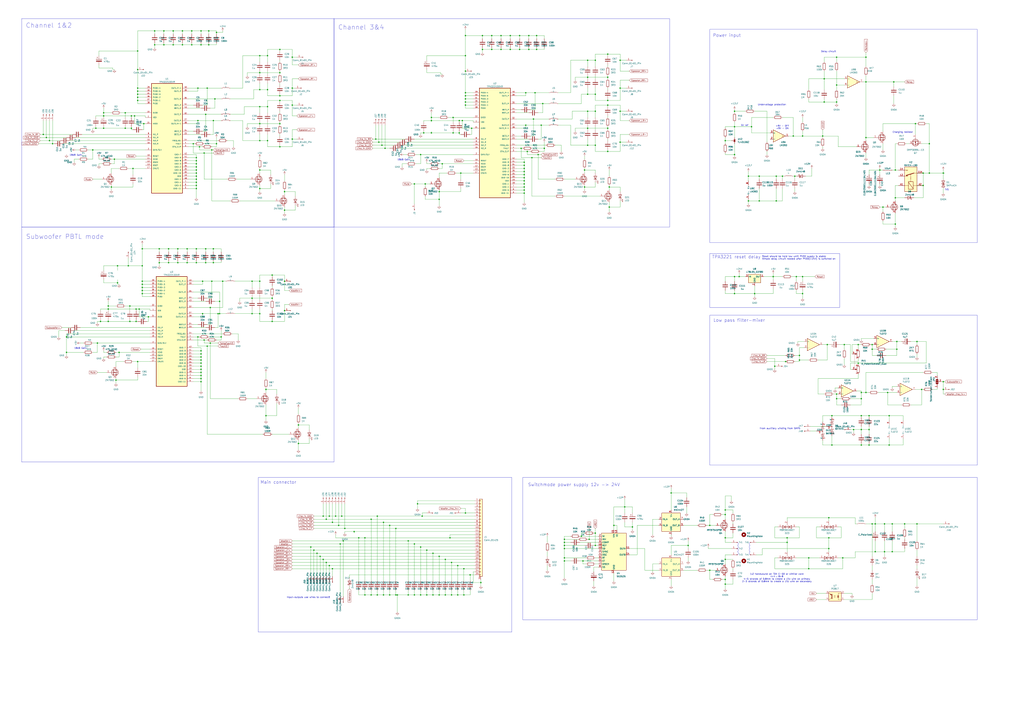
<source format=kicad_sch>
(kicad_sch (version 20250114) (generator "eeschema") (generator_version "9.0")
  (paper "A1")
  (rectangle (start 274.32 15.24) (end 549.91 186.69))
  (arc (start 615.95 453.39) (mid 615.4239 452.12) (end 615.95 450.85))
  (arc (start 605.79 453.39) (mid 606.3161 454.66) (end 605.79 455.93))
  (arc (start 605.79 450.85) (mid 606.3161 452.12) (end 605.79 453.39))
  (rectangle (start 582.93 259.08) (end 802.64 382.27))
  (rectangle (start 582.93 208.28) (end 689.61 252.73))
  (rectangle (start 17.78 15.24) (end 274.32 186.69))
  (arc (start 615.95 455.93) (mid 615.4239 454.66) (end 615.95 453.39))
  (arc (start 605.79 448.31) (mid 606.3161 449.58) (end 605.79 450.85))
  (rectangle (start 429.26 392.43) (end 802.64 509.27))
  (rectangle (start 17.78 186.69) (end 274.32 379.73))
  (arc (start 605.79 445.77) (mid 606.316 447.04) (end 605.79 448.31))
  (arc (start 615.95 448.31) (mid 615.4239 447.04) (end 615.95 445.77))
  (arc (start 615.95 450.85) (mid 615.4239 449.58) (end 615.95 448.31))
  (rectangle (start 582.93 24.13) (end 802.64 199.39))
  (rectangle (start 212.09 392.43) (end 420.37 519.43))
  (text "TVS\n" (at 777.494 155.956 0) (effects (font (size 1.27 1.27))))
  (text "Undervoltage protection" (at 633.984 86.106 0) (effects (font (size 1.27 1.27))))
  (text "Charging resistor\n" (at 741.426 108.712 0) (effects (font (size 1.27 1.27))))
  (text "Channel 1&2" (at 40.132 21.082 0) (effects (font (size 3.81 3.81))))
  (text "5V ref\n" (at 611.632 103.124 0) (effects (font (size 1.27 1.27))))
  (text "Switchmode power supply 12v -> 24V" (at 471.424 398.526 0) (effects (font (size 2.54 2.54))))
  (text "Input-outputs use wires to connect!" (at 253.238 490.982 0) (effects (font (size 1.27 1.27))))
  (text "Low pass filter-mixer\n" (at 607.06 263.398 0) (effects (font (size 2.54 2.54))))
  (text "18dB Gain" (at 326.39 132.08 0) (effects (font (size 1.27 1.27)) (justify left bottom)))
  (text ">9V - OFF\n<9V - ON" (at 642.62 104.648 0) (effects (font (size 1.27 1.27))))
  (text "TPA3221 reset delay" (at 604.774 211.328 0) (effects (font (size 2.54 2.54))))
  (text "Subwoofer PBTL mode\n" (at 21.336 196.85 0) (effects (font (size 3.81 3.81)) (justify left bottom)))
  (text "Delay circuit" (at 680.466 42.418 0) (effects (font (size 1.27 1.27))))
  (text "Reset should be held low until PVDD supply is stable\nSimple delay circuit needed after PVDD(+24V) is switched on" (at 625.856 213.614 0) (effects (font (size 1.27 1.27)) (justify left bottom)))
  (text "Power input " (at 597.916 29.21 0) (effects (font (size 2.54 2.54))))
  (text "Main connector" (at 228.6 396.494 0) (effects (font (size 2.54 2.54))))
  (text "From auxiliary winding from SMPS" (at 640.588 352.298 0) (effects (font (size 1.27 1.27))))
  (text "18dB Gain" (at 57.15 128.27 0) (effects (font (size 1.27 1.27)) (justify left bottom)))
  (text "18dB Gain" (at 60.96 287.02 0) (effects (font (size 1.27 1.27)) (justify left bottom)))
  (text "Channel 3&4\n" (at 296.672 22.606 0) (effects (font (size 3.81 3.81))))
  (text "1:2 handwound on TDK E-50 or similar core\n4+4 : 8+8\n4-5 strands of 0.8mm to create a Litz wire on primary\n2-3 strands of 0.8mm to create a Litz wire on secondary" (at 638.048 474.98 0) (effects (font (size 1.27 1.27))))
  (junction (at 314.96 429.26))
  (junction (at 707.39 341.63))
  (junction (at 513.08 416.56))
  (junction (at 403.86 40.64))
  (junction (at 219.71 45.72))
  (junction (at 223.52 226.06))
  (junction (at 707.39 353.06))
  (junction (at 692.15 458.47))
  (junction (at 165.1 295.91))
  (junction (at 316.23 121.92))
  (junction (at 229.87 101.6))
  (junction (at 171.45 36.83))
  (junction (at 181.61 276.86))
  (junction (at 595.63 115.57))
  (junction (at 110.49 95.25))
  (junction (at 165.1 36.83))
  (junction (at 179.07 257.81))
  (junction (at 726.44 430.53))
  (junction (at 463.55 450.85))
  (junction (at 313.69 119.38))
  (junction (at 430.53 151.13))
  (junction (at 617.22 104.14))
  (junction (at 149.86 25.4))
  (junction (at 138.43 204.47))
  (junction (at 774.7 142.24))
  (junction (at 482.6 77.47))
  (junction (at 365.76 488.95))
  (junction (at 299.72 488.95))
  (junction (at 278.13 431.8))
  (junction (at 165.1 293.37))
  (junction (at 175.26 204.47))
  (junction (at 499.11 44.45))
  (junction (at 320.04 488.95))
  (junction (at 636.27 300.99))
  (junction (at 275.59 424.18))
  (junction (at 116.84 204.47))
  (junction (at 165.1 311.15))
  (junction (at 444.5 102.87))
  (junction (at 134.62 25.4))
  (junction (at 172.72 252.73))
  (junction (at 595.63 459.74))
  (junction (at 311.15 116.84))
  (junction (at 173.99 123.19))
  (junction (at 716.28 287.02))
  (junction (at 372.11 109.22))
  (junction (at 146.05 204.47))
  (junction (at 718.82 453.39))
  (junction (at 382.27 29.21))
  (junction (at 482.6 105.41))
  (junction (at 207.01 257.81))
  (junction (at 170.18 284.48))
  (junction (at 396.24 29.21))
  (junction (at 97.79 289.56))
  (junction (at 347.98 109.22))
  (junction (at 370.84 462.28))
  (junction (at 637.54 165.1))
  (junction (at 565.15 448.31))
  (junction (at 365.76 459.74))
  (junction (at 281.94 444.5))
  (junction (at 85.09 92.71))
  (junction (at 265.43 459.74))
  (junction (at 646.43 445.77))
  (junction (at 213.36 45.72))
  (junction (at 314.96 488.95))
  (junction (at 93.98 130.81))
  (junction (at 80.01 281.94))
  (junction (at 499.11 124.46))
  (junction (at 713.74 353.06))
  (junction (at 326.39 488.95))
  (junction (at 161.29 215.9))
  (junction (at 758.19 152.4))
  (junction (at 480.06 139.7))
  (junction (at 102.87 92.71))
  (junction (at 430.53 133.35))
  (junction (at 614.68 165.1))
  (junction (at 342.9 414.02))
  (junction (at 704.85 298.45))
  (junction (at 95.25 312.42))
  (junction (at 157.48 25.4))
  (junction (at 595.63 441.96))
  (junction (at 387.35 105.41))
  (junction (at 382.27 45.72))
  (junction (at 551.18 405.13))
  (junction (at 167.64 125.73))
  (junction (at 229.87 82.55))
  (junction (at 161.29 137.16))
  (junction (at 683.26 341.63))
  (junction (at 707.39 365.76))
  (junction (at 180.34 247.65))
  (junction (at 229.87 78.74))
  (junction (at 38.1 113.03))
  (junction (at 431.8 76.2))
  (junction (at 290.83 436.88))
  (junction (at 377.19 109.22))
  (junction (at 716.28 283.21))
  (junction (at 736.6 280.67))
  (junction (at 438.15 97.79))
  (junction (at 213.36 101.6))
  (junction (at 445.77 85.09))
  (junction (at 165.1 306.07))
  (junction (at 652.78 144.78))
  (junction (at 165.1 300.99))
  (junction (at 162.56 72.39))
  (junction (at 463.55 445.77))
  (junction (at 430.53 143.51))
  (junction (at 130.81 204.47))
  (junction (at 118.11 101.6))
  (junction (at 664.21 467.36))
  (junction (at 751.84 101.6))
  (junction (at 165.1 308.61))
  (junction (at 233.68 157.48))
  (junction (at 116.84 231.14))
  (junction (at 732.79 430.53))
  (junction (at 106.68 251.46))
  (junction (at 679.45 283.21))
  (junction (at 595.63 419.1))
  (junction (at 142.24 36.83))
  (junction (at 162.56 99.06))
  (junction (at 354.33 99.06))
  (junction (at 85.09 105.41))
  (junction (at 176.53 81.28))
  (junction (at 229.87 59.69))
  (junction (at 499.11 86.36))
  (junction (at 229.87 40.64))
  (junction (at 233.68 255.27))
  (junction (at 716.28 430.53))
  (junction (at 54.61 276.86))
  (junction (at 88.9 264.16))
  (junction (at 499.11 105.41))
  (junction (at 345.44 449.58))
  (junction (at 736.6 287.02))
  (junction (at 603.25 127))
  (junction (at 651.51 111.76))
  (junction (at 431.8 102.87))
  (junction (at 382.27 421.64))
  (junction (at 430.53 140.97))
  (junction (at 127 36.83))
  (junction (at 725.17 170.18))
  (junction (at 411.48 40.64))
  (junction (at 378.46 142.24))
  (junction (at 370.84 488.95))
  (junction (at 463.55 443.23))
  (junction (at 113.03 82.55))
  (junction (at 255.27 449.58))
  (junction (at 245.11 364.49))
  (junction (at 774.7 320.04))
  (junction (at 223.52 245.11))
  (junction (at 161.29 154.94))
  (junction (at 659.13 111.76))
  (junction (at 742.95 430.53))
  (junction (at 346.71 424.18))
  (junction (at 642.62 144.78))
  (junction (at 113.03 297.18))
  (junction (at 102.87 105.41))
  (junction (at 350.52 452.12))
  (junction (at 722.63 139.7))
  (junction (at 676.91 83.82))
  (junction (at 463.55 461.01))
  (junction (at 774.7 313.69))
  (junction (at 213.36 257.81))
  (junction (at 436.88 129.54))
  (junction (at 637.54 144.78))
  (junction (at 149.86 36.83))
  (junction (at 279.4 447.04))
  (junction (at 161.29 129.54))
  (junction (at 730.25 341.63))
  (junction (at 349.25 151.13))
  (junction (at 78.74 105.41))
  (junction (at 116.84 218.44))
  (junction (at 687.07 327.66))
  (junction (at 85.09 95.25))
  (junction (at 161.29 149.86))
  (junction (at 659.13 227.33))
  (junction (at 116.84 233.68))
  (junction (at 656.59 292.1))
  (junction (at 603.25 241.3))
  (junction (at 213.36 73.66))
  (junction (at 447.04 121.92))
  (junction (at 335.28 488.95))
  (junction (at 213.36 87.63))
  (junction (at 360.68 157.48))
  (junction (at 76.2 123.19))
  (junction (at 325.12 434.34))
  (junction (at 363.22 134.62))
  (junction (at 218.44 341.63))
  (junction (at 142.24 25.4))
  (junction (at 113.03 72.39))
  (junction (at 158.75 118.11))
  (junction (at 488.95 91.44))
  (junction (at 43.18 118.11))
  (junction (at 325.12 488.95))
  (junction (at 595.63 476.25))
  (junction (at 478.79 461.01))
  (junction (at 488.95 49.53))
  (junction (at 105.41 218.44))
  (junction (at 603.25 104.14))
  (junction (at 113.03 77.47))
  (junction (at 440.69 29.21))
  (junction (at 54.61 289.56))
  (junction (at 707.39 327.66))
  (junction (at 283.21 434.34))
  (junction (at 430.53 153.67))
  (junction (at 426.72 29.21))
  (junction (at 134.62 36.83))
  (junction (at 267.97 462.28))
  (junction (at 354.33 109.22))
  (junction (at 704.85 283.21))
  (junction (at 382.27 76.2))
  (junction (at 713.74 341.63))
  (junction (at 680.72 450.85))
  (junction (at 304.8 488.95))
  (junction (at 360.68 163.83))
  (junction (at 107.95 105.41))
  (junction (at 477.52 440.69))
  (junction (at 229.87 120.65))
  (junction (at 687.07 83.82))
  (junction (at 218.44 320.04))
  (junction (at 180.34 257.81))
  (junction (at 753.11 430.53))
  (junction (at 430.53 138.43))
  (junction (at 419.1 40.64))
  (junction (at 711.2 113.03))
  (junction (at 320.04 431.8))
  (junction (at 500.38 170.18))
  (junction (at 280.67 424.18))
  (junction (at 127 25.4))
  (junction (at 734.06 67.31))
  (junction (at 82.55 264.16))
  (junction (at 635 227.33))
  (junction (at 509.27 116.84))
  (junction (at 240.03 114.3))
  (junction (at 299.72 441.96))
  (junction (at 166.37 231.14))
  (junction (at 340.36 151.13))
  (junction (at 107.95 95.25))
  (junction (at 162.56 276.86))
  (junction (at 482.6 63.5))
  (junction (at 96.52 218.44))
  (junction (at 345.44 127))
  (junction (at 168.91 215.9))
  (junction (at 113.03 74.93))
  (junction (at 509.27 91.44))
  (junction (at 161.29 152.4))
  (junction (at 434.34 29.21))
  (junction (at 262.89 457.2))
  (junction (at 426.72 40.64))
  (junction (at 113.03 80.01))
  (junction (at 440.69 40.64))
  (junction (at 355.6 488.95))
  (junction (at 138.43 215.9))
  (junction (at 308.61 114.3))
  (junction (at 372.11 96.52))
  (junction (at 153.67 204.47))
  (junction (at 161.29 147.32))
  (junction (at 177.8 118.11))
  (junction (at 273.05 429.26))
  (junction (at 223.52 264.16))
  (junction (at 177.8 26.67))
  (junction (at 265.43 424.18))
  (junction (at 499.11 82.55))
  (junction (at 113.03 57.15))
  (junction (at 488.95 438.15))
  (junction (at 680.72 441.96))
  (junction (at 161.29 132.08))
  (junction (at 713.74 365.76))
  (junction (at 439.42 76.2))
  (junction (at 375.92 488.95))
  (junction (at 430.53 158.75))
  (junction (at 309.88 488.95))
  (junction (at 213.36 139.7))
  (junction (at 675.64 111.76))
  (junction (at 756.92 320.04))
  (junction (at 121.92 260.35))
  (junction (at 382.27 86.36))
  (junction (at 219.71 87.63))
  (junction (at 116.84 238.76))
  (junction (at 161.29 142.24))
  (junction (at 683.26 365.76))
  (junction (at 116.84 236.22))
  (junction (at 213.36 59.69))
  (junction (at 213.36 115.57))
  (junction (at 382.27 78.74))
  (junction (at 595.63 422.91))
  (junction (at 369.57 441.96))
  (junction (at 386.08 472.44))
  (junction (at 488.95 448.31))
  (junction (at 233.68 172.72))
  (junction (at 735.33 162.56))
  (junction (at 382.27 83.82))
  (junction (at 645.16 297.18))
  (junction (at 130.81 215.9))
  (junction (at 260.35 454.66))
  (junction (at 96.52 232.41))
  (junction (at 582.93 468.63))
  (junction (at 728.98 322.58))
  (junction (at 377.19 99.06))
  (junction (at 165.1 290.83))
  (junction (at 509.27 49.53))
  (junction (at 595.63 480.06))
  (junction (at 354.33 96.52))
  (junction (at 623.57 165.1))
  (junction (at 687.07 323.85))
  (junction (at 340.36 488.95))
  (junction (at 167.64 279.4))
  (junction (at 707.39 322.58))
  (junction (at 687.07 46.99))
  (junction (at 219.71 73.66))
  (junction (at 394.97 478.79))
  (junction (at 500.38 153.67))
  (junction (at 664.21 458.47))
  (junction (at 488.95 119.38))
  (junction (at 480.06 153.67))
  (junction (at 146.05 215.9))
  (junction (at 113.03 41.91))
  (junction (at 758.19 142.24))
  (junction (at 434.34 40.64))
  (junction (at 240.03 72.39))
  (junction (at 40.64 115.57))
  (junction (at 240.03 46.99))
  (junction (at 165.1 25.4))
  (junction (at 157.48 36.83))
  (junction (at 419.1 29.21))
  (junction (at 382.27 81.28))
  (junction (at 294.64 441.96))
  (junction (at 240.03 86.36))
  (junction (at 207.01 245.11))
  (junction (at 711.2 322.58))
  (junction (at 161.29 139.7))
  (junction (at 111.76 264.16))
  (junction (at 656.59 295.91))
  (junction (at 270.51 424.18))
  (junction (at 161.29 144.78))
  (junction (at 182.88 231.14))
  (junction (at 676.91 64.77))
  (junction (at 718.82 430.53))
  (junction (at 161.29 204.47))
  (junction (at 607.06 227.33))
  (junction (at 168.91 204.47))
  (junction (at 735.33 184.15))
  (junction (at 304.8 426.72))
  (junction (at 430.53 156.21))
  (junction (at 360.68 457.2))
  (junction (at 335.28 444.5))
  (junction (at 659.13 241.3))
  (junction (at 430.53 146.05))
  (junction (at 623.57 144.78))
  (junction (at 509.27 72.39))
  (junction (at 488.95 77.47))
  (junction (at 711.2 67.31))
  (junction (at 161.29 134.62))
  (junction (at 345.44 488.95))
  (junction (at 219.71 115.57))
  (junction (at 427.99 121.92))
  (junction (at 175.26 99.06))
  (junction (at 88.9 254))
  (junction (at 165.1 298.45))
  (junction (at 166.37 257.81))
  (junction (at 482.6 119.38))
  (junction (at 233.68 231.14))
  (junction (at 646.43 441.96))
  (junction (at 603.25 227.33))
  (junction (at 433.07 124.46))
  (junction (at 482.6 49.53))
  (junction (at 396.24 40.64))
  (junction (at 116.84 241.3))
  (junction (at 213.36 231.14))
  (junction (at 463.55 448.31))
  (junction (at 267.97 426.72))
  (junction (at 381 467.36))
  (junction (at 730.25 365.76))
  (junction (at 732.79 453.39))
  (junction (at 726.44 453.39))
  (junction (at 114.3 254))
  (junction (at 355.6 454.66))
  (junction (at 619.76 241.3))
  (junction (at 153.67 215.9))
  (junction (at 701.04 353.06))
  (junction (at 309.88 424.18))
  (junction (at 109.22 138.43))
  (junction (at 171.45 25.4))
  (junction (at 375.92 464.82))
  (junction (at 350.52 488.95))
  (junction (at 403.86 29.21))
  (junction (at 106.68 264.16))
  (junction (at 654.05 227.33))
  (junction (at 680.72 425.45))
  (junction (at 379.73 99.06))
  (junction (at 170.18 72.39))
  (junction (at 165.1 313.69))
  (junction (at 165.1 288.29))
  (junction (at 163.83 120.65))
  (junction (at 88.9 251.46))
  (junction (at 519.43 433.07))
  (junction (at 441.96 127))
  (junction (at 411.48 29.21))
  (junction (at 763.27 142.24))
  (junction (at 360.68 488.95))
  (junction (at 91.44 153.67))
  (junction (at 245.11 349.25))
  (junction (at 499.11 63.5))
  (junction (at 504.19 431.8))
  (junction (at 175.26 215.9))
  (junction (at 165.1 303.53))
  (junction (at 763.27 118.11))
  (junction (at 173.99 231.14))
  (junction (at 35.56 110.49))
  (junction (at 483.87 443.23))
  (junction (at 603.25 91.44))
  (junction (at 693.42 283.21))
  (junction (at 430.53 135.89))
  (junction (at 582.93 431.8))
  (junction (at 382.27 58.42))
  (junction (at 257.81 452.12))
  (junction (at 430.53 148.59))
  (junction (at 614.68 144.78))
  (junction (at 687.07 69.85))
  (junction (at 381 488.95))
  (junction (at 711.2 46.99))
  (junction (at 168.91 93.98))
  (junction (at 273.05 467.36))
  (junction (at 270.51 464.82))
  (junction (at 463.55 458.47))
  (junction (at 482.6 91.44))
  (junction (at 111.76 254))
  (junction (at 207.01 231.14))
  (junction (at 735.33 139.7))
  (junction (at 213.36 154.94))
  (junction (at 340.36 447.04))
  (junction (at 172.72 281.94))
  (junction (at 753.11 280.67))
  (wire (pts (xy 424.18 158.75) (xy 430.53 158.75)))
  (wire (pts (xy 725.17 101.6) (xy 751.84 101.6)))
  (wire (pts (xy 113.03 312.42) (xy 95.25 312.42)))
  (wire (pts (xy 386.08 485.14) (xy 386.08 488.95)))
  (wire (pts (xy 161.29 207.01) (xy 161.29 204.47)))
  (wire (pts (xy 436.88 161.29) (xy 436.88 129.54)))
  (wire (pts (xy 735.33 152.4) (xy 735.33 162.56)))
  (wire (pts (xy 751.84 101.6) (xy 753.11 101.6)))
  (wire (pts (xy 154.94 88.9) (xy 165.1 88.9)))
  (wire (pts (xy 711.2 46.99) (xy 711.2 54.61)))
  (wire (pts (xy 635 241.3) (xy 619.76 241.3)))
  (wire (pts (xy 509.27 44.45) (xy 509.27 49.53)))
  (wire (pts (xy 149.86 27.94) (xy 149.86 25.4)))
  (wire (pts (xy 229.87 100.33) (xy 229.87 101.6)))
  (wire (pts (xy 189.23 93.98) (xy 200.66 93.98)))
  (wire (pts (xy 240.03 72.39) (xy 242.57 72.39)))
  (wire (pts (xy 96.52 233.68) (xy 97.79 233.68)))
  (wire (pts (xy 424.18 85.09) (xy 445.77 85.09)))
  (wire (pts (xy 500.38 170.18) (xy 500.38 173.99)))
  (wire (pts (xy 167.64 279.4) (xy 170.18 279.4)))
  (wire (pts (xy 478.79 461.01) (xy 491.49 461.01)))
  (wire (pts (xy 664.21 81.28) (xy 664.21 83.82)))
  (wire (pts (xy 182.88 231.14) (xy 182.88 252.73)))
  (wire (pts (xy 463.55 147.32) (xy 472.44 147.32)))
  (wire (pts (xy 233.68 226.06) (xy 233.68 231.14)))
  (wire (pts (xy 207.01 245.11) (xy 223.52 245.11)))
  (wire (pts (xy 335.28 444.5) (xy 389.89 444.5)))
  (wire (pts (xy 154.94 115.57) (xy 179.07 115.57)))
  (wire (pts (xy 703.58 321.31) (xy 707.39 321.31)))
  (wire (pts (xy 737.87 152.4) (xy 735.33 152.4)))
  (wire (pts (xy 426.72 40.64) (xy 434.34 40.64)))
  (wire (pts (xy 679.45 283.21) (xy 675.64 283.21)))
  (wire (pts (xy 170.18 356.87) (xy 215.9 356.87)))
  (wire (pts (xy 561.34 431.8) (xy 572.77 431.8)))
  (wire (pts (xy 595.63 104.14) (xy 603.25 104.14)))
  (wire (pts (xy 654.05 227.33) (xy 654.05 231.14)))
  (wire (pts (xy 447.04 39.37) (xy 447.04 40.64)))
  (wire (pts (xy 240.03 452.12) (xy 257.81 452.12)))
  (wire (pts (xy 690.88 441.96) (xy 690.88 433.07)))
  (wire (pts (xy 167.64 147.32) (xy 167.64 125.73)))
  (wire (pts (xy 707.39 353.06) (xy 713.74 353.06)))
  (wire (pts (xy 541.02 463.55) (xy 535.94 463.55)))
  (wire (pts (xy 190.5 274.32) (xy 195.58 274.32)))
  (wire (pts (xy 229.87 91.44) (xy 229.87 92.71)))
  (wire (pts (xy 693.42 294.64) (xy 693.42 299.72)))
  (wire (pts (xy 245.11 364.49) (xy 245.11 361.95)))
  (wire (pts (xy 595.63 455.93) (xy 600.71 455.93)))
  (wire (pts (xy 60.96 271.78) (xy 123.19 271.78)))
  (wire (pts (xy 158.75 247.65) (xy 168.91 247.65)))
  (wire (pts (xy 40.64 115.57) (xy 49.53 115.57)))
  (wire (pts (xy 435.61 90.17) (xy 439.42 90.17)))
  (wire (pts (xy 680.72 441.96) (xy 680.72 450.85)))
  (wire (pts (xy 175.26 207.01) (xy 175.26 204.47)))
  (wire (pts (xy 440.69 29.21) (xy 434.34 29.21)))
  (wire (pts (xy 350.52 134.62) (xy 353.06 134.62)))
  (wire (pts (xy 170.18 266.7) (xy 172.72 266.7)))
  (wire (pts (xy 279.4 447.04) (xy 340.36 447.04)))
  (wire (pts (xy 354.33 96.52) (xy 354.33 99.06)))
  (wire (pts (xy 458.47 97.79) (xy 469.9 97.79)))
  (wire (pts (xy 97.79 289.56) (xy 123.19 289.56)))
  (wire (pts (xy 95.25 251.46) (xy 88.9 251.46)))
  (wire (pts (xy 430.53 151.13) (xy 430.53 153.67)))
  (wire (pts (xy 519.43 433.07) (xy 519.43 435.61)))
  (wire (pts (xy 651.51 144.78) (xy 652.78 144.78)))
  (wire (pts (xy 165.1 290.83) (xy 165.1 293.37)))
  (wire (pts (xy 509.27 170.18) (xy 500.38 170.18)))
  (wire (pts (xy 341.63 127) (xy 345.44 127)))
  (wire (pts (xy 664.21 458.47) (xy 664.21 467.36)))
  (wire (pts (xy 595.63 441.96) (xy 601.98 441.96)))
  (wire (pts (xy 725.17 170.18) (xy 725.17 173.99)))
  (wire (pts (xy 654.05 458.47) (xy 664.21 458.47)))
  (wire (pts (xy 154.94 134.62) (xy 161.29 134.62)))
  (wire (pts (xy 123.19 254) (xy 114.3 254)))
  (wire (pts (xy 50.8 269.24) (xy 58.42 269.24)))
  (wire (pts (xy 167.64 125.73) (xy 158.75 125.73)))
  (wire (pts (xy 267.97 414.02) (xy 267.97 426.72)))
  (wire (pts (xy 127 25.4) (xy 134.62 25.4)))
  (wire (pts (xy 138.43 207.01) (xy 138.43 204.47)))
  (wire (pts (xy 735.33 139.7) (xy 737.87 139.7)))
  (wire (pts (xy 213.36 101.6) (xy 213.36 102.87)))
  (wire (pts (xy 85.09 105.41) (xy 85.09 104.14)))
  (wire (pts (xy 482.6 72.39) (xy 482.6 77.47)))
  (wire (pts (xy 603.25 91.44) (xy 603.25 92.71)))
  (wire (pts (xy 444.5 102.87) (xy 450.85 102.87)))
  (wire (pts (xy 213.36 87.63) (xy 219.71 87.63)))
  (wire (pts (xy 219.71 82.55) (xy 229.87 82.55)))
  (wire (pts (xy 365.76 459.74) (xy 389.89 459.74)))
  (wire (pts (xy 750.57 162.56) (xy 758.19 162.56)))
  (wire (pts (xy 595.63 455.93) (xy 595.63 459.74)))
  (wire (pts (xy 394.97 476.25) (xy 394.97 478.79)))
  (wire (pts (xy 168.91 214.63) (xy 168.91 215.9)))
  (wire (pts (xy 119.38 95.25) (xy 119.38 96.52)))
  (wire (pts (xy 411.48 29.21) (xy 419.1 29.21)))
  (wire (pts (xy 388.62 99.06) (xy 379.73 99.06)))
  (wire (pts (xy 38.1 113.03) (xy 54.61 113.03)))
  (wire (pts (xy 773.43 313.69) (xy 774.7 313.69)))
  (wire (pts (xy 162.56 99.06) (xy 162.56 101.6)))
  (wire (pts (xy 702.31 430.53) (xy 702.31 425.45)))
  (wire (pts (xy 468.63 49.53) (xy 482.6 49.53)))
  (wire (pts (xy 223.52 264.16) (xy 223.52 262.89)))
  (wire (pts (xy 350.52 485.14) (xy 350.52 488.95)))
  (wire (pts (xy 377.19 110.49) (xy 377.19 109.22)))
  (wire (pts (xy 365.76 459.74) (xy 365.76 477.52)))
  (wire (pts (xy 499.11 124.46) (xy 509.27 124.46)))
  (wire (pts (xy 430.53 158.75) (xy 430.53 166.37)))
  (wire (pts (xy 116.84 238.76) (xy 123.19 238.76)))
  (wire (pts (xy 219.71 87.63) (xy 219.71 92.71)))
  (wire (pts (xy 306.07 116.84) (xy 311.15 116.84)))
  (wire (pts (xy 424.18 151.13) (xy 430.53 151.13)))
  (wire (pts (xy 350.52 452.12) (xy 389.89 452.12)))
  (wire (pts (xy 381 467.36) (xy 381 477.52)))
  (wire (pts (xy 426.72 39.37) (xy 426.72 40.64)))
  (wire (pts (xy 725.17 181.61) (xy 725.17 184.15)))
  (wire (pts (xy 711.2 115.57) (xy 711.2 113.03)))
  (wire (pts (xy 279.4 447.04) (xy 279.4 490.22)))
  (wire (pts (xy 240.03 46.99) (xy 243.84 46.99)))
  (wire (pts (xy 488.95 438.15) (xy 488.95 448.31)))
  (wire (pts (xy 765.81 320.04) (xy 769.62 320.04)))
  (wire (pts (xy 283.21 434.34) (xy 325.12 434.34)))
  (wire (pts (xy 433.07 124.46) (xy 433.07 127)))
  (wire (pts (xy 377.19 109.22) (xy 372.11 109.22)))
  (wire (pts (xy 636.27 433.07) (xy 638.81 433.07)))
  (wire (pts (xy 753.11 280.67) (xy 760.73 280.67)))
  (wire (pts (xy 438.15 97.79) (xy 450.85 97.79)))
  (wire (pts (xy 299.72 488.95) (xy 304.8 488.95)))
  (wire (pts (xy 671.83 323.85) (xy 671.83 311.15)))
  (wire (pts (xy 707.39 341.63) (xy 713.74 341.63)))
  (wire (pts (xy 675.64 111.76) (xy 688.34 111.76)))
  (wire (pts (xy 551.18 476.25) (xy 551.18 481.33)))
  (wire (pts (xy 595.63 459.74) (xy 595.63 463.55)))
  (wire (pts (xy 170.18 356.87) (xy 170.18 284.48)))
  (wire (pts (xy 488.95 72.39) (xy 488.95 77.47)))
  (wire (pts (xy 601.98 429.26) (xy 601.98 430.53)))
  (wire (pts (xy 199.39 45.72) (xy 213.36 45.72)))
  (wire (pts (xy 240.03 72.39) (xy 240.03 78.74)))
  (wire (pts (xy 491.49 466.09) (xy 487.68 466.09)))
  (wire (pts (xy 257.81 426.72) (xy 267.97 426.72)))
  (wire (pts (xy 229.87 78.74) (xy 240.03 78.74)))
  (wire (pts (xy 93.98 130.81) (xy 119.38 130.81)))
  (wire (pts (xy 748.03 280.67) (xy 753.11 280.67)))
  (wire (pts (xy 299.72 441.96) (xy 294.64 441.96)))
  (wire (pts (xy 636.27 467.36) (xy 636.27 458.47)))
  (wire (pts (xy 88.9 254) (xy 82.55 254)))
  (wire (pts (xy 257.81 452.12) (xy 350.52 452.12)))
  (wire (pts (xy 365.76 485.14) (xy 365.76 488.95)))
  (wire (pts (xy 702.31 458.47) (xy 692.15 458.47)))
  (wire (pts (xy 158.75 308.61) (xy 165.1 308.61)))
  (wire (pts (xy 91.44 130.81) (xy 93.98 130.81)))
  (wire (pts (xy 309.88 488.95) (xy 314.96 488.95)))
  (wire (pts (xy 80.01 306.07) (xy 87.63 306.07)))
  (wire (pts (xy 382.27 81.28) (xy 388.62 81.28)))
  (wire (pts (xy 382.27 421.64) (xy 389.89 421.64)))
  (wire (pts (xy 488.95 434.34) (xy 488.95 438.15)))
  (wire (pts (xy 774.7 147.32) (xy 774.7 142.24)))
  (wire (pts (xy 257.81 434.34) (xy 283.21 434.34)))
  (wire (pts (xy 227.33 320.04) (xy 218.44 320.04)))
  (wire (pts (xy 468.63 119.38) (xy 482.6 119.38)))
  (wire (pts (xy 229.87 40.64) (xy 229.87 41.91)))
  (wire (pts (xy 500.38 153.67) (xy 500.38 156.21)))
  (wire (pts (xy 176.53 88.9) (xy 176.53 81.28)))
  (wire (pts (xy 666.75 138.43) (xy 666.75 144.78)))
  (wire (pts (xy 499.11 44.45) (xy 509.27 44.45)))
  (wire (pts (xy 350.52 452.12) (xy 350.52 477.52)))
  (wire (pts (xy 111.76 264.16) (xy 113.03 264.16)))
  (wire (pts (xy 196.85 245.11) (xy 207.01 245.11)))
  (wire (pts (xy 654.05 433.07) (xy 656.59 433.07)))
  (wire (pts (xy 316.23 102.87) (xy 316.23 121.92)))
  (wire (pts (xy 436.88 161.29) (xy 455.93 161.29)))
  (wire (pts (xy 488.95 448.31) (xy 491.49 448.31)))
  (wire (pts (xy 488.95 463.55) (xy 491.49 463.55)))
  (wire (pts (xy 411.48 31.75) (xy 411.48 29.21)))
  (wire (pts (xy 85.09 92.71) (xy 85.09 95.25)))
  (wire (pts (xy 664.21 73.66) (xy 664.21 64.77)))
  (wire (pts (xy 551.18 419.1) (xy 551.18 405.13)))
  (wire (pts (xy 213.36 68.58) (xy 213.36 73.66)))
  (wire (pts (xy 109.22 138.43) (xy 109.22 143.51)))
  (wire (pts (xy 670.56 487.68) (xy 678.18 487.68)))
  (wire (pts (xy 223.52 226.06) (xy 233.68 226.06)))
  (wire (pts (xy 499.11 53.34) (xy 499.11 54.61)))
  (wire (pts (xy 111.76 254) (xy 88.9 254)))
  (wire (pts (xy 728.98 322.58) (xy 736.6 322.58)))
  (wire (pts (xy 314.96 429.26) (xy 314.96 477.52)))
  (wire (pts (xy 730.25 365.76) (xy 741.68 365.76)))
  (wire (pts (xy 614.68 140.97) (xy 614.68 144.78)))
  (wire (pts (xy 233.68 172.72) (xy 233.68 170.18)))
  (wire (pts (xy 223.52 234.95) (xy 223.52 236.22)))
  (wire (pts (xy 111.76 254) (xy 111.76 255.27)))
  (wire (pts (xy 476.25 445.77) (xy 491.49 445.77)))
  (wire (pts (xy 361.95 60.96) (xy 363.22 60.96)))
  (wire (pts (xy 430.53 140.97) (xy 430.53 143.51)))
  (wire (pts (xy 171.45 25.4) (xy 165.1 25.4)))
  (wire (pts (xy 513.08 410.21) (xy 513.08 416.56)))
  (wire (pts (xy 186.69 115.57) (xy 191.77 115.57)))
  (wire (pts (xy 509.27 91.44) (xy 509.27 99.06)))
  (wire (pts (xy 424.18 138.43) (xy 430.53 138.43)))
  (wire (pts (xy 482.6 63.5) (xy 482.6 64.77)))
  (wire (pts (xy 110.49 95.25) (xy 107.95 95.25)))
  (wire (pts (xy 447.04 121.92) (xy 447.04 124.46)))
  (wire (pts (xy 85.09 293.37) (xy 85.09 294.64)))
  (wire (pts (xy 177.8 27.94) (xy 177.8 26.67)))
  (wire (pts (xy 675.64 346.71) (xy 675.64 341.63)))
  (wire (pts (xy 687.07 332.74) (xy 687.07 327.66)))
  (wire (pts (xy 170.18 284.48) (xy 162.56 284.48)))
  (wire (pts (xy 424.18 111.76) (xy 427.99 111.76)))
  (wire (pts (xy 563.88 416.56) (xy 563.88 421.64)))
  (wire (pts (xy 154.94 93.98) (xy 168.91 93.98)))
  (wire (pts (xy 730.25 345.44) (xy 730.25 341.63)))
  (wire (pts (xy 134.62 36.83) (xy 142.24 36.83)))
  (wire (pts (xy 424.18 124.46) (xy 433.07 124.46)))
  (wire (pts (xy 716.28 476.25) (xy 716.28 480.06)))
  (wire (pts (xy 213.36 110.49) (xy 213.36 115.57)))
  (wire (pts (xy 664.21 458.47) (xy 673.1 458.47)))
  (wire (pts (xy 113.03 74.93) (xy 119.38 74.93)))
  (wire (pts (xy 350.52 45.72) (xy 350.52 49.53)))
  (wire (pts (xy 702.31 453.39) (xy 718.82 453.39)))
  (wire (pts (xy 240.03 114.3) (xy 240.03 120.65)))
  (wire (pts (xy 680.72 425.45) (xy 646.43 425.45)))
  (wire (pts (xy 688.34 120.65) (xy 688.34 111.76)))
  (wire (pts (xy 340.36 151.13) (xy 340.36 167.64)))
  (wire (pts (xy 763.27 118.11) (xy 763.27 142.24)))
  (wire (pts (xy 368.3 96.52) (xy 372.11 96.52)))
  (wire (pts (xy 595.63 476.25) (xy 595.63 480.06)))
  (wire (pts (xy 736.6 292.1) (xy 736.6 287.02)))
  (wire (pts (xy 161.29 152.4) (xy 161.29 154.94)))
  (wire (pts (xy 629.92 294.64) (xy 636.27 294.64)))
  (wire (pts (xy 91.44 134.62) (xy 93.98 134.62)))
  (wire (pts (xy 676.91 323.85) (xy 671.83 323.85)))
  (wire (pts (xy 294.64 441.96) (xy 294.64 477.52)))
  (wire (pts (xy 595.63 125.73) (xy 595.63 127)))
  (wire (pts (xy 213.36 101.6) (xy 229.87 101.6)))
  (wire (pts (xy 240.03 449.58) (xy 255.27 449.58)))
  (wire (pts (xy 355.6 454.66) (xy 355.6 477.52)))
  (wire (pts (xy 646.43 441.96) (xy 636.27 441.96)))
  (wire (pts (xy 671.83 311.15) (xy 704.85 311.15)))
  (wire (pts (xy 509.27 110.49) (xy 509.27 116.84)))
  (wire (pts (xy 175.26 215.9) (xy 181.61 215.9)))
  (wire (pts (xy 158.75 311.15) (xy 165.1 311.15)))
  (wire (pts (xy 449.58 440.69) (xy 449.58 445.77)))
  (wire (pts (xy 675.64 361.95) (xy 675.64 365.76)))
  (wire (pts (xy 163.83 120.65) (xy 163.83 123.19)))
  (wire (pts (xy 175.26 99.06) (xy 181.61 99.06)))
  (wire (pts (xy 595.63 422.91) (xy 595.63 426.72)))
  (wire (pts (xy 116.84 204.47) (xy 130.81 204.47)))
  (wire (pts (xy 173.99 231.14) (xy 182.88 231.14)))
  (wire (pts (xy 623.57 144.78) (xy 623.57 147.32)))
  (wire (pts (xy 195.58 274.32) (xy 195.58 279.4)))
  (wire (pts (xy 441.96 114.3) (xy 444.5 114.3)))
  (wire (pts (xy 83.82 134.62) (xy 81.28 134.62)))
  (wire (pts (xy 97.79 293.37) (xy 97.79 289.56)))
  (wire (pts (xy 267.97 462.28) (xy 267.97 473.71)))
  (wire (pts (xy 499.11 86.36) (xy 509.27 86.36)))
  (wire (pts (xy 595.63 115.57) (xy 595.63 118.11)))
  (wire (pts (xy 419.1 40.64) (xy 426.72 40.64)))
  (wire (pts (xy 382.27 83.82) (xy 382.27 86.36)))
  (wire (pts (xy 500.38 139.7) (xy 500.38 144.78)))
  (wire (pts (xy 180.34 257.81) (xy 185.42 257.81)))
  (wire (pts (xy 713.74 342.9) (xy 713.74 341.63)))
  (wire (pts (xy 378.46 157.48) (xy 360.68 157.48)))
  (wire (pts (xy 726.44 430.53) (xy 718.82 430.53)))
  (wire (pts (xy 687.07 327.66) (xy 687.07 323.85)))
  (wire (pts (xy 229.87 120.65) (xy 229.87 119.38)))
  (wire (pts (xy 168.91 207.01) (xy 168.91 204.47)))
  (wire (pts (xy 92.71 55.88) (xy 92.71 57.15)))
  (wire (pts (xy 736.6 280.67) (xy 740.41 280.67)))
  (wire (pts (xy 96.52 232.41) (xy 96.52 233.68)))
  (wire (pts (xy 347.98 107.95) (xy 347.98 109.22)))
  (wire (pts (xy 172.72 252.73) (xy 172.72 266.7)))
  (wire (pts (xy 636.27 300.99) (xy 636.27 303.53)))
  (wire (pts (xy 102.87 251.46) (xy 106.68 251.46)))
  (wire (pts (xy 176.53 81.28) (xy 181.61 81.28)))
  (wire (pts (xy 711.2 43.18) (xy 711.2 46.99)))
  (wire (pts (xy 424.18 146.05) (xy 430.53 146.05)))
  (wire (pts (xy 760.73 280.67) (xy 760.73 298.45)))
  (wire (pts (xy 80.01 264.16) (xy 80.01 265.43)))
  (wire (pts (xy 698.5 298.45) (xy 698.5 303.53)))
  (wire (pts (xy 595.63 459.74) (xy 601.98 459.74)))
  (wire (pts (xy 67.31 110.49) (xy 119.38 110.49)))
  (wire (pts (xy 375.92 488.95) (xy 381 488.95)))
  (wire (pts (xy 240.03 454.66) (xy 260.35 454.66)))
  (wire (pts (xy 675.64 111.76) (xy 675.64 113.03)))
  (wire (pts (xy 345.44 134.62) (xy 345.44 127)))
  (wire (pts (xy 504.19 416.56) (xy 513.08 416.56)))
  (wire (pts (xy 154.94 152.4) (xy 161.29 152.4)))
  (wire (pts (xy 85.09 232.41) (xy 96.52 232.41)))
  (wire (pts (xy 716.28 283.21) (xy 717.55 283.21)))
  (wire (pts (xy 676.91 64.77) (xy 676.91 73.66)))
  (wire (pts (xy 645.16 297.18) (xy 646.43 297.18)))
  (wire (pts (xy 165.1 27.94) (xy 165.1 25.4)))
  (wire (pts (xy 652.78 154.94) (xy 652.78 157.48)))
  (wire (pts (xy 161.29 214.63) (xy 161.29 215.9)))
  (wire (pts (xy 687.07 50.8) (xy 687.07 46.99)))
  (wire (pts (xy 433.07 124.46) (xy 435.61 124.46)))
  (wire (pts (xy 233.68 231.14) (xy 233.68 238.76)))
  (wire (pts (xy 111.76 264.16) (xy 106.68 264.16)))
  (wire (pts (xy 102.87 104.14) (xy 102.87 105.41)))
  (wire (pts (xy 651.51 96.52) (xy 651.51 111.76)))
  (wire (pts (xy 664.21 467.36) (xy 692.15 467.36)))
  (wire (pts (xy 325.12 485.14) (xy 325.12 488.95)))
  (wire (pts (xy 683.26 365.76) (xy 707.39 365.76)))
  (wire (pts (xy 33.02 113.03) (xy 38.1 113.03)))
  (wire (pts (xy 275.59 414.02) (xy 275.59 424.18)))
  (wire (pts (xy 722.63 138.43) (xy 722.63 139.7)))
  (wire (pts (xy 229.87 40.64) (xy 240.03 40.64)))
  (wire (pts (xy 360.68 134.62) (xy 363.22 134.62)))
  (wire (pts (xy 213.36 139.7) (xy 213.36 142.24)))
  (wire (pts (xy 306.07 119.38) (xy 313.69 119.38)))
  (wire (pts (xy 265.43 459.74) (xy 265.43 473.71)))
  (wire (pts (xy 88.9 264.16) (xy 106.68 264.16)))
  (wire (pts (xy 701.04 353.06) (xy 707.39 353.06)))
  (wire (pts (xy 478.79 463.55) (xy 478.79 461.01)))
  (wire (pts (xy 227.33 323.85) (xy 227.33 320.04)))
  (wire (pts (xy 213.36 254) (xy 213.36 257.81)))
  (wire (pts (xy 265.43 414.02) (xy 265.43 424.18)))
  (wire (pts (xy 642.62 165.1) (xy 637.54 165.1)))
  (wire (pts (xy 687.07 69.85) (xy 693.42 69.85)))
  (wire (pts (xy 430.53 153.67) (xy 430.53 156.21)))
  (wire (pts (xy 275.59 424.18) (xy 280.67 424.18)))
  (wire (pts (xy 728.98 332.74) (xy 728.98 322.58)))
  (wire (pts (xy 447.04 29.21) (xy 440.69 29.21)))
  (wire (pts (xy 646.43 445.77) (xy 646.43 453.39)))
  (wire (pts (xy 623.57 154.94) (xy 623.57 165.1)))
  (wire (pts (xy 509.27 116.84) (xy 509.27 124.46)))
  (wire (pts (xy 95.25 289.56) (xy 97.79 289.56)))
  (wire (pts (xy 419.1 31.75) (xy 419.1 29.21)))
  (wire (pts (xy 411.48 40.64) (xy 419.1 40.64)))
  (wire (pts (xy 154.94 147.32) (xy 161.29 147.32)))
  (wire (pts (xy 218.44 320.04) (xy 218.44 322.58)))
  (wire (pts (xy 175.26 214.63) (xy 175.26 215.9)))
  (wire (pts (xy 134.62 35.56) (xy 134.62 36.83)))
  (wire (pts (xy 382.27 86.36) (xy 388.62 86.36)))
  (wire (pts (xy 381 467.36) (xy 389.89 467.36)))
  (wire (pts (xy 334.01 134.62) (xy 330.2 134.62)))
  (wire (pts (xy 680.72 450.85) (xy 680.72 453.39)))
  (wire (pts (xy 325.12 434.34) (xy 389.89 434.34)))
  (wire (pts (xy 758.19 162.56) (xy 758.19 152.4)))
  (wire (pts (xy 509.27 86.36) (xy 509.27 91.44)))
  (wire (pts (xy 158.75 118.11) (xy 160.02 118.11)))
  (wire (pts (xy 92.71 57.15) (xy 93.98 57.15)))
  (wire (pts (xy 142.24 27.94) (xy 142.24 25.4)))
  (wire (pts (xy 463.55 461.01) (xy 468.63 461.01)))
  (wire (pts (xy 387.35 110.49) (xy 387.35 105.41)))
  (wire (pts (xy 742.95 453.39) (xy 732.79 453.39)))
  (wire (pts (xy 91.44 138.43) (xy 97.79 138.43)))
  (wire (pts (xy 120.65 264.16) (xy 121.92 264.16)))
  (wire (pts (xy 66.04 269.24) (xy 123.19 269.24)))
  (wire (pts (xy 720.09 287.02) (xy 716.28 287.02)))
  (wire (pts (xy 388.62 88.9) (xy 382.27 88.9)))
  (wire (pts (xy 461.01 119.38) (xy 461.01 124.46)))
  (wire (pts (xy 718.82 425.45) (xy 718.82 430.53)))
  (wire (pts (xy 281.94 444.5) (xy 335.28 444.5)))
  (wire (pts (xy 213.36 138.43) (xy 213.36 139.7)))
  (wire (pts (xy 581.66 450.85) (xy 581.66 449.58)))
  (wire (pts (xy 113.03 72.39) (xy 113.03 74.93)))
  (wire (pts (xy 157.48 36.83) (xy 165.1 36.83)))
  (wire (pts (xy 736.6 280.67) (xy 732.79 280.67)))
  (wire (pts (xy 711.2 67.31) (xy 711.2 113.03)))
  (wire (pts (xy 107.95 104.14) (xy 107.95 105.41)))
  (wire (pts (xy 233.68 172.72) (xy 233.68 175.26)))
  (wire (pts (xy 617.22 96.52) (xy 617.22 104.14)))
  (wire (pts (xy 711.2 430.53) (xy 716.28 430.53)))
  (wire (pts (xy 654.05 227.33) (xy 659.13 227.33)))
  (wire (pts (xy 91.44 152.4) (xy 91.44 153.67)))
  (wire (pts (xy 382.27 58.42) (xy 382.27 76.2)))
  (wire (pts (xy 325.12 434.34) (xy 325.12 477.52)))
  (wire (pts (xy 482.6 105.41) (xy 499.11 105.41)))
  (wire (pts (xy 699.77 487.68) (xy 699.77 488.95)))
  (wire (pts (xy 753.11 474.98) (xy 753.11 481.33)))
  (wire (pts (xy 488.95 104.14) (xy 488.95 106.68)))
  (wire (pts (xy 347.98 109.22) (xy 354.33 109.22)))
  (wire (pts (xy 651.51 111.76) (xy 659.13 111.76)))
  (wire (pts (xy 499.11 44.45) (xy 499.11 45.72)))
  (wire (pts (xy 142.24 35.56) (xy 142.24 36.83)))
  (wire (pts (xy 240.03 467.36) (xy 273.05 467.36)))
  (wire (pts (xy 509.27 49.53) (xy 509.27 58.42)))
  (wire (pts (xy 725.17 170.18) (xy 727.71 170.18)))
  (wire (pts (xy 488.95 139.7) (xy 480.06 139.7)))
  (wire (pts (xy 194.31 147.32) (xy 205.74 147.32)))
  (wire (pts (xy 85.09 88.9) (xy 85.09 92.71)))
  (wire (pts (xy 679.45 295.91) (xy 679.45 283.21)))
  (wire (pts (xy 213.36 231.14) (xy 213.36 236.22)))
  (wire (pts (xy 734.06 67.31) (xy 742.95 67.31)))
  (wire (pts (xy 177.8 35.56) (xy 177.8 36.83)))
  (wire (pts (xy 78.74 104.14) (xy 78.74 105.41)))
  (wire (pts (xy 482.6 54.61) (xy 482.6 49.53)))
  (wire (pts (xy 725.17 101.6) (xy 725.17 107.95)))
  (wire (pts (xy 208.28 81.28) (xy 208.28 73.66)))
  (wire (pts (xy 72.39 130.81) (xy 76.2 130.81)))
  (wire (pts (xy 208.28 73.66) (xy 213.36 73.66)))
  (wire (pts (xy 95.25 312.42) (xy 95.25 314.96)))
  (wire (pts (xy 240.03 106.68) (xy 240.03 114.3)))
  (wire (pts (xy 713.74 151.13) (xy 713.74 152.4)))
  (wire (pts (xy 80.01 289.56) (xy 80.01 281.94)))
  (wire (pts (xy 158.75 298.45) (xy 165.1 298.45)))
  (wire (pts (xy 227.33 341.63) (xy 218.44 341.63)))
  (wire (pts (xy 735.33 175.26) (xy 735.33 184.15)))
  (wire (pts (xy 687.07 46.99) (xy 676.91 46.99)))
  (wire (pts (xy 670.56 492.76) (xy 678.18 492.76)))
  (wire (pts (xy 157.48 35.56) (xy 157.48 36.83)))
  (wire (pts (xy 173.99 123.19) (xy 175.26 123.19)))
  (wire (pts (xy 207.01 245.11) (xy 207.01 246.38)))
  (wire (pts (xy 116.84 236.22) (xy 123.19 236.22)))
  (wire (pts (xy 175.26 125.73) (xy 167.64 125.73)))
  (wire (pts (xy 636.27 441.96) (xy 636.27 433.07)))
  (wire (pts (xy 756.92 320.04) (xy 758.19 320.04)))
  (wire (pts (xy 173.99 123.19) (xy 173.99 165.1)))
  (wire (pts (xy 519.43 421.64) (xy 519.43 416.56)))
  (wire (pts (xy 635 227.33) (xy 642.62 227.33)))
  (wire (pts (xy 177.8 113.03) (xy 177.8 118.11)))
  (wire (pts (xy 172.72 88.9) (xy 176.53 88.9)))
  (wire (pts (xy 113.03 72.39) (xy 119.38 72.39)))
  (wire (pts (xy 203.2 104.14) (xy 203.2 101.6)))
  (wire (pts (xy 80.01 264.16) (xy 82.55 264.16)))
  (wire (pts (xy 600.71 407.67) (xy 595.63 407.67)))
  (wire (pts (xy 593.09 476.25) (xy 595.63 476.25)))
  (wire (pts (xy 199.39 72.39) (xy 199.39 45.72)))
  (wire (pts (xy 595.63 407.67) (xy 595.63 419.1)))
  (wire (pts (xy 161.29 154.94) (xy 161.29 162.56)))
  (wire (pts (xy 370.84 462.28) (xy 370.84 477.52)))
  (wire (pts (xy 130.81 207.01) (xy 130.81 204.47)))
  (wire (pts (xy 260.35 454.66) (xy 260.35 473.71)))
  (wire (pts (xy 85.09 288.29) (xy 85.09 289.56)))
  (wire (pts (xy 774.7 430.53) (xy 753.11 430.53)))
  (wire (pts (xy 430.53 135.89) (xy 430.53 138.43)))
  (wire (pts (xy 199.39 99.06) (xy 199.39 115.57)))
  (wire (pts (xy 617.22 109.22) (xy 632.46 109.22)))
  (wire (pts (xy 741.68 360.68) (xy 741.68 365.76)))
  (wire (pts (xy 171.45 35.56) (xy 171.45 36.83)))
  (wire (pts (xy 229.87 101.6) (xy 229.87 102.87)))
  (wire (pts (xy 314.96 429.26) (xy 389.89 429.26)))
  (wire (pts (xy 726.44 453.39) (xy 726.44 457.2)))
  (wire (pts (xy 612.14 227.33) (xy 607.06 227.33)))
  (wire (pts (xy 345.44 485.14) (xy 345.44 488.95)))
  (wire (pts (xy 753.11 290.83) (xy 753.11 293.37)))
  (wire (pts (xy 378.46 142.24) (xy 388.62 142.24)))
  (wire (pts (xy 483.87 443.23) (xy 491.49 443.23)))
  (wire (pts (xy 440.69 40.64) (xy 447.04 40.64)))
  (wire (pts (xy 434.34 40.64) (xy 440.69 40.64)))
  (wire (pts (xy 119.38 101.6) (xy 118.11 101.6)))
  (wire (pts (xy 742.95 441.96) (xy 742.95 443.23)))
  (wire (pts (xy 154.94 139.7) (xy 161.29 139.7)))
  (wire (pts (xy 168.91 93.98) (xy 168.91 107.95)))
  (wire (pts (xy 476.25 440.69) (xy 477.52 440.69)))
  (wire (pts (xy 219.71 58.42) (xy 219.71 60.96)))
  (wire (pts (xy 675.64 106.68) (xy 675.64 111.76)))
  (wire (pts (xy 229.87 82.55) (xy 229.87 83.82)))
  (wire (pts (xy 154.94 101.6) (xy 162.56 101.6)))
  (wire (pts (xy 424.18 153.67) (xy 430.53 153.67)))
  (wire (pts (xy 582.93 476.25) (xy 585.47 476.25)))
  (wire (pts (xy 424.18 105.41) (xy 431.8 105.41)))
  (wire (pts (xy 626.11 450.85) (xy 680.72 450.85)))
  (wire (pts (xy 482.6 63.5) (xy 499.11 63.5)))
  (wire (pts (xy 43.18 99.06) (xy 43.18 118.11)))
  (wire (pts (xy 499.11 62.23) (xy 499.11 63.5)))
  (wire (pts (xy 273.05 467.36) (xy 381 467.36)))
  (wire (pts (xy 113.03 82.55) (xy 113.03 85.09)))
  (wire (pts (xy 161.29 144.78) (xy 161.29 147.32)))
  (wire (pts (xy 707.39 353.06) (xy 707.39 356.87)))
  (wire (pts (xy 690.88 332.74) (xy 687.07 332.74)))
  (wire (pts (xy 382.27 24.13) (xy 382.27 29.21)))
  (wire (pts (xy 355.6 454.66) (xy 389.89 454.66)))
  (wire (pts (xy 499.11 63.5) (xy 499.11 64.77)))
  (wire (pts (xy 713.74 364.49) (xy 713.74 365.76)))
  (wire (pts (xy 372.11 96.52) (xy 388.62 96.52)))
  (wire (pts (xy 382.27 78.74) (xy 388.62 78.74)))
  (wire (pts (xy 203.2 327.66) (xy 210.82 327.66)))
  (wire (pts (xy 676.91 46.99) (xy 676.91 50.8)))
  (wire (pts (xy 76.2 289.56) (xy 80.01 289.56)))
  (wire (pts (xy 445.77 92.71) (xy 445.77 85.09)))
  (wire (pts (xy 468.63 102.87) (xy 468.63 119.38)))
  (wire (pts (xy 656.59 295.91) (xy 664.21 295.91)))
  (wire (pts (xy 240.03 462.28) (xy 267.97 462.28)))
  (wire (pts (xy 721.36 322.58) (xy 728.98 322.58)))
  (wire (pts (xy 240.03 447.04) (xy 279.4 447.04)))
  (wire (pts (xy 370.84 462.28) (xy 389.89 462.28)))
  (wire (pts (xy 551.18 439.42) (xy 551.18 440.69)))
  (wire (pts (xy 642.62 96.52) (xy 651.51 96.52)))
  (wire (pts (xy 161.29 137.16) (xy 161.29 139.7)))
  (wire (pts (xy 370.84 485.14) (xy 370.84 488.95)))
  (wire (pts (xy 88.9 254) (xy 88.9 255.27)))
  (wire (pts (xy 172.72 110.49) (xy 175.26 110.49)))
  (wire (pts (xy 619.76 241.3) (xy 619.76 243.84)))
  (wire (pts (xy 219.71 40.64) (xy 229.87 40.64)))
  (wire (pts (xy 113.03 297.18) (xy 113.03 302.26)))
  (wire (pts (xy 753.11 280.67) (xy 753.11 283.21)))
  (wire (pts (xy 424.18 78.74) (xy 431.8 78.74)))
  (wire (pts (xy 38.1 99.06) (xy 38.1 113.03)))
  (wire (pts (xy 72.39 123.19) (xy 76.2 123.19)))
  (wire (pts (xy 444.5 129.54) (xy 436.88 129.54)))
  (wire (pts (xy 172.72 327.66) (xy 195.58 327.66)))
  (wire (pts (xy 88.9 247.65) (xy 88.9 251.46)))
  (wire (pts (xy 166.37 257.81) (xy 166.37 260.35)))
  (wire (pts (xy 756.92 332.74) (xy 756.92 320.04)))
  (wire (pts (xy 273.05 467.36) (xy 273.05 473.71)))
  (wire (pts (xy 345.44 488.95) (xy 350.52 488.95)))
  (wire (pts (xy 360.68 138.43) (xy 363.22 138.43)))
  (wire (pts (xy 281.94 444.5) (xy 281.94 490.22)))
  (wire (pts (xy 350.52 133.35) (xy 350.52 134.62)))
  (wire (pts (xy 477.52 440.69) (xy 491.49 440.69)))
  (wire (pts (xy 711.2 62.23) (xy 711.2 67.31)))
  (wire (pts (xy 330.2 134.62) (xy 330.2 137.16)))
  (wire (pts (xy 688.34 318.77) (xy 685.8 318.77)))
  (wire (pts (xy 257.81 452.12) (xy 257.81 473.71)))
  (wire (pts (xy 219.71 78.74) (xy 229.87 78.74)))
  (wire (pts (xy 506.73 435.61) (xy 506.73 431.8)))
  (wire (pts (xy 433.07 127) (xy 441.96 127)))
  (wire (pts (xy 488.95 77.47) (xy 488.95 82.55)))
  (wire (pts (xy 595.63 115.57) (xy 600.71 115.57)))
  (wire (pts (xy 54.61 276.86) (xy 54.61 289.56)))
  (wire (pts (xy 360.68 488.95) (xy 365.76 488.95)))
  (wire (pts (xy 382.27 86.36) (xy 382.27 88.9)))
  (wire (pts (xy 469.9 97.79) (xy 469.9 91.44)))
  (wire (pts (xy 78.74 105.41) (xy 85.09 105.41)))
  (wire (pts (xy 370.84 488.95) (xy 375.92 488.95)))
  (wire (pts (xy 727.71 287.02) (xy 736.6 287.02)))
  (wire (pts (xy 595.63 441.96) (xy 595.63 445.77)))
  (wire (pts (xy 499.11 124.46) (xy 499.11 123.19)))
  (wire (pts (xy 603.25 90.17) (xy 603.25 91.44)))
  (wire (pts (xy 735.33 118.11) (xy 735.33 139.7)))
  (wire (pts (xy 76.2 105.41) (xy 78.74 105.41)))
  (wire (pts (xy 213.36 50.8) (xy 213.36 45.72)))
  (wire (pts (xy 158.75 313.69) (xy 165.1 313.69)))
  (wire (pts (xy 270.51 414.02) (xy 270.51 424.18)))
  (wire (pts (xy 171.45 27.94) (xy 171.45 25.4)))
  (wire (pts (xy 476.25 461.01) (xy 478.79 461.01)))
  (wire (pts (xy 167.64 279.4) (xy 167.64 281.94)))
  (wire (pts (xy 499.11 114.3) (xy 499.11 115.57)))
  (wire (pts (xy 191.77 115.57) (xy 191.77 120.65)))
  (wire (pts (xy 424.18 156.21) (xy 430.53 156.21)))
  (wire (pts (xy 435.61 111.76) (xy 438.15 111.76)))
  (wire (pts (xy 342.9 411.48) (xy 389.89 411.48)))
  (wire (pts (xy 523.24 431.8) (xy 541.02 431.8)))
  (wire (pts (xy 673.1 433.07) (xy 670.56 433.07)))
  (wire (pts (xy 54.61 274.32) (xy 54.61 276.86)))
  (wire (pts (xy 43.18 118.11) (xy 44.45 118.11)))
  (wire (pts (xy 438.15 97.79) (xy 438.15 111.76)))
  (wire (pts (xy 130.81 215.9) (xy 138.43 215.9)))
  (wire (pts (xy 85.09 105.41) (xy 102.87 105.41)))
  (wire (pts (xy 707.39 365.76) (xy 713.74 365.76)))
  (wire (pts (xy 463.55 440.69) (xy 463.55 443.23)))
  (wire (pts (xy 565.15 448.31) (xy 565.15 450.85)))
  (wire (pts (xy 382.27 29.21) (xy 396.24 29.21)))
  (wire (pts (xy 203.2 59.69) (xy 213.36 59.69)))
  (wire (pts (xy 774.7 139.7) (xy 774.7 142.24)))
  (wire (pts (xy 240.03 46.99) (xy 240.03 53.34)))
  (wire (pts (xy 506.73 431.8) (xy 504.19 431.8)))
  (wire (pts (xy 509.27 72.39) (xy 509.27 82.55)))
  (wire (pts (xy 375.92 464.82) (xy 389.89 464.82)))
  (wire (pts (xy 222.25 154.94) (xy 213.36 154.94)))
  (wire (pts (xy 659.13 227.33) (xy 659.13 231.14)))
  (wire (pts (xy 403.86 40.64) (xy 411.48 40.64)))
  (wire (pts (xy 87.63 293.37) (xy 85.09 293.37)))
  (wire (pts (xy 379.73 99.06) (xy 377.19 99.06)))
  (wire (pts (xy 455.93 119.38) (xy 461.01 119.38)))
  (wire (pts (xy 601.98 438.15) (xy 601.98 441.96)))
  (wire (pts (xy 165.1 308.61) (xy 165.1 311.15)))
  (wire (pts (xy 382.27 417.83) (xy 382.27 421.64)))
  (wire (pts (xy 389.89 441.96) (xy 369.57 441.96)))
  (wire (pts (xy 482.6 104.14) (xy 482.6 105.41)))
  (wire (pts (xy 439.42 90.17) (xy 439.42 76.2)))
  (wire (pts (xy 516.89 66.04) (xy 509.27 66.04)))
  (wire (pts (xy 642.62 144.78) (xy 642.62 147.32)))
  (wire (pts (xy 595.63 105.41) (xy 595.63 104.14)))
  (wire (pts (xy 168.91 215.9) (xy 175.26 215.9)))
  (wire (pts (xy 480.06 139.7) (xy 480.06 142.24)))
  (wire (pts (xy 477.52 85.09) (xy 477.52 77.47)))
  (wire (pts (xy 121.92 260.35) (xy 114.3 260.35)))
  (wire (pts (xy 382.27 78.74) (xy 382.27 81.28)))
  (wire (pts (xy 223.52 356.87) (xy 237.49 356.87)))
  (wire (pts (xy 447.04 116.84) (xy 447.04 121.92)))
  (wire (pts (xy 233.68 250.19) (xy 237.49 250.19)))
  (wire (pts (xy 355.6 485.14) (xy 355.6 488.95)))
  (wire (pts (xy 222.25 143.51) (xy 222.25 139.7)))
  (wire (pts (xy 162.56 276.86) (xy 163.83 276.86)))
  (wire (pts (xy 434.34 39.37) (xy 434.34 40.64)))
  (wire (pts (xy 360.68 142.24) (xy 367.03 142.24)))
  (wire (pts (xy 350.52 59.69) (xy 361.95 59.69)))
  (wire (pts (xy 106.68 251.46) (xy 123.19 251.46)))
  (wire (pts (xy 483.87 434.34) (xy 483.87 443.23)))
  (wire (pts (xy 54.61 274.32) (xy 123.19 274.32)))
  (wire (pts (xy 165.1 293.37) (xy 165.1 295.91)))
  (wire (pts (xy 116.84 236.22) (xy 116.84 238.76)))
  (wire (pts (xy 175.26 99.06) (xy 162.56 99.06)))
  (wire (pts (xy 377.19 99.06) (xy 377.19 100.33)))
  (wire (pts (xy 85.09 95.25) (xy 78.74 95.25)))
  (wire (pts (xy 756.92 118.11) (xy 763.27 118.11)))
  (wire (pts (xy 588.01 468.63) (xy 582.93 468.63)))
  (wire (pts (xy 427.99 121.92) (xy 429.26 121.92)))
  (wire (pts (xy 35.56 99.06) (xy 35.56 110.49)))
  (wire (pts (xy 411.48 39.37) (xy 411.48 40.64)))
  (wire (pts (xy 270.51 424.18) (xy 275.59 424.18)))
  (wire (pts (xy 687.07 69.85) (xy 687.07 73.66)))
  (wire (pts (xy 722.63 151.13) (xy 722.63 152.4)))
  (wire (pts (xy 76.2 147.32) (xy 83.82 147.32)))
  (wire (pts (xy 177.8 26.67) (xy 182.88 26.67)))
  (wire (pts (xy 116.84 238.76) (xy 116.84 241.3)))
  (wire (pts (xy 582.93 431.8) (xy 588.01 431.8)))
  (wire (pts (xy 95.25 293.37) (xy 97.79 293.37)))
  (wire (pts (xy 646.43 425.45) (xy 646.43 427.99)))
  (wire (pts (xy 165.1 35.56) (xy 165.1 36.83)))
  (wire (pts (xy 488.95 86.36) (xy 499.11 86.36)))
  (wire (pts (xy 181.61 279.4) (xy 177.8 279.4)))
  (wire (pts (xy 354.33 99.06) (xy 347.98 99.06)))
  (wire (pts (xy 482.6 119.38) (xy 488.95 119.38)))
  (wire (pts (xy 177.8 118.11) (xy 177.8 120.65)))
  (wire (pts (xy 732.79 453.39) (xy 726.44 453.39)))
  (wire (pts (xy 219.71 120.65) (xy 229.87 120.65)))
  (wire (pts (xy 403.86 31.75) (xy 403.86 29.21)))
  (wire (pts (xy 472.44 66.04) (xy 472.44 63.5)))
  (wire (pts (xy 713.74 341.63) (xy 730.25 341.63)))
  (wire (pts (xy 180.34 247.65) (xy 180.34 257.81)))
  (wire (pts (xy 109.22 153.67) (xy 91.44 153.67)))
  (wire (pts (xy 331.47 127) (xy 334.01 127)))
  (wire (pts (xy 189.23 99.06) (xy 199.39 99.06)))
  (wire (pts (xy 482.6 91.44) (xy 488.95 91.44)))
  (wire (pts (xy 740.41 332.74) (xy 728.98 332.74)))
  (wire (pts (xy 161.29 127) (xy 161.29 129.54)))
  (wire (pts (xy 257.81 431.8) (xy 278.13 431.8)))
  (wire (pts (xy 116.84 231.14) (xy 116.84 233.68)))
  (wire (pts (xy 349.25 151.13) (xy 353.06 151.13)))
  (wire (pts (xy 742.95 450.85) (xy 742.95 453.39)))
  (wire (pts (xy 313.69 119.38) (xy 323.85 119.38)))
  (wire (pts (xy 130.81 214.63) (xy 130.81 215.9)))
  (wire (pts (xy 711.2 125.73) (xy 711.2 129.54)))
  (wire (pts (xy 337.82 151.13) (xy 340.36 151.13)))
  (wire (pts (xy 257.81 424.18) (xy 265.43 424.18)))
  (wire (pts (xy 580.39 431.8) (xy 582.93 431.8)))
  (wire (pts (xy 213.36 100.33) (xy 213.36 101.6)))
  (wire (pts (xy 85.09 229.87) (xy 85.09 232.41)))
  (wire (pts (xy 233.68 156.21) (xy 233.68 157.48)))
  (wire (pts (xy 516.89 58.42) (xy 509.27 58.42)))
  (wire (pts (xy 320.04 488.95) (xy 325.12 488.95)))
  (wire (pts (xy 270.51 464.82) (xy 270.51 473.71)))
  (wire (pts (xy 171.45 36.83) (xy 177.8 36.83)))
  (wire (pts (xy 427.99 129.54) (xy 427.99 121.92)))
  (wire (pts (xy 165.1 300.99) (xy 165.1 303.53)))
  (wire (pts (xy 722.63 139.7) (xy 722.63 143.51)))
  (wire (pts (xy 267.97 462.28) (xy 370.84 462.28)))
  (wire (pts (xy 360.68 485.14) (xy 360.68 488.95)))
  (wire (pts (xy 278.13 431.8) (xy 320.04 431.8)))
  (wire (pts (xy 311.15 102.87) (xy 311.15 116.84)))
  (wire (pts (xy 756.92 320.04) (xy 751.84 320.04)))
  (wire (pts (xy 424.18 119.38) (xy 448.31 119.38)))
  (wire (pts (xy 154.94 137.16) (xy 161.29 137.16)))
  (wire (pts (xy 704.85 298.45) (xy 760.73 298.45)))
  (wire (pts (xy 76.2 105.41) (xy 76.2 106.68)))
  (wire (pts (xy 561.34 468.63) (xy 572.77 468.63)))
  (wire (pts (xy 698.5 327.66) (xy 707.39 327.66)))
  (wire (pts (xy 158.75 240.03) (xy 180.34 240.03)))
  (wire (pts (xy 378.46 110.49) (xy 377.19 110.49)))
  (wire (pts (xy 600.71 411.48) (xy 600.71 407.67)))
  (wire (pts (xy 424.18 92.71) (xy 434.34 92.71)))
  (wire (pts (xy 488.95 91.44) (xy 488.95 96.52)))
  (wire (pts (xy 218.44 318.77) (xy 218.44 320.04)))
  (wire (pts (xy 661.67 144.78) (xy 666.75 144.78)))
  (wire (pts (xy 95.25 297.18) (xy 101.6 297.18)))
  (wire (pts (xy 758.19 152.4) (xy 758.19 142.24)))
  (wire (pts (xy 711.2 67.31) (xy 734.06 67.31)))
  (wire (pts (xy 430.53 143.51) (xy 430.53 146.05)))
  (wire (pts (xy 580.39 468.63) (xy 582.93 468.63)))
  (wire (pts (xy 123.19 243.84) (xy 116.84 243.84)))
  (wire (pts (xy 716.28 430.53) (xy 716.28 457.2)))
  (wire (pts (xy 309.88 424.18) (xy 346.71 424.18)))
  (wire (pts (xy 287.02 472.44) (xy 386.08 472.44)))
  (wire (pts (xy 350.52 57.15) (xy 350.52 59.69)))
  (wire (pts (xy 614.68 144.78) (xy 623.57 144.78)))
  (wire (pts (xy 614.68 165.1) (xy 623.57 165.1)))
  (wire (pts (xy 430.53 148.59) (xy 430.53 151.13)))
  (wire (pts (xy 698.5 297.18) (xy 698.5 283.21)))
  (wire (pts (xy 154.94 107.95) (xy 158.75 107.95)))
  (wire (pts (xy 189.23 72.39) (xy 199.39 72.39)))
  (wire (pts (xy 601.98 467.36) (xy 601.98 468.63)))
  (wire (pts (xy 172.72 252.73) (xy 182.88 252.73)))
  (wire (pts (xy 488.95 124.46) (xy 499.11 124.46)))
  (wire (pts (xy 170.18 72.39) (xy 181.61 72.39)))
  (wire (pts (xy 701.04 355.6) (xy 701.04 353.06)))
  (wire (pts (xy 265.43 459.74) (xy 365.76 459.74)))
  (wire (pts (xy 763.27 142.24) (xy 774.7 142.24)))
  (wire (pts (xy 154.94 129.54) (xy 161.29 129.54)))
  (wire (pts (xy 388.62 469.9) (xy 388.62 478.79)))
  (wire (pts (xy 158.75 125.73) (xy 158.75 118.11)))
  (wire (pts (xy 233.68 238.76) (xy 237.49 238.76)))
  (wire (pts (xy 403.86 29.21) (xy 411.48 29.21)))
  (wire (pts (xy 763.27 142.24) (xy 758.19 142.24)))
  (wire (pts (xy 35.56 110.49) (xy 59.69 110.49)))
  (wire (pts (xy 736.6 317.5) (xy 732.79 317.5)))
  (wire (pts (xy 480.06 438.15) (xy 477.52 438.15)))
  (wire (pts (xy 255.27 449.58) (xy 345.44 449.58)))
  (wire (pts (xy 154.94 99.06) (xy 162.56 99.06)))
  (wire (pts (xy 270.51 464.82) (xy 375.92 464.82)))
  (wire (pts (xy 396.24 31.75) (xy 396.24 29.21)))
  (wire (pts (xy 386.08 110.49) (xy 387.35 110.49)))
  (wire (pts (xy 424.18 114.3) (xy 434.34 114.3)))
  (wire (pts (xy 482.6 96.52) (xy 482.6 91.44)))
  (wire (pts (xy 708.66 67.31) (xy 711.2 67.31)))
  (wire (pts (xy 742.95 434.34) (xy 742.95 430.53)))
  (wire (pts (xy 350.52 138.43) (xy 350.52 139.7)))
  (wire (pts (xy 735.33 162.56) (xy 742.95 162.56)))
  (wire (pts (xy 240.03 444.5) (xy 281.94 444.5)))
  (wire (pts (xy 670.56 433.07) (xy 670.56 441.96)))
  (wire (pts (xy 607.06 227.33) (xy 603.25 227.33)))
  (wire (pts (xy 219.71 110.49) (xy 219.71 115.57)))
  (wire (pts (xy 116.84 204.47) (xy 116.84 218.44)))
  (wire (pts (xy 119.38 95.25) (xy 110.49 95.25)))
  (wire (pts (xy 463.55 443.23) (xy 463.55 445.77)))
  (wire (pts (xy 509.27 72.39) (xy 514.35 72.39)))
  (wire (pts (xy 458.47 76.2) (xy 468.63 76.2)))
  (wire (pts (xy 699.77 283.21) (xy 704.85 283.21)))
  (wire (pts (xy 181.61 207.01) (xy 181.61 204.47)))
  (wire (pts (xy 181.61 271.78) (xy 181.61 276.86)))
  (wire (pts (xy 396.24 40.64) (xy 396.24 43.18)))
  (wire (pts (xy 499.11 95.25) (xy 499.11 96.52)))
  (wire (pts (xy 468.63 440.69) (xy 463.55 440.69)))
  (wire (pts (xy 127 36.83) (xy 134.62 36.83)))
  (wire (pts (xy 732.79 444.5) (xy 732.79 453.39)))
  (wire (pts (xy 181.61 276.86) (xy 181.61 279.4)))
  (wire (pts (xy 167.64 281.94) (xy 172.72 281.94)))
  (wire (pts (xy 354.33 99.06) (xy 354.33 100.33)))
  (wire (pts (xy 551.18 455.93) (xy 551.18 448.31)))
  (wire (pts (xy 726.44 444.5) (xy 726.44 453.39)))
  (wire (pts (xy 66.04 281.94) (xy 68.58 281.94)))
  (wire (pts (xy 774.7 154.94) (xy 774.7 158.75)))
  (wire (pts (xy 233.68 255.27) (xy 233.68 250.19)))
  (wire (pts (xy 753.11 152.4) (xy 758.19 152.4)))
  (wire (pts (xy 306.07 121.92) (xy 316.23 121.92)))
  (wire (pts (xy 360.68 96.52) (xy 354.33 96.52)))
  (wire (pts (xy 142.24 36.83) (xy 149.86 36.83)))
  (wire (pts (xy 477.52 77.47) (xy 482.6 77.47)))
  (wire (pts (xy 523.24 431.8) (xy 523.24 455.93)))
  (wire (pts (xy 229.87 78.74) (xy 229.87 77.47)))
  (wire (pts (xy 320.04 431.8) (xy 389.89 431.8)))
  (wire (pts (xy 146.05 207.01) (xy 146.05 204.47)))
  (wire (pts (xy 363.22 138.43) (xy 363.22 134.62)))
  (wire (pts (xy 636.27 467.36) (xy 664.21 467.36)))
  (wire (pts (xy 665.48 350.52) (xy 678.18 350.52)))
  (wire (pts (xy 166.37 231.14) (xy 158.75 231.14)))
  (wire (pts (xy 309.88 424.18) (xy 309.88 477.52)))
  (wire (pts (xy 523.24 455.93) (xy 516.89 455.93)))
  (wire (pts (xy 646.43 441.96) (xy 646.43 445.77)))
  (wire (pts (xy 735.33 162.56) (xy 735.33 165.1)))
  (wire (pts (xy 213.36 59.69) (xy 213.36 60.96)))
  (wire (pts (xy 280.67 414.02) (xy 280.67 424.18)))
  (wire (pts (xy 161.29 142.24) (xy 161.29 144.78)))
  (wire (pts (xy 309.88 485.14) (xy 309.88 488.95)))
  (wire (pts (xy 659.13 238.76) (xy 659.13 241.3)))
  (wire (pts (xy 722.63 170.18) (xy 725.17 170.18)))
  (wire (pts (xy 424.18 102.87) (xy 431.8 102.87)))
  (wire (pts (xy 431.8 102.87) (xy 431.8 105.41)))
  (wire (pts (xy 707.39 332.74) (xy 707.39 327.66)))
  (wire (pts (xy 81.28 129.54) (xy 81.28 130.81)))
  (wire (pts (xy 704.85 294.64) (xy 704.85 297.18)))
  (wire (pts (xy 711.2 322.58) (xy 713.74 322.58)))
  (wire (pts (xy 165.1 303.53) (xy 165.1 306.07)))
  (wire (pts (xy 33.02 115.57) (xy 40.64 115.57)))
  (wire (pts (xy 382.27 76.2) (xy 388.62 76.2)))
  (wire (pts (xy 113.03 80.01) (xy 113.03 82.55)))
  (wire (pts (xy 219.71 115.57) (xy 219.71 120.65)))
  (wire (pts (xy 342.9 414.02) (xy 342.9 417.83)))
  (wire (pts (xy 213.36 257.81) (xy 213.36 264.16)))
  (wire (pts (xy 116.84 241.3) (xy 116.84 243.84)))
  (wire (pts (xy 219.71 68.58) (xy 219.71 73.66)))
  (wire (pts (xy 388.62 478.79) (xy 394.97 478.79)))
  (wire (pts (xy 213.36 154.94) (xy 213.36 157.48)))
  (wire (pts (xy 660.4 285.75) (xy 656.59 285.75)))
  (wire (pts (xy 130.81 204.47) (xy 138.43 204.47)))
  (wire (pts (xy 636.27 458.47) (xy 638.81 458.47)))
  (wire (pts (xy 229.87 58.42) (xy 229.87 59.69)))
  (wire (pts (xy 113.03 297.18) (xy 123.19 297.18)))
  (wire (pts (xy 629.92 91.44) (xy 629.92 116.84)))
  (wire (pts (xy 487.68 466.09) (xy 487.68 469.9)))
  (wire (pts (xy 449.58 453.39) (xy 449.58 457.2)))
  (wire (pts (xy 109.22 297.18) (xy 113.03 297.18)))
  (wire (pts (xy 222.25 151.13) (xy 222.25 154.94)))
  (wire (pts (xy 116.84 233.68) (xy 123.19 233.68)))
  (wire (pts (xy 377.19 99.06) (xy 354.33 99.06)))
  (wire (pts (xy 167.64 118.11) (xy 177.8 118.11)))
  (wire (pts (xy 207.01 231.14) (xy 213.36 231.14)))
  (wire (pts (xy 441.96 147.32) (xy 441.96 127)))
  (wire (pts (xy 439.42 76.2) (xy 431.8 76.2)))
  (wire (pts (xy 488.95 62.23) (xy 488.95 64.77)))
  (wire (pts (xy 623.57 144.78) (xy 637.54 144.78)))
  (wire (pts (xy 113.03 309.88) (xy 113.03 312.42)))
  (wire (pts (xy 683.26 342.9) (xy 683.26 341.63)))
  (wire (pts (xy 529.59 450.85) (xy 529.59 468.63)))
  (wire (pts (xy 161.29 134.62) (xy 161.29 137.16)))
  (wire (pts (xy 369.57 439.42) (xy 369.57 441.96)))
  (wire (pts (xy 213.36 115.57) (xy 219.71 115.57)))
  (wire (pts (xy 105.41 138.43) (xy 109.22 138.43)))
  (wire (pts (xy 153.67 215.9) (xy 161.29 215.9)))
  (wire (pts (xy 154.94 154.94) (xy 161.29 154.94)))
  (wire (pts (xy 444.5 114.3) (xy 444.5 102.87)))
  (wire (pts (xy 314.96 488.95) (xy 320.04 488.95)))
  (wire (pts (xy 687.07 81.28) (xy 687.07 83.82)))
  (wire (pts (xy 313.69 102.87) (xy 313.69 119.38)))
  (wire (pts (xy 179.07 257.81) (xy 166.37 257.81)))
  (wire (pts (xy 603.25 127) (xy 603.25 128.27)))
  (wire (pts (xy 424.18 135.89) (xy 430.53 135.89)))
  (wire (pts (xy 99.06 92.71) (xy 102.87 92.71)))
  (wire (pts (xy 213.36 243.84) (xy 213.36 246.38)))
  (wire (pts (xy 219.71 45.72) (xy 219.71 40.64)))
  (wire (pts (xy 81.28 41.91) (xy 81.28 45.72)))
  (wire (pts (xy 213.36 264.16) (xy 223.52 264.16)))
  (wire (pts (xy 382.27 45.72) (xy 382.27 58.42)))
  (wire (pts (xy 463.55 445.77) (xy 468.63 445.77)))
  (wire (pts (xy 107.95 105.41) (xy 102.87 105.41)))
  (wire (pts (xy 163.83 120.65) (xy 166.37 120.65)))
  (wire (pts (xy 519.43 429.26) (xy 519.43 433.07)))
  (wire (pts (xy 109.22 106.68) (xy 107.95 106.68)))
  (wire (pts (xy 439.42 76.2) (xy 450.85 76.2)))
  (wire (pts (xy 481.33 458.47) (xy 463.55 458.47)))
  (wire (pts (xy 142.24 25.4) (xy 149.86 25.4)))
  (wire (pts (xy 707.39 322.58) (xy 707.39 321.31)))
  (wire (pts (xy 707.39 342.9) (xy 707.39 341.63)))
  (wire (pts (xy 704.85 297.18) (xy 698.5 297.18)))
  (wire (pts (xy 447.04 124.46) (xy 443.23 124.46)))
  (wire (pts (xy 182.88 231.14) (xy 185.42 231.14)))
  (wire (pts (xy 629.92 124.46) (xy 629.92 127)))
  (wire (pts (xy 676.91 81.28) (xy 676.91 83.82)))
  (wire (pts (xy 165.1 36.83) (xy 171.45 36.83)))
  (wire (pts (xy 347.98 99.06) (xy 347.98 100.33)))
  (wire (pts (xy 203.2 101.6) (xy 213.36 101.6)))
  (wire (pts (xy 354.33 109.22) (xy 372.11 109.22)))
  (wire (pts (xy 311.15 116.84) (xy 327.66 116.84)))
  (wire (pts (xy 718.82 444.5) (xy 718.82 453.39)))
  (wire (pts (xy 742.95 430.53) (xy 753.11 430.53)))
  (wire (pts (xy 255.27 449.58) (xy 255.27 473.71)))
  (wire (pts (xy 173.99 245.11) (xy 173.99 231.14)))
  (wire (pts (xy 509.27 99.06) (xy 516.89 99.06)))
  (wire (pts (xy 601.98 421.64) (xy 601.98 419.1)))
  (wire (pts (xy 196.85 247.65) (xy 196.85 245.11)))
  (wire (pts (xy 283.21 414.02) (xy 283.21 434.34)))
  (wire (pts (xy 213.36 59.69) (xy 229.87 59.69)))
  (wire (pts (xy 161.29 147.32) (xy 161.29 149.86)))
  (wire (pts (xy 730.25 360.68) (xy 730.25 365.76)))
  (wire (pts (xy 213.36 45.72) (xy 219.71 45.72)))
  (wire (pts (xy 650.24 227.33) (xy 654.05 227.33)))
  (wire (pts (xy 340.36 114.3) (xy 388.62 114.3)))
  (wire (pts (xy 158.75 274.32) (xy 182.88 274.32)))
  (wire (pts (xy 477.52 438.15) (xy 477.52 440.69)))
  (wire (pts (xy 283.21 436.88) (xy 290.83 436.88)))
  (wire (pts (xy 81.28 130.81) (xy 83.82 130.81)))
  (wire (pts (xy 593.09 422.91) (xy 595.63 422.91)))
  (wire (pts (xy 213.36 73.66) (xy 219.71 73.66)))
  (wire (pts (xy 325.12 488.95) (xy 326.39 488.95)))
  (wire (pts (xy 85.09 218.44) (xy 96.52 218.44)))
  (wire (pts (xy 304.8 485.14) (xy 304.8 488.95)))
  (wire (pts (xy 509.27 66.04) (xy 509.27 72.39)))
  (wire (pts (xy 595.63 113.03) (xy 595.63 115.57)))
  (wire (pts (xy 349.25 161.29) (xy 349.25 163.83)))
  (wire (pts (xy 82.55 264.16) (xy 88.9 264.16)))
  (wire (pts (xy 424.18 97.79) (xy 438.15 97.79)))
  (wire (pts (xy 656.59 433.07) (xy 656.59 441.96)))
  (wire (pts (xy 229.87 110.49) (xy 229.87 111.76)))
  (wire (pts (xy 419.1 39.37) (xy 419.1 40.64)))
  (wire (pts (xy 565.15 444.5) (xy 565.15 448.31)))
  (wire (pts (xy 179.07 284.48) (xy 170.18 284.48)))
  (wire (pts (xy 287.02 472.44) (xy 287.02 474.98)))
  (wire (pts (xy 424.18 143.51) (xy 430.53 143.51)))
  (wire (pts (xy 158.75 290.83) (xy 165.1 290.83)))
  (wire (pts (xy 193.04 231.14) (xy 207.01 231.14)))
  (wire (pts (xy 386.08 472.44) (xy 389.89 472.44)))
  (wire (pts (xy 581.66 450.85) (xy 600.71 450.85)))
  (wire (pts (xy 436.88 121.92) (xy 447.04 121.92)))
  (wire (pts (xy 725.17 184.15) (xy 735.33 184.15)))
  (wire (pts (xy 499.11 82.55) (xy 509.27 82.55)))
  (wire (pts (xy 769.62 320.04) (xy 769.62 318.77)))
  (wire (pts (xy 488.95 114.3) (xy 488.95 119.38)))
  (wire (pts (xy 294.64 485.14) (xy 294.64 488.95)))
  (wire (pts (xy 374.65 142.24) (xy 378.46 142.24)))
  (wire (pts (xy 652.78 144.78) (xy 654.05 144.78)))
  (wire (pts (xy 382.27 76.2) (xy 382.27 78.74)))
  (wire (pts (xy 480.06 153.67) (xy 480.06 152.4)))
  (wire (pts (xy 716.28 287.02) (xy 716.28 283.21)))
  (wire (pts (xy 345.44 449.58) (xy 345.44 477.52)))
  (wire (pts (xy 713.74 365.76) (xy 730.25 365.76)))
  (wire (pts (xy 240.03 64.77) (xy 240.03 72.39)))
  (wire (pts (xy 165.1 25.4) (xy 157.48 25.4)))
  (wire (pts (xy 614.68 148.59) (xy 614.68 144.78)))
  (wire (pts (xy 698.5 303.53) (xy 699.77 303.53)))
  (wire (pts (xy 233.68 157.48) (xy 233.68 160.02)))
  (wire (pts (xy 102.87 92.71) (xy 119.38 92.71)))
  (wire (pts (xy 223.52 264.16) (xy 233.68 264.16)))
  (wire (pts (xy 223.52 245.11) (xy 223.52 246.38)))
  (wire (pts (xy 487.68 477.52) (xy 487.68 481.33)))
  (wire (pts (xy 744.22 118.11) (xy 746.76 118.11)))
  (wire (pts (xy 218.44 341.63) (xy 218.44 332.74)))
  (wire (pts (xy 500.38 152.4) (xy 500.38 153.67)))
  (wire (pts (xy 213.36 92.71) (xy 213.36 87.63)))
  (wire (pts (xy 158.75 266.7) (xy 162.56 266.7)))
  (wire (pts (xy 165.1 298.45) (xy 165.1 300.99)))
  (wire (pts (xy 113.03 41.91) (xy 113.03 57.15)))
  (wire (pts (xy 153.67 207.01) (xy 153.67 204.47)))
  (wire (pts (xy 299.72 485.14) (xy 299.72 488.95)))
  (wire (pts (xy 563.88 405.13) (xy 563.88 408.94)))
  (wire (pts (xy 158.75 269.24) (xy 168.91 269.24)))
  (wire (pts (xy 331.47 119.38) (xy 388.62 119.38)))
  (wire (pts (xy 314.96 485.14) (xy 314.96 488.95)))
  (wire (pts (xy 171.45 276.86) (xy 181.61 276.86)))
  (wire (pts (xy 254 353.06) (xy 254 349.25)))
  (wire (pts (xy 170.18 245.11) (xy 173.99 245.11)))
  (wire (pts (xy 707.39 322.58) (xy 707.39 327.66)))
  (wire (pts (xy 440.69 31.75) (xy 440.69 29.21)))
  (wire (pts (xy 647.7 111.76) (xy 651.51 111.76)))
  (wire (pts (xy 424.18 140.97) (xy 430.53 140.97)))
  (wire (pts (xy 386.08 472.44) (xy 386.08 477.52)))
  (wire (pts (xy 509.27 91.44) (xy 514.35 91.44)))
  (wire (pts (xy 165.1 313.69) (xy 165.1 321.31)))
  (wire (pts (xy 308.61 102.87) (xy 308.61 114.3)))
  (wire (pts (xy 275.59 439.42) (xy 275.59 441.96)))
  (wire (pts (xy 304.8 426.72) (xy 304.8 477.52)))
  (wire (pts (xy 396.24 40.64) (xy 403.86 40.64)))
  (wire (pts (xy 683.26 358.14) (xy 683.26 365.76)))
  (wire (pts (xy 487.68 438.15) (xy 488.95 438.15)))
  (wire (pts (xy 223.52 254) (xy 223.52 255.27)))
  (wire (pts (xy 219.71 45.72) (xy 219.71 50.8)))
  (wire (pts (xy 218.44 306.07) (xy 218.44 311.15)))
  (wire (pts (xy 85.09 218.44) (xy 85.09 222.25)))
  (wire (pts (xy 265.43 424.18) (xy 270.51 424.18)))
  (wire (pts (xy 360.68 146.05) (xy 360.68 142.24)))
  (wire (pts (xy 707.39 278.13) (xy 707.39 279.4)))
  (wire (pts (xy 109.22 151.13) (xy 109.22 153.67)))
  (wire (pts (xy 441.96 127) (xy 444.5 127)))
  (wire (pts (xy 78.74 95.25) (xy 78.74 96.52)))
  (wire (pts (xy 81.28 55.88) (xy 92.71 55.88)))
  (wire (pts (xy 659.13 227.33) (xy 669.29 227.33)))
  (wire (pts (xy 326.39 488.95) (xy 335.28 488.95)))
  (wire (pts (xy 350.52 45.72) (xy 382.27 45.72)))
  (wire (pts (xy 698.5 283.21) (xy 693.42 283.21)))
  (wire (pts (xy 345.44 127) (xy 388.62 127)))
  (wire (pts (xy 713.74 143.51) (xy 713.74 139.7)))
  (wire (pts (xy 499.11 86.36) (xy 499.11 87.63)))
  (wire (pts (xy 499.11 72.39) (xy 499.11 73.66)))
  (wire (pts (xy 603.25 91.44) (xy 612.14 91.44)))
  (wire (pts (xy 158.75 306.07) (xy 165.1 306.07)))
  (wire (pts (xy 751.84 110.49) (xy 751.84 101.6)))
  (wire (pts (xy 774.7 323.85) (xy 774.7 320.04)))
  (wire (pts (xy 660.4 280.67) (xy 655.32 280.67)))
  (wire (pts (xy 431.8 78.74) (xy 431.8 76.2)))
  (wire (pts (xy 659.13 111.76) (xy 675.64 111.76)))
  (wire (pts (xy 424.18 121.92) (xy 427.99 121.92)))
  (wire (pts (xy 158.75 288.29) (xy 165.1 288.29)))
  (wire (pts (xy 349.25 151.13) (xy 349.25 153.67)))
  (wire (pts (xy 654.05 241.3) (xy 659.13 241.3)))
  (wire (pts (xy 116.84 218.44) (xy 116.84 231.14)))
  (wire (pts (xy 504.19 431.8) (xy 504.19 416.56)))
  (wire (pts (xy 595.63 473.71) (xy 595.63 476.25)))
  (wire (pts (xy 242.57 172.72) (xy 233.68 172.72)))
  (wire (pts (xy 121.92 264.16) (xy 121.92 260.35)))
  (wire (pts (xy 509.27 49.53) (xy 514.35 49.53)))
  (wire (pts (xy 595.63 419.1) (xy 595.63 422.91)))
  (wire (pts (xy 62.23 113.03) (xy 119.38 113.03)))
  (wire (pts (xy 637.54 144.78) (xy 642.62 144.78)))
  (wire (pts (xy 154.94 118.11) (xy 158.75 118.11)))
  (wire (pts (xy 652.78 144.78) (xy 652.78 147.32)))
  (wire (pts (xy 394.97 478.79) (xy 394.97 481.33)))
  (wire (pts (xy 340.36 151.13) (xy 349.25 151.13)))
  (wire (pts (xy 134.62 25.4) (xy 142.24 25.4)))
  (wire (pts (xy 595.63 480.06) (xy 601.98 480.06)))
  (wire (pts (xy 769.62 306.07) (xy 765.81 306.07)))
  (wire (pts (xy 91.44 92.71) (xy 85.09 92.71)))
  (wire (pts (xy 40.64 99.06) (xy 40.64 115.57)))
  (wire (pts (xy 499.11 82.55) (xy 499.11 81.28)))
  (wire (pts (xy 726.44 453.39) (xy 718.82 453.39)))
  (wire (pts (xy 675.64 341.63) (xy 683.26 341.63)))
  (wire (pts (xy 623.57 165.1) (xy 637.54 165.1)))
  (wire (pts (xy 434.34 31.75) (xy 434.34 29.21)))
  (wire (pts (xy 665.48 354.33) (xy 670.56 354.33)))
  (wire (pts (xy 499.11 104.14) (xy 499.11 105.41)))
  (wire (pts (xy 157.48 25.4) (xy 149.86 25.4)))
  (wire (pts (xy 118.11 101.6) (xy 110.49 101.6)))
  (wire (pts (xy 53.34 271.78) (xy 48.26 271.78)))
  (wire (pts (xy 82.55 254) (xy 82.55 255.27)))
  (wire (pts (xy 138.43 214.63) (xy 138.43 215.9)))
  (wire (pts (xy 354.33 92.71) (xy 354.33 96.52)))
  (wire (pts (xy 659.13 241.3) (xy 659.13 245.11)))
  (wire (pts (xy 114.3 254) (xy 111.76 254)))
  (wire (pts (xy 182.88 25.4) (xy 182.88 26.67)))
  (wire (pts (xy 702.31 430.53) (xy 703.58 430.53)))
  (wire (pts (xy 114.3 260.35) (xy 114.3 254)))
  (wire (pts (xy 158.75 276.86) (xy 162.56 276.86)))
  (wire (pts (xy 294.64 441.96) (xy 275.59 441.96)))
  (wire (pts (xy 565.15 458.47) (xy 565.15 461.01)))
  (wire (pts (xy 213.36 129.54) (xy 213.36 130.81)))
  (wire (pts (xy 595.63 127) (xy 603.25 127)))
  (wire (pts (xy 158.75 303.53) (xy 165.1 303.53)))
  (wire (pts (xy 480.06 138.43) (xy 480.06 139.7)))
  (wire (pts (xy 240.03 457.2) (xy 262.89 457.2)))
  (wire (pts (xy 734.06 78.74) (xy 734.06 85.09)))
  (wire (pts (xy 335.28 444.5) (xy 335.28 477.52)))
  (wire (pts (xy 162.56 284.48) (xy 162.56 276.86)))
  (wire (pts (xy 472.44 107.95) (xy 472.44 105.41)))
  (wire (pts (xy 715.01 283.21) (xy 716.28 283.21)))
  (wire (pts (xy 170.18 72.39) (xy 162.56 72.39)))
  (wire (pts (xy 154.94 86.36) (xy 158.75 86.36)))
  (wire (pts (xy 161.29 129.54) (xy 161.29 132.08)))
  (wire (pts (xy 158.75 295.91) (xy 165.1 295.91)))
  (wire (pts (xy 445.77 85.09) (xy 450.85 85.09)))
  (wire (pts (xy 509.27 157.48) (xy 509.27 153.67)))
  (wire (pts (xy 716.28 430.53) (xy 718.82 430.53)))
  (wire (pts (xy 294.64 488.95) (xy 299.72 488.95)))
  (wire (pts (xy 689.61 283.21) (xy 693.42 283.21)))
  (wire (pts (xy 229.87 68.58) (xy 229.87 69.85)))
  (wire (pts (xy 504.19 471.17) (xy 504.19 477.52)))
  (wire (pts (xy 388.62 99.06) (xy 388.62 100.33)))
  (wire (pts (xy 116.84 200.66) (xy 116.84 204.47)))
  (wire (pts (xy 219.71 100.33) (xy 219.71 102.87)))
  (wire (pts (xy 95.25 311.15) (xy 95.25 312.42)))
  (wire (pts (xy 262.89 457.2) (xy 360.68 457.2)))
  (wire (pts (xy 170.18 86.36) (xy 170.18 72.39)))
  (wire (pts (xy 463.55 461.01) (xy 463.55 474.98)))
  (wire (pts (xy 652.78 297.18) (xy 656.59 297.18)))
  (wire (pts (xy 763.27 101.6) (xy 763.27 118.11)))
  (wire (pts (xy 656.59 285.75) (xy 656.59 292.1)))
  (wire (pts (xy 207.01 243.84) (xy 207.01 245.11)))
  (wire (pts (xy 207.01 254) (xy 207.01 257.81)))
  (wire (pts (xy 95.25 300.99) (xy 95.25 297.18)))
  (wire (pts (xy 107.95 95.25) (xy 107.95 96.52)))
  (wire (pts (xy 222.25 139.7) (xy 213.36 139.7)))
  (wire (pts (xy 213.36 154.94) (xy 213.36 152.4)))
  (wire (pts (xy 509.27 116.84) (xy 514.35 116.84)))
  (wire (pts (xy 326.39 488.95) (xy 326.39 502.92)))
  (wire (pts (xy 227.33 331.47) (xy 227.33 341.63)))
  (wire (pts (xy 472.44 63.5) (xy 482.6 63.5)))
  (wire (pts (xy 273.05 429.26) (xy 314.96 429.26)))
  (wire (pts (xy 635 227.33) (xy 635 224.79)))
  (wire (pts (xy 229.87 82.55) (xy 240.03 82.55)))
  (wire (pts (xy 105.41 218.44) (xy 116.84 218.44)))
  (wire (pts (xy 372.11 107.95) (xy 372.11 109.22)))
  (wire (pts (xy 80.01 281.94) (xy 123.19 281.94)))
  (wire (pts (xy 54.61 289.56) (xy 54.61 292.1)))
  (wire (pts (xy 341.63 134.62) (xy 345.44 134.62)))
  (wire (pts (xy 130.81 215.9) (xy 130.81 218.44)))
  (wire (pts (xy 436.88 129.54) (xy 427.99 129.54)))
  (wire (pts (xy 345.44 109.22) (xy 347.98 109.22)))
  (wire (pts (xy 458.47 85.09) (xy 477.52 85.09)))
  (wire (pts (xy 153.67 214.63) (xy 153.67 215.9)))
  (wire (pts (xy 165.1 295.91) (xy 165.1 298.45)))
  (wire (pts (xy 627.38 227.33) (xy 635 227.33)))
  (wire (pts (xy 127 36.83) (xy 127 39.37)))
  (wire (pts (xy 430.53 130.81) (xy 430.53 133.35)))
  (wire (pts (xy 635 227.33) (xy 635 229.87)))
  (wire (pts (xy 229.87 59.69) (xy 229.87 60.96)))
  (wire (pts (xy 753.11 142.24) (xy 758.19 142.24)))
  (wire (pts (xy 769.62 308.61) (xy 769.62 306.07)))
  (wire (pts (xy 595.63 227.33) (xy 603.25 227.33)))
  (wire (pts (xy 687.07 58.42) (xy 687.07 69.85)))
  (wire (pts (xy 223.52 226.06) (xy 223.52 227.33)))
  (wire (pts (xy 488.95 149.86) (xy 488.95 153.67)))
  (wire (pts (xy 245.11 347.98) (xy 245.11 349.25)))
  (wire (pts (xy 690.88 433.07) (xy 688.34 433.07)))
  (wire (pts (xy 595.63 436.88) (xy 595.63 441.96)))
  (wire (pts (xy 107.95 106.68) (xy 107.95 105.41)))
  (wire (pts (xy 111.76 128.27) (xy 119.38 128.27)))
  (wire (pts (xy 387.35 105.41) (xy 379.73 105.41)))
  (wire (pts (xy 327.66 121.92) (xy 388.62 121.92)))
  (wire (pts (xy 685.8 318.77) (xy 685.8 320.04)))
  (wire (pts (xy 353.06 138.43) (xy 350.52 138.43)))
  (wire (pts (xy 280.67 424.18) (xy 309.88 424.18)))
  (wire (pts (xy 487.68 448.31) (xy 488.95 448.31)))
  (wire (pts (xy 463.55 445.77) (xy 463.55 448.31)))
  (wire (pts (xy 355.6 488.95) (xy 360.68 488.95)))
  (wire (pts (xy 693.42 487.68) (xy 699.77 487.68)))
  (wire (pts (xy 725.17 118.11) (xy 725.17 123.19)))
  (wire (pts (xy 154.94 110.49) (xy 165.1 110.49)))
  (wire (pts (xy 278.13 414.02) (xy 278.13 431.8)))
  (wire (pts (xy 158.75 279.4) (xy 167.64 279.4)))
  (wire (pts (xy 345.44 449.58) (xy 389.89 449.58)))
  (wire (pts (xy 158.75 252.73) (xy 172.72 252.73)))
  (wire (pts (xy 683.26 341.63) (xy 707.39 341.63)))
  (wire (pts (xy 753.11 452.12) (xy 753.11 457.2)))
  (wire (pts (xy 375.92 464.82) (xy 375.92 477.52)))
  (wire (pts (xy 491.49 450.85) (xy 463.55 450.85)))
  (wire (pts (xy 54.61 276.86) (xy 123.19 276.86)))
  (wire (pts (xy 299.72 441.96) (xy 299.72 477.52)))
  (wire (pts (xy 621.03 455.93) (xy 626.11 455.93)))
  (wire (pts (xy 123.19 254) (xy 123.19 255.27)))
  (wire (pts (xy 482.6 105.41) (xy 482.6 106.68)))
  (wire (pts (xy 175.26 204.47) (xy 168.91 204.47)))
  (wire (pts (xy 516.89 450.85) (xy 529.59 450.85)))
  (wire (pts (xy 81.28 53.34) (xy 81.28 55.88)))
  (wire (pts (xy 595.63 241.3) (xy 603.25 241.3)))
  (wire (pts (xy 240.03 64.77) (xy 245.11 64.77)))
  (wire (pts (xy 149.86 35.56) (xy 149.86 36.83)))
  (wire (pts (xy 346.71 421.64) (xy 346.71 424.18)))
  (wire (pts (xy 720.09 292.1) (xy 716.28 292.1)))
  (wire (pts (xy 113.03 25.4) (xy 113.03 41.91)))
  (wire (pts (xy 377.19 107.95) (xy 377.19 109.22)))
  (wire (pts (xy 146.05 204.47) (xy 153.67 204.47)))
  (wire (pts (xy 354.33 109.22) (xy 354.33 107.95)))
  (wire (pts (xy 349.25 163.83) (xy 360.68 163.83)))
  (wire (pts (xy 617.22 104.14) (xy 617.22 109.22)))
  (wire (pts (xy 488.95 91.44) (xy 488.95 86.36)))
  (wire (pts (xy 382.27 83.82) (xy 388.62 83.82)))
  (wire (pts (xy 68.58 289.56) (xy 54.61 289.56)))
  (wire (pts (xy 482.6 62.23) (xy 482.6 63.5)))
  (wire (pts (xy 316.23 121.92) (xy 320.04 121.92)))
  (wire (pts (xy 173.99 231.14) (xy 166.37 231.14)))
  (wire (pts (xy 113.03 82.55) (xy 119.38 82.55)))
  (wire (pts (xy 595.63 238.76) (xy 595.63 241.3)))
  (wire (pts (xy 175.26 110.49) (xy 175.26 99.06)))
  (wire (pts (xy 180.34 247.65) (xy 180.34 240.03)))
  (wire (pts (xy 31.75 118.11) (xy 43.18 118.11)))
  (wire (pts (xy 692.15 458.47) (xy 692.15 467.36)))
  (wire (pts (xy 753.11 444.5) (xy 753.11 430.53)))
  (wire (pts (xy 760.73 101.6) (xy 763.27 101.6)))
  (wire (pts (xy 369.57 441.96) (xy 299.72 441.96)))
  (wire (pts (xy 513.08 429.26) (xy 513.08 433.07)))
  (wire (pts (xy 481.33 463.55) (xy 478.79 463.55)))
  (wire (pts (xy 603.25 104.14) (xy 603.25 113.03)))
  (wire (pts (xy 693.42 64.77) (xy 676.91 64.77)))
  (wire (pts (xy 179.07 269.24) (xy 179.07 257.81)))
  (wire (pts (xy 320.04 431.8) (xy 320.04 477.52)))
  (wire (pts (xy 158.75 257.81) (xy 166.37 257.81)))
  (wire (pts (xy 601.98 476.25) (xy 601.98 480.06)))
  (wire (pts (xy 424.18 90.17) (xy 427.99 90.17)))
  (wire (pts (xy 716.28 464.82) (xy 716.28 468.63)))
  (wire (pts (xy 154.94 127) (xy 161.29 127)))
  (wire (pts (xy 463.55 448.31) (xy 463.55 450.85)))
  (wire (pts (xy 488.95 142.24) (xy 488.95 139.7)))
  (wire (pts (xy 229.87 120.65) (xy 240.03 120.65)))
  (wire (pts (xy 687.07 323.85) (xy 688.34 323.85)))
  (wire (pts (xy 551.18 401.32) (xy 551.18 405.13)))
  (wire (pts (xy 64.77 130.81) (xy 60.96 130.81)))
  (wire (pts (xy 96.52 218.44) (xy 105.41 218.44)))
  (wire (pts (xy 680.72 425.45) (xy 702.31 425.45)))
  (wire (pts (xy 635 237.49) (xy 635 241.3)))
  (wire (pts (xy 619.76 91.44) (xy 629.92 91.44)))
  (wire (pts (xy 177.8 120.65) (xy 173.99 120.65)))
  (wire (pts (xy 504.19 435.61) (xy 504.19 431.8)))
  (wire (pts (xy 426.72 29.21) (xy 419.1 29.21)))
  (wire (pts (xy 488.95 44.45) (xy 499.11 44.45)))
  (wire (pts (xy 704.85 283.21) (xy 707.39 283.21)))
  (wire (pts (xy 535.94 463.55) (xy 535.94 469.9)))
  (wire (pts (xy 463.55 458.47) (xy 463.55 461.01)))
  (wire (pts (xy 158.75 285.75) (xy 165.1 285.75)))
  (wire (pts (xy 687.07 83.82) (xy 687.07 85.09)))
  (wire (pts (xy 655.32 280.67) (xy 655.32 281.94)))
  (wire (pts (xy 656.59 297.18) (xy 656.59 295.91)))
  (wire (pts (xy 378.46 421.64) (xy 382.27 421.64)))
  (wire (pts (xy 219.71 73.66) (xy 219.71 78.74)))
  (wire (pts (xy 722.63 139.7) (xy 725.17 139.7)))
  (wire (pts (xy 372.11 96.52) (xy 372.11 100.33)))
  (wire (pts (xy 245.11 349.25) (xy 245.11 351.79)))
  (wire (pts (xy 434.34 29.21) (xy 426.72 29.21)))
  (wire (pts (xy 735.33 118.11) (xy 736.6 118.11)))
  (wire (pts (xy 659.13 107.95) (xy 659.13 111.76)))
  (wire (pts (xy 257.81 429.26) (xy 273.05 429.26)))
  (wire (pts (xy 213.36 58.42) (xy 213.36 59.69)))
  (wire (pts (xy 233.68 264.16) (xy 233.68 255.27)))
  (wire (pts (xy 702.31 453.39) (xy 702.31 458.47)))
  (wire (pts (xy 168.91 204.47) (xy 161.29 204.47)))
  (wire (pts (xy 242.57 161.29) (xy 242.57 157.48)))
  (wire (pts (xy 199.39 115.57) (xy 213.36 115.57)))
  (wire (pts (xy 287.02 482.6) (xy 287.02 483.87)))
  (wire (pts (xy 671.83 295.91) (xy 679.45 295.91)))
  (wire (pts (xy 488.95 458.47) (xy 491.49 458.47)))
  (wire (pts (xy 254 349.25) (xy 245.11 349.25)))
  (wire (pts (xy 360.68 163.83) (xy 360.68 168.91)))
  (wire (pts (xy 149.86 36.83) (xy 157.48 36.83)))
  (wire (pts (xy 181.61 204.47) (xy 175.26 204.47)))
  (wire (pts (xy 161.29 139.7) (xy 161.29 142.24)))
  (wire (pts (xy 240.03 53.34) (xy 245.11 53.34)))
  (wire (pts (xy 379.73 105.41) (xy 379.73 99.06)))
  (wire (pts (xy 713.74 139.7) (xy 722.63 139.7)))
  (wire (pts (xy 223.52 243.84) (xy 223.52 245.11)))
  (wire (pts (xy 636.27 300.99) (xy 637.54 300.99)))
  (wire (pts (xy 676.91 58.42) (xy 676.91 64.77)))
  (wire (pts (xy 680.72 441.96) (xy 690.88 441.96)))
  (wire (pts (xy 680.72 427.99) (xy 680.72 425.45)))
  (wire (pts (xy 656.59 292.1) (xy 652.78 292.1)))
  (wire (pts (xy 113.03 77.47) (xy 119.38 77.47)))
  (wire (pts (xy 732.79 317.5) (xy 732.79 318.77)))
  (wire (pts (xy 229.87 49.53) (xy 229.87 50.8)))
  (wire (pts (xy 116.84 241.3) (xy 123.19 241.3)))
  (wire (pts (xy 200.66 93.98) (xy 200.66 87.63)))
  (wire (pts (xy 335.28 488.95) (xy 340.36 488.95)))
  (wire (pts (xy 388.62 105.41) (xy 387.35 105.41)))
  (wire (pts (xy 619.76 234.95) (xy 619.76 241.3)))
  (wire (pts (xy 726.44 430.53) (xy 726.44 436.88)))
  (wire (pts (xy 161.29 204.47) (xy 153.67 204.47)))
  (wire (pts (xy 345.44 109.22) (xy 345.44 110.49)))
  (wire (pts (xy 704.85 299.72) (xy 704.85 298.45)))
  (wire (pts (xy 213.36 231.14) (xy 213.36 226.06)))
  (wire (pts (xy 698.5 332.74) (xy 707.39 332.74)))
  (wire (pts (xy 635 96.52) (xy 617.22 96.52)))
  (wire (pts (xy 245.11 364.49) (xy 245.11 369.57)))
  (wire (pts (xy 441.96 147.32) (xy 455.93 147.32)))
  (wire (pts (xy 158.75 260.35) (xy 166.37 260.35)))
  (wire (pts (xy 76.2 130.81) (xy 76.2 123.19)))
  (wire (pts (xy 166.37 86.36) (xy 170.18 86.36)))
  (wire (pts (xy 535.94 426.72) (xy 535.94 439.42)))
  (wire (pts (xy 430.53 146.05) (xy 430.53 148.59)))
  (wire (pts (xy 529.59 468.63) (xy 541.02 468.63)))
  (wire (pts (xy 158.75 293.37) (xy 165.1 293.37)))
  (wire (pts (xy 240.03 82.55) (xy 240.03 86.36)))
  (wire (pts (xy 363.22 134.62) (xy 388.62 134.62)))
  (wire (pts (xy 165.1 285.75) (xy 165.1 288.29)))
  (wire (pts (xy 637.54 154.94) (xy 637.54 165.1)))
  (wire (pts (xy 57.15 115.57) (xy 119.38 115.57)))
  (wire (pts (xy 173.99 165.1) (xy 189.23 165.1)))
  (wire (pts (xy 267.97 426.72) (xy 304.8 426.72)))
  (wire (pts (xy 242.57 157.48) (xy 233.68 157.48)))
  (wire (pts (xy 33.02 110.49) (xy 35.56 110.49)))
  (wire (pts (xy 254 364.49) (xy 245.11 364.49)))
  (wire (pts (xy 154.94 120.65) (xy 163.83 120.65)))
  (wire (pts (xy 629.92 292.1) (xy 645.16 292.1)))
  (wire (pts (xy 482.6 49.53) (xy 488.95 49.53)))
  (wire (pts (xy 774.7 313.69) (xy 774.7 320.04)))
  (wire (pts (xy 424.18 133.35) (xy 430.53 133.35)))
  (wire (pts (xy 727.71 292.1) (xy 736.6 292.1)))
  (wire (pts (xy 636.27 294.64) (xy 636.27 300.99)))
  (wire (pts (xy 699.77 290.83) (xy 699.77 283.21)))
  (wire (pts (xy 233.68 143.51) (xy 233.68 148.59)))
  (wire (pts (xy 595.63 480.06) (xy 595.63 483.87)))
  (wire (pts (xy 675.64 120.65) (xy 675.64 121.92)))
  (wire (pts (xy 127 27.94) (xy 127 25.4)))
  (wire (pts (xy 308.61 114.3) (xy 332.74 114.3)))
  (wire (pts (xy 732.79 430.53) (xy 732.79 436.88)))
  (wire (pts (xy 93.98 134.62) (xy 93.98 130.81)))
  (wire (pts (xy 306.07 114.3) (xy 308.61 114.3)))
  (wire (pts (xy 240.03 86.36) (xy 240.03 95.25)))
  (wire (pts (xy 441.96 92.71) (xy 445.77 92.71)))
  (wire (pts (xy 273.05 414.02) (xy 273.05 429.26)))
  (wire (pts (xy 62.23 123.19) (xy 64.77 123.19)))
  (wire (pts (xy 350.52 488.95) (xy 355.6 488.95)))
  (wire (pts (xy 240.03 86.36) (xy 243.84 86.36)))
  (wire (pts (xy 474.98 443.23) (xy 463.55 443.23)))
  (wire (pts (xy 200.66 87.63) (xy 213.36 87.63)))
  (wire (pts (xy 676.91 83.82) (xy 687.07 83.82)))
  (wire (pts (xy 162.56 74.93) (xy 162.56 72.39)))
  (wire (pts (xy 444.5 102.87) (xy 431.8 102.87)))
  (wire (pts (xy 426.72 31.75) (xy 426.72 29.21)))
  (wire (pts (xy 290.83 436.88) (xy 290.83 438.15)))
  (wire (pts (xy 88.9 251.46) (xy 88.9 254)))
  (wire (pts (xy 60.96 130.81) (xy 60.96 133.35)))
  (wire (pts (xy 703.58 120.65) (xy 688.34 120.65)))
  (wire (pts (xy 360.68 457.2) (xy 360.68 477.52)))
  (wire (pts (xy 350.52 421.64) (xy 346.71 421.64)))
  (wire (pts (xy 704.85 283.21) (xy 704.85 287.02)))
  (wire (pts (xy 166.37 107.95) (xy 168.91 107.95)))
  (wire (pts (xy 158.75 245.11) (xy 162.56 245.11)))
  (wire (pts (xy 664.21 83.82) (xy 676.91 83.82)))
  (wire (pts (xy 716.28 292.1) (xy 716.28 287.02)))
  (wire (pts (xy 482.6 443.23) (xy 483.87 443.23)))
  (wire (pts (xy 656.59 441.96) (xy 646.43 441.96)))
  (wire (pts (xy 218.44 341.63) (xy 218.44 345.44)))
  (wire (pts (xy 488.95 119.38) (xy 488.95 124.46)))
  (wire (pts (xy 509.27 153.67) (xy 500.38 153.67)))
  (wire (pts (xy 360.68 157.48) (xy 360.68 163.83)))
  (wire (pts (xy 177.8 26.67) (xy 177.8 25.4)))
  (wire (pts (xy 693.42 283.21) (xy 693.42 287.02)))
  (wire (pts (xy 109.22 138.43) (xy 119.38 138.43)))
  (wire (pts (xy 381 488.95) (xy 386.08 488.95)))
  (wire (pts (xy 378.46 142.24) (xy 378.46 147.32)))
  (wire (pts (xy 430.53 138.43) (xy 430.53 140.97)))
  (wire (pts (xy 161.29 149.86) (xy 161.29 152.4)))
  (wire (pts (xy 679.45 283.21) (xy 681.99 283.21)))
  (wire (pts (xy 758.19 306.07) (xy 711.2 306.07)))
  (wire (pts (xy 430.53 156.21) (xy 430.53 158.75)))
  (wire (pts (xy 378.46 417.83) (xy 382.27 417.83)))
  (wire (pts (xy 713.74 353.06) (xy 713.74 356.87)))
  (wire (pts (xy 629.92 297.18) (xy 645.16 297.18)))
  (wire (pts (xy 76.2 123.19) (xy 119.38 123.19)))
  (wire (pts (xy 675.64 365.76) (xy 683.26 365.76)))
  (wire (pts (xy 111.76 262.89) (xy 111.76 264.16)))
  (wire (pts (xy 698.5 353.06) (xy 701.04 353.06)))
  (wire (pts (xy 403.86 39.37) (xy 403.86 40.64)))
  (wire (pts (xy 607.06 224.79) (xy 607.06 227.33)))
  (wire (pts (xy 106.68 262.89) (xy 106.68 264.16)))
  (wire (pts (xy 161.29 215.9) (xy 168.91 215.9)))
  (wire (pts (xy 753.11 464.82) (xy 753.11 467.36)))
  (wire (pts (xy 113.03 74.93) (xy 113.03 77.47)))
  (wire (pts (xy 378.46 154.94) (xy 378.46 157.48)))
  (wire (pts (xy 161.29 132.08) (xy 161.29 134.62)))
  (wire (pts (xy 500.38 170.18) (xy 500.38 166.37)))
  (wire (pts (xy 732.79 139.7) (xy 735.33 139.7)))
  (wire (pts (xy 382.27 29.21) (xy 382.27 45.72)))
  (wire (pts (xy 449.58 464.82) (xy 449.58 468.63)))
  (wire (pts (xy 361.95 59.69) (xy 361.95 60.96)))
  (wire (pts (xy 711.2 306.07) (xy 711.2 322.58)))
  (wire (pts (xy 176.53 269.24) (xy 179.07 269.24)))
  (wire (pts (xy 659.13 96.52) (xy 659.13 100.33)))
  (wire (pts (xy 730.25 341.63) (xy 741.68 341.63)))
  (wire (pts (xy 690.88 327.66) (xy 687.07 327.66)))
  (wire (pts (xy 166.37 233.68) (xy 166.37 231.14)))
  (wire (pts (xy 692.15 458.47) (xy 688.34 458.47)))
  (wire (pts (xy 748.03 332.74) (xy 756.92 332.74)))
  (wire (pts (xy 340.36 447.04) (xy 389.89 447.04)))
  (wire (pts (xy 360.68 457.2) (xy 389.89 457.2)))
  (wire (pts (xy 335.28 485.14) (xy 335.28 488.95)))
  (wire (pts (xy 774.7 142.24) (xy 775.97 142.24)))
  (wire (pts (xy 716.28 487.68) (xy 716.28 492.76)))
  (wire (pts (xy 463.55 448.31) (xy 480.06 448.31)))
  (wire (pts (xy 91.44 153.67) (xy 91.44 156.21)))
  (wire (pts (xy 154.94 132.08) (xy 161.29 132.08)))
  (wire (pts (xy 734.06 71.12) (xy 734.06 67.31)))
  (wire (pts (xy 551.18 448.31) (xy 565.15 448.31)))
  (wire (pts (xy 154.94 144.78) (xy 161.29 144.78)))
  (wire (pts (xy 713.74 353.06) (xy 713.74 350.52)))
  (wire (pts (xy 541.02 426.72) (xy 535.94 426.72)))
  (wire (pts (xy 664.21 64.77) (xy 676.91 64.77)))
  (wire (pts (xy 603.25 104.14) (xy 617.22 104.14)))
  (wire (pts (xy 146.05 215.9) (xy 153.67 215.9)))
  (wire (pts (xy 179.07 257.81) (xy 180.34 257.81)))
  (wire (pts (xy 118.11 106.68) (xy 118.11 101.6)))
  (wire (pts (xy 110.49 101.6) (xy 110.49 95.25)))
  (wire (pts (xy 48.26 271.78) (xy 48.26 276.86)))
  (wire (pts (xy 382.27 81.28) (xy 382.27 83.82)))
  (wire (pts (xy 196.85 165.1) (xy 226.06 165.1)))
  (wire (pts (xy 113.03 25.4) (xy 127 25.4)))
  (wire (pts (xy 113.03 80.01) (xy 119.38 80.01)))
  (wire (pts (xy 603.25 100.33) (xy 603.25 104.14)))
  (wire (pts (xy 115.57 287.02) (xy 123.19 287.02)))
  (wire (pts (xy 138.43 215.9) (xy 146.05 215.9)))
  (wire (pts (xy 488.95 49.53) (xy 488.95 54.61)))
  (wire (pts (xy 163.83 123.19) (xy 173.99 123.19)))
  (wire (pts (xy 430.53 133.35) (xy 430.53 135.89)))
  (wire (pts (xy 488.95 49.53) (xy 488.95 44.45)))
  (wire (pts (xy 342.9 411.48) (xy 342.9 414.02)))
  (wire (pts (xy 245.11 335.28) (xy 245.11 340.36)))
  (wire (pts (xy 711.2 113.03) (xy 717.55 113.03)))
  (wire (pts (xy 290.83 436.88) (xy 389.89 436.88)))
  (wire (pts (xy 102.87 92.71) (xy 102.87 96.52)))
  (wire (pts (xy 88.9 264.16) (xy 88.9 262.89)))
  (wire (pts (xy 172.72 327.66) (xy 172.72 281.94)))
  (wire (pts (xy 654.05 238.76) (xy 654.05 241.3)))
  (wire (pts (xy 85.09 289.56) (xy 87.63 289.56)))
  (wire (pts (xy 146.05 214.63) (xy 146.05 215.9)))
  (wire (pts (xy 687.07 46.99) (xy 711.2 46.99)))
  (wire (pts (xy 254 360.68) (xy 254 364.49)))
  (wire (pts (xy 165.1 288.29) (xy 165.1 290.83)))
  (wire (pts (xy 684.53 323.85) (xy 687.07 323.85)))
  (wire (pts (xy 582.93 422.91) (xy 582.93 431.8)))
  (wire (pts (xy 381 485.14) (xy 381 488.95)))
  (wire (pts (xy 585.47 422.91) (xy 582.93 422.91)))
  (wire (pts (xy 595.63 419.1) (xy 601.98 419.1)))
  (wire (pts (xy 704.85 311.15) (xy 704.85 307.34)))
  (wire (pts (xy 81.28 134.62) (xy 81.28 135.89)))
  (wire (pts (xy 707.39 350.52) (xy 707.39 353.06)))
  (wire (pts (xy 207.01 257.81) (xy 213.36 257.81)))
  (wire (pts (xy 621.03 445.77) (xy 646.43 445.77)))
  (wire (pts (xy 113.03 57.15) (xy 113.03 72.39)))
  (wire (pts (xy 595.63 231.14) (xy 595.63 227.33)))
  (wire (pts (xy 335.28 116.84) (xy 388.62 116.84)))
  (wire (pts (xy 642.62 144.78) (xy 643.89 144.78)))
  (wire (pts (xy 732.79 430.53) (xy 742.95 430.53)))
  (wire (pts (xy 637.54 144.78) (xy 637.54 147.32)))
  (wire (pts (xy 138.43 204.47) (xy 146.05 204.47)))
  (wire (pts (xy 260.35 454.66) (xy 355.6 454.66)))
  (wire (pts (xy 704.85 298.45) (xy 698.5 298.45)))
  (wire (pts (xy 509.27 165.1) (xy 509.27 170.18)))
  (wire (pts (xy 96.52 229.87) (xy 96.52 232.41)))
  (wire (pts (xy 360.68 156.21) (xy 360.68 157.48)))
  (wire (pts (xy 614.68 165.1) (xy 614.68 167.64)))
  (wire (pts (xy 82.55 262.89) (xy 82.55 264.16)))
  (wire (pts (xy 240.03 40.64) (xy 240.03 46.99)))
  (wire (pts (xy 342.9 414.02) (xy 389.89 414.02)))
  (wire (pts (xy 176.53 247.65) (xy 180.34 247.65)))
  (wire (pts (xy 513.08 416.56) (xy 513.08 421.64)))
  (wire (pts (xy 381 132.08) (xy 388.62 132.08)))
  (wire (pts (xy 240.03 114.3) (xy 243.84 114.3)))
  (wire (pts (xy 116.84 231.14) (xy 123.19 231.14)))
  (wire (pts (xy 551.18 405.13) (xy 563.88 405.13)))
  (wire (pts (xy 509.27 110.49) (xy 516.89 110.49)))
  (wire (pts (xy 603.25 118.11) (xy 603.25 127)))
  (wire (pts (xy 177.8 25.4) (xy 171.45 25.4)))
  (wire (pts (xy 167.64 147.32) (xy 186.69 147.32)))
  (wire (pts (xy 219.71 87.63) (xy 219.71 82.55)))
  (wire (pts (xy 469.9 91.44) (xy 482.6 91.44)))
  (wire (pts (xy 123.19 260.35) (xy 121.92 260.35)))
  (wire (pts (xy 447.04 31.75) (xy 447.04 29.21)))
  (wire (pts (xy 463.55 450.85) (xy 463.55 458.47)))
  (wire (pts (xy 113.03 77.47) (xy 113.03 80.01)))
  (wire (pts (xy 582.93 468.63) (xy 582.93 476.25)))
  (wire (pts (xy 468.63 76.2) (xy 468.63 49.53)))
  (wire (pts (xy 340.36 485.14) (xy 340.36 488.95)))
  (wire (pts (xy 119.38 85.09) (xy 113.03 85.09)))
  (wire (pts (xy 158.75 233.68) (xy 166.37 233.68)))
  (wire (pts (xy 85.09 95.25) (xy 85.09 96.52)))
  (wire (pts (xy 52.07 118.11) (xy 119.38 118.11)))
  (wire (pts (xy 154.94 149.86) (xy 161.29 149.86)))
  (wire (pts (xy 240.03 464.82) (xy 270.51 464.82)))
  (wire (pts (xy 105.41 212.09) (xy 105.41 218.44)))
  (wire (pts (xy 203.2 62.23) (xy 203.2 59.69)))
  (wire (pts (xy 424.18 130.81) (xy 430.53 130.81)))
  (wire (pts (xy 242.57 168.91) (xy 242.57 172.72)))
  (wire (pts (xy 181.61 214.63) (xy 181.61 215.9)))
  (wire (pts (xy 320.04 485.14) (xy 320.04 488.95)))
  (wire (pts (xy 76.2 281.94) (xy 80.01 281.94)))
  (wire (pts (xy 304.8 426.72) (xy 389.89 426.72)))
  (wire (pts (xy 157.48 27.94) (xy 157.48 25.4)))
  (wire (pts (xy 736.6 287.02) (xy 736.6 280.67)))
  (wire (pts (xy 168.91 93.98) (xy 181.61 93.98)))
  (wire (pts (xy 165.1 306.07) (xy 165.1 308.61)))
  (wire (pts (xy 480.06 153.67) (xy 480.06 156.21)))
  (wire (pts (xy 154.94 81.28) (xy 176.53 81.28)))
  (wire (pts (xy 603.25 227.33) (xy 603.25 231.14)))
  (wire (pts (xy 707.39 322.58) (xy 711.2 322.58)))
  (wire (pts (xy 389.89 439.42) (xy 369.57 439.42)))
  (wire (pts (xy 389.89 469.9) (xy 388.62 469.9)))
  (wire (pts (xy 670.56 441.96) (xy 680.72 441.96)))
  (wire (pts (xy 165.1 311.15) (xy 165.1 313.69)))
  (wire (pts (xy 718.82 430.53) (xy 718.82 436.88)))
  (wire (pts (xy 626.11 455.93) (xy 626.11 450.85)))
  (wire (pts (xy 116.84 106.68) (xy 118.11 106.68)))
  (wire (pts (xy 127 35.56) (xy 127 36.83)))
  (wire (pts (xy 614.68 163.83) (xy 614.68 165.1)))
  (wire (pts (xy 107.95 95.25) (xy 85.09 95.25)))
  (wire (pts (xy 735.33 184.15) (xy 735.33 186.69)))
  (wire (pts (xy 488.95 82.55) (xy 499.11 82.55)))
  (wire (pts (xy 96.52 222.25) (xy 96.52 218.44)))
  (wire (pts (xy 304.8 488.95) (xy 309.88 488.95)))
  (wire (pts (xy 172.72 281.94) (xy 179.07 281.94)))
  (wire (pts (xy 642.62 154.94) (xy 642.62 165.1)))
  (wire (pts (xy 207.01 236.22) (xy 207.01 231.14)))
  (wire (pts (xy 519.43 433.07) (xy 513.08 433.07)))
  (wire (pts (xy 365.76 488.95) (xy 370.84 488.95)))
  (wire (pts (xy 340.36 488.95) (xy 345.44 488.95)))
  (wire (pts (xy 91.44 142.24) (xy 91.44 138.43)))
  (wire (pts (xy 283.21 438.15) (xy 283.21 436.88)))
  (wire (pts (xy 741.68 341.63) (xy 741.68 345.44)))
  (wire (pts (xy 482.6 77.47) (xy 488.95 77.47)))
  (wire (pts (xy 396.24 29.21) (xy 403.86 29.21)))
  (wire (pts (xy 162.56 72.39) (xy 154.94 72.39)))
  (wire (pts (xy 693.42 492.76) (xy 716.28 492.76)))
  (wire (pts (xy 116.84 233.68) (xy 116.84 236.22)))
  (wire (pts (xy 472.44 105.41) (xy 482.6 105.41)))
  (wire (pts (xy 81.28 41.91) (xy 113.03 41.91)))
  (wire (pts (xy 396.24 39.37) (xy 396.24 40.64)))
  (wire (pts (xy 707.39 364.49) (xy 707.39 365.76)))
  (wire (pts (xy 717.55 278.13) (xy 707.39 278.13)))
  (wire (pts (xy 732.79 430.53) (xy 726.44 430.53)))
  (wire (pts (xy 424.18 148.59) (xy 430.53 148.59)))
  (wire (pts (xy 262.89 457.2) (xy 262.89 473.71)))
  (wire (pts (xy 154.94 142.24) (xy 161.29 142.24)))
  (wire (pts (xy 595.63 445.77) (xy 600.71 445.77)))
  (wire (pts (xy 656.59 295.91) (xy 656.59 292.1)))
  (wire (pts (xy 480.06 128.27) (xy 480.06 130.81)))
  (wire (pts (xy 492.76 161.29) (xy 463.55 161.29)))
  (wire (pts (xy 106.68 251.46) (xy 106.68 255.27)))
  (wire (pts (xy 158.75 300.99) (xy 165.1 300.99)))
  (wire (pts (xy 193.04 257.81) (xy 207.01 257.81)))
  (wire (pts (xy 458.47 102.87) (xy 468.63 102.87)))
  (wire (pts (xy 240.03 106.68) (xy 243.84 106.68)))
  (wire (pts (xy 240.03 459.74) (xy 265.43 459.74)))
  (wire (pts (xy 519.43 416.56) (xy 513.08 416.56)))
  (wire (pts (xy 482.6 114.3) (xy 482.6 119.38)))
  (wire (pts (xy 775.97 323.85) (xy 774.7 323.85)))
  (wire (pts (xy 440.69 39.37) (xy 440.69 40.64)))
  (wire (pts (xy 603.25 241.3) (xy 603.25 238.76)))
  (wire (pts (xy 134.62 27.94) (xy 134.62 25.4)))
  (wire (pts (xy 213.36 226.06) (xy 223.52 226.06)))
  (wire (pts (xy 375.92 485.14) (xy 375.92 488.95)))
  (wire (pts (xy 488.95 153.67) (xy 480.06 153.67)))
  (wire (pts (xy 346.71 424.18) (xy 389.89 424.18)))
  (wire (pts (xy 603.25 241.3) (xy 619.76 241.3)))
  (wire (pts (xy 189.23 81.28) (xy 208.28 81.28)))
  (wire (pts (xy 154.94 74.93) (xy 162.56 74.93)))
  (wire (pts (xy 240.03 95.25) (xy 243.84 95.25)))
  (wire (pts (xy 774.7 313.69) (xy 775.97 313.69)))
  (wire (pts (xy 340.36 447.04) (xy 340.36 477.52)))
  (wire (pts (xy 431.8 76.2) (xy 424.18 76.2)))
  (wire (pts (xy 499.11 105.41) (xy 499.11 106.68)))
  (global_label "Line_in_LR" (shape input) (at 629.92 297.18 180) (property "Intersheetrefs" "${INTERSHEET_REFS}" (effects (hide yes))))
  (global_label "Woofer-" (shape input) (at 237.49 250.19 0) (property "Intersheetrefs" "${INTERSHEET_REFS}" (effects (hide yes))))
  (global_label "Mute" (shape input) (at 337.82 151.13 180) (property "Intersheetrefs" "${INTERSHEET_REFS}" (effects (hide yes))))
  (global_label "INV" (shape input) (at 670.56 487.68 180) (property "Intersheetrefs" "${INTERSHEET_REFS}" (effects (hide yes))))
  (global_label "Speaker_LF+" (shape input) (at 243.84 95.25 0) (property "Intersheetrefs" "${INTERSHEET_REFS}" (effects (hide yes))))
  (global_label "Speaker_LR-" (shape input) (at 240.03 462.28 180) (property "Intersheetrefs" "${INTERSHEET_REFS}" (effects (hide yes))))
  (global_label "Speaker_RF-" (shape input) (at 240.03 457.2 180) (property "Intersheetrefs" "${INTERSHEET_REFS}" (effects (hide yes))))
  (global_label "Relay" (shape input) (at 742.95 67.31 0) (property "Intersheetrefs" "${INTERSHEET_REFS}" (effects (hide yes))))
  (global_label "Reset" (shape input) (at 669.29 227.33 0) (property "Intersheetrefs" "${INTERSHEET_REFS}" (effects (hide yes))))
  (global_label "Relay" (shape input) (at 722.63 170.18 180) (property "Intersheetrefs" "${INTERSHEET_REFS}" (effects (hide yes))))
  (global_label "Speaker_RR-" (shape input) (at 516.89 66.04 0) (property "Intersheetrefs" "${INTERSHEET_REFS}" (effects (hide yes))))
  (global_label "TempFault3" (shape input) (at 179.07 281.94 0) (property "Intersheetrefs" "${INTERSHEET_REFS}" (effects (hide yes))))
  (global_label "Fault3" (shape input) (at 179.07 284.48 0) (property "Intersheetrefs" "${INTERSHEET_REFS}" (effects (hide yes))))
  (global_label "Line_in_GND" (shape input) (at 306.07 121.92 180) (property "Intersheetrefs" "${INTERSHEET_REFS}" (effects (hide yes))))
  (global_label "Line_in_GND" (shape input) (at 33.02 113.03 180) (property "Intersheetrefs" "${INTERSHEET_REFS}" (effects (hide yes))))
  (global_label "Speaker_RR+" (shape input) (at 240.03 464.82 180) (property "Intersheetrefs" "${INTERSHEET_REFS}" (effects (hide yes))))
  (global_label "Speaker_RR+" (shape input) (at 516.89 58.42 0) (property "Intersheetrefs" "${INTERSHEET_REFS}" (effects (hide yes))))
  (global_label "Line_in_RR" (shape input) (at 629.92 292.1 180) (property "Intersheetrefs" "${INTERSHEET_REFS}" (effects (hide yes))))
  (global_label "Woofer_line_in+" (shape input) (at 775.97 323.85 0) (property "Intersheetrefs" "${INTERSHEET_REFS}" (effects (hide yes))))
  (global_label "Woofer+" (shape input) (at 237.49 238.76 0) (property "Intersheetrefs" "${INTERSHEET_REFS}" (effects (hide yes))))
  (global_label "Line_in_LR" (shape input) (at 306.07 119.38 180) (property "Intersheetrefs" "${INTERSHEET_REFS}" (effects (hide yes))))
  (global_label "TempFault1" (shape input) (at 175.26 123.19 0) (property "Intersheetrefs" "${INTERSHEET_REFS}" (effects (hide yes))))
  (global_label "Speaker_LF+" (shape input) (at 240.03 452.12 180) (property "Intersheetrefs" "${INTERSHEET_REFS}" (effects (hide yes))))
  (global_label "Subwoofer+" (shape input) (at 50.8 269.24 180) (property "Intersheetrefs" "${INTERSHEET_REFS}" (effects (hide yes))))
  (global_label "VREF" (shape input) (at 488.95 434.34 90) (property "Intersheetrefs" "${INTERSHEET_REFS}" (effects (hide yes))))
  (global_label "Line_in_GND" (shape input) (at 629.92 294.64 180) (property "Intersheetrefs" "${INTERSHEET_REFS}" (effects (hide yes))))
  (global_label "Line_in_GND" (shape input) (at 306.07 116.84 180) (property "Intersheetrefs" "${INTERSHEET_REFS}" (effects (hide yes))))
  (global_label "Woofer+" (shape input) (at 240.03 444.5 180) (property "Intersheetrefs" "${INTERSHEET_REFS}" (effects (hide yes))))
  (global_label "Speaker_LR+" (shape input) (at 516.89 99.06 0) (property "Intersheetrefs" "${INTERSHEET_REFS}" (effects (hide yes))))
  (global_label "Fault1" (shape input) (at 175.26 125.73 0) (property "Intersheetrefs" "${INTERSHEET_REFS}" (effects (hide yes))))
  (global_label "Speaker_RF+" (shape input) (at 245.11 53.34 0) (property "Intersheetrefs" "${INTERSHEET_REFS}" (effects (hide yes))))
  (global_label "Mute" (shape input) (at 76.2 147.32 180) (property "Intersheetrefs" "${INTERSHEET_REFS}" (effects (hide yes))))
  (global_label "Remote+" (shape input) (at 287.02 483.87 270) (property "Intersheetrefs" "${INTERSHEET_REFS}" (effects (hide yes))))
  (global_label "Speaker_LF-" (shape input) (at 240.03 449.58 180) (property "Intersheetrefs" "${INTERSHEET_REFS}" (effects (hide yes))))
  (global_label "Subwoofer+" (shape input) (at 775.97 313.69 0) (property "Intersheetrefs" "${INTERSHEET_REFS}" (effects (hide yes))))
  (global_label "Reset" (shape input) (at 381 132.08 180) (property "Intersheetrefs" "${INTERSHEET_REFS}" (effects (hide yes))))
  (global_label "VREF" (shape input) (at 670.56 492.76 180) (property "Intersheetrefs" "${INTERSHEET_REFS}" (effects (hide yes))))
  (global_label "Speaker_LR-" (shape input) (at 516.89 110.49 0) (property "Intersheetrefs" "${INTERSHEET_REFS}" (effects (hide yes))))
  (global_label "Mute" (shape input) (at 80.01 306.07 180) (property "Intersheetrefs" "${INTERSHEET_REFS}" (effects (hide yes))))
  (global_label "Fault2" (shape input) (at 444.5 129.54 0) (property "Intersheetrefs" "${INTERSHEET_REFS}" (effects (hide yes))))
  (global_label "Line_in_GND" (shape input) (at 257.81 424.18 180) (property "Intersheetrefs" "${INTERSHEET_REFS}" (effects (hide yes))))
  (global_label "Woofer-" (shape input) (at 240.03 447.04 180) (property "Intersheetrefs" "${INTERSHEET_REFS}" (effects (hide yes))))
  (global_label "Line_in_GND" (shape input) (at 31.75 118.11 180) (property "Intersheetrefs" "${INTERSHEET_REFS}" (effects (hide yes))))
  (global_label "Speaker_LF-" (shape input) (at 243.84 106.68 0) (property "Intersheetrefs" "${INTERSHEET_REFS}" (effects (hide yes))))
  (global_label "Line_in_LF" (shape input) (at 33.02 115.57 180) (property "Intersheetrefs" "${INTERSHEET_REFS}" (effects (hide yes))))
  (global_label "Line_in_RF" (shape input) (at 257.81 431.8 180) (property "Intersheetrefs" "${INTERSHEET_REFS}" (effects (hide yes))))
  (global_label "Speaker_LR+" (shape input) (at 240.03 459.74 180) (property "Intersheetrefs" "${INTERSHEET_REFS}" (effects (hide yes))))
  (global_label "Speaker_RF-" (shape input) (at 245.11 64.77 0) (property "Intersheetrefs" "${INTERSHEET_REFS}" (effects (hide yes))))
  (global_label "Line_in_RR" (shape input) (at 306.07 114.3 180) (property "Intersheetrefs" "${INTERSHEET_REFS}" (effects (hide yes))))
  (global_label "TempFault2" (shape input) (at 444.5 127 0) (property "Intersheetrefs" "${INTERSHEET_REFS}" (effects (hide yes))))
  (global_label "Line_in_LF" (shape input) (at 257.81 434.34 180) (property "Intersheetrefs" "${INTERSHEET_REFS}" (effects (hide yes))))
  (global_label "Reset" (shape input) (at 111.76 128.27 180) (property "Intersheetrefs" "${INTERSHEET_REFS}" (effects (hide yes))))
  (global_label "Woofer_line_in+" (shape input) (at 378.46 417.83 180) (property "Intersheetrefs" "${INTERSHEET_REFS}" (effects (hide yes))))
  (global_label "Line_in_RF" (shape input) (at 33.02 110.49 180) (property "Intersheetrefs" "${INTERSHEET_REFS}" (effects (hide yes))))
  (global_label "Line_in_LR" (shape input) (at 257.81 429.26 180) (property "Intersheetrefs" "${INTERSHEET_REFS}" (effects (hide yes))))
  (global_label "Speaker_RR-" (shape input) (at 240.03 467.36 180) (property "Intersheetrefs" "${INTERSHEET_REFS}" (effects (hide yes))))
  (global_label "UVLO" (shape input) (at 675.64 106.68 90) (property "Intersheetrefs" "${INTERSHEET_REFS}" (effects (hide yes))))
  (global_label "INV" (shape input) (at 483.87 434.34 90) (property "Intersheetrefs" "${INTERSHEET_REFS}" (effects (hide yes))))
  (global_label "Speaker_RF+" (shape input) (at 240.03 454.66 180) (property "Intersheetrefs" "${INTERSHEET_REFS}" (effects (hide yes))))
  (global_label "Line_in_RR" (shape input) (at 257.81 426.72 180) (property "Intersheetrefs" "${INTERSHEET_REFS}" (effects (hide yes))))
  (global_label "Remote+" (shape input) (at 711.2 43.18 90) (property "Intersheetrefs" "${INTERSHEET_REFS}" (effects (hide yes))))
  (global_label "Reset" (shape input) (at 115.57 287.02 180) (property "Intersheetrefs" "${INTERSHEET_REFS}" (effects (hide yes))))
  (symbol (lib_id "Device:C") (at 323.85 121.92 270) (unit 1)
    (property "Reference" "C12" (at 322.58 128.27 0) (effects (justify right)))
    (property "Value" "1u" (at 325.12 128.27 0) (effects (justify right)))
    (property "Footprint" "Capacitor_THT:C_Rect_L7.2mm_W4.5mm_P5.00mm_FKS2_FKP2_MKS2_MKP2" (effects (hide yes)))
    (property "Datasheet" "B32529C105K189" (effects (hide yes)))
  )
  (symbol (lib_id "Device:C") (at 438.15 114.3 90) (unit 1)
    (property "Reference" "C56" (at 438.15 107.95 90))
    (property "Value" "33n" (at 438.15 110.49 90))
    (property "Footprint" "Capacitor_SMD:C_0603_1608Metric" (effects (hide yes)))
  )
  (symbol (lib_id "Device:R") (at 638.81 96.52 90) (unit 1)
    (property "Reference" "R57" (at 640.588 92.202 90) (effects (justify left)))
    (property "Value" "39K" (at 640.588 94.234 90) (effects (justify left)))
    (property "Footprint" "Resistor_SMD:R_0603_1608Metric" (effects (hide yes)))
  )
  (symbol (lib_id "Device:C") (at 82.55 259.08 0) (unit 1)
    (property "Reference" "C75" (at 74.93 257.81 0) (effects (justify left)))
    (property "Value" "100n" (at 74.93 261.62 0) (effects (justify left)))
    (property "Footprint" "Capacitor_SMD:C_0603_1608Metric" (effects (hide yes)))
  )
  (symbol (lib_id "Device:C") (at 219.71 64.77 180) (unit 1)
    (property "Reference" "C27" (at 223.52 63.5 0) (effects (justify right)))
    (property "Value" "1n" (at 223.52 66.04 0) (effects (justify right)))
    (property "Footprint" "Capacitor_SMD:C_0603_1608Metric" (effects (hide yes)))
  )
  (symbol (lib_id "Connector:Conn_01x01_Pin") (at 247.65 72.39 180) (unit 1)
    (property "Reference" "J2" (at 247.015 77.47 0))
    (property "Value" "Conn_01x01_Pin" (at 247.015 74.93 0))
    (property "Footprint" "Connector_Wire:SolderWire-1.5sqmm_1x01_D1.7mm_OD3mm" (effects (hide yes)))
  )
  (symbol (lib_id "Device:R") (at 219.71 356.87 270) (unit 1)
    (property "Reference" "R83" (at 219.71 351.79 90))
    (property "Value" "100R" (at 219.71 354.33 90))
    (property "Footprint" "Resistor_SMD:R_0603_1608Metric" (effects (hide yes)))
  )
  (symbol (lib_id "Device:LED") (at 509.27 161.29 90) (unit 1)
    (property "Reference" "D21" (at 513.08 162.2425 90) (effects (justify right)))
    (property "Value" "LED" (at 513.08 164.7825 90) (effects (justify right)))
    (property "Footprint" "LED_SMD:LED_0603_1608Metric" (effects (hide yes)))
  )
  (symbol (lib_id "Device:C_Polarized") (at 659.13 234.95 0) (unit 1)
    (property "Reference" "C114" (at 662.94 233.426 0) (effects (justify left)))
    (property "Value" "470u" (at 662.94 235.966 0) (effects (justify left)))
    (property "Footprint" "Capacitor_SMD:CP_Elec_6.3x5.4" (effects (hide yes)))
  )
  (symbol (lib_id "Connector:Conn_01x01_Pin") (at 316.23 97.79 270) (unit 1)
    (property "Reference" "J40" (at 316.23 95.25 0))
    (property "Value" "-" (effects (hide yes)))
    (property "Footprint" "TestPoint:TestPoint_Keystone_5015_Micro-Minature" (effects (hide yes)))
  )
  (symbol (lib_id "Device:R") (at 756.92 101.6 90) (unit 1)
    (property "Reference" "R48" (at 756.92 95.25 90))
    (property "Value" "10K" (at 756.92 97.79 90))
    (property "Footprint" "Resistor_SMD:R_0603_1608Metric" (effects (hide yes)))
  )
  (symbol (lib_id "Device:R_Potentiometer_Dual") (at 702.31 297.18 90) (unit 1)
    (property "Reference" "RV1" (at 707.39 296.545 90) (effects (justify right)))
    (property "Value" "R_Potentiometer_Dual" (at 707.39 299.085 90) (effects (justify right)))
    (property "Footprint" "Potentiometer_THT:Potentiometer_Alpha_RD902F-40-00D_Dual_Vertical_CircularHoles" (effects (hide yes)))
  )
  (symbol (lib_id "power:GND1") (at 732.79 318.77 0) (unit 1)
    (property "Reference" "#PWR088" (effects (hide yes)))
    (property "Value" "GND1" (at 727.71 320.04 0))
  )
  (symbol (lib_id "power:+5V") (at 245.11 335.28 0) (unit 1)
    (property "Reference" "#PWR0105" (effects (hide yes)))
    (property "Value" "+5V" (at 245.11 331.47 0))
  )
  (symbol (lib_id "power:GND") (at 360.68 168.91 0) (unit 1)
    (property "Reference" "#PWR021" (effects (hide yes)))
    (property "Value" "GND" (at 360.68 173.99 0))
  )
  (symbol (lib_id "Device:C") (at 694.69 332.74 270) (unit 1)
    (property "Reference" "C122" (at 693.42 339.09 0) (effects (justify right)))
    (property "Value" "100n" (at 695.96 339.09 0) (effects (justify right)))
    (property "Footprint" "Capacitor_THT:C_Rect_L7.0mm_W3.5mm_P5.00mm" (effects (hide yes)))
    (property "Datasheet" "B32529C105K189" (effects (hide yes)))
  )
  (symbol (lib_id "power:GNDA") (at 551.18 440.69 0) (unit 1)
    (property "Reference" "#PWR062" (effects (hide yes)))
    (property "Value" "GNDA" (at 551.18 445.77 0))
  )
  (symbol (lib_id "Device:C") (at 482.6 110.49 180) (unit 1)
    (property "Reference" "C62" (at 476.25 109.22 0) (effects (justify right)))
    (property "Value" "1u" (at 476.25 111.76 0) (effects (justify right)))
    (property "Footprint" "Capacitor_THT:C_Rect_L7.2mm_W4.5mm_P5.00mm_FKS2_FKP2_MKS2_MKP2" (effects (hide yes)))
    (property "Datasheet" "B32529C105K189" (effects (hide yes)))
  )
  (symbol (lib_id "Device:R") (at 167.64 276.86 90) (unit 1)
    (property "Reference" "R33" (at 167.64 271.78 90))
    (property "Value" "47K" (at 167.64 274.32 90))
    (property "Footprint" "Resistor_SMD:R_0603_1608Metric" (effects (hide yes)))
  )
  (symbol (lib_id "Device:R") (at 449.58 449.58 180) (unit 1)
    (property "Reference" "R94" (at 452.12 448.31 0) (effects (justify right)))
    (property "Value" "10K" (at 452.12 450.85 0) (effects (justify right)))
    (property "Footprint" "Resistor_SMD:R_0603_1608Metric" (effects (hide yes)))
  )
  (symbol (lib_id "Connector:Conn_01x01_Pin") (at 118.11 57.15 180) (unit 1)
    (property "Reference" "J22" (at 117.475 62.23 0))
    (property "Value" "Conn_01x01_Pin" (at 117.475 59.69 0))
    (property "Footprint" "Connector_Wire:SolderWire-1.5sqmm_1x01_D1.7mm_OD3mm" (effects (hide yes)))
  )
  (symbol (lib_id "power:GNDA") (at 394.97 481.33 0) (unit 1)
    (property "Reference" "#PWR097" (effects (hide yes)))
    (property "Value" "GNDA" (at 394.97 486.41 0))
  )
  (symbol (lib_id "Connector:Conn_01x01_Pin") (at 279.4 495.3 90) (unit 1)
    (property "Reference" "J10" (at 274.32 494.665 0))
    (property "Value" "Conn_01x01_Pin" (at 276.86 494.665 0))
    (property "Footprint" "Connector_Wire:SolderWire-1.5sqmm_1x01_D1.7mm_OD3mm" (effects (hide yes)))
  )
  (symbol (lib_id "Device:R") (at 229.87 64.77 180) (unit 1)
    (property "Reference" "R11" (at 232.41 63.5 0) (effects (justify right)))
    (property "Value" "3R3" (at 232.41 66.04 0) (effects (justify right)))
    (property "Footprint" "Resistor_SMD:R_0805_2012Metric" (effects (hide yes)))
  )
  (symbol (lib_id "Connector:Conn_01x01_Pin") (at 248.92 46.99 180) (unit 1)
    (property "Reference" "J4" (at 248.285 52.07 0))
    (property "Value" "Conn_01x01_Pin" (at 248.285 49.53 0))
    (property "Footprint" "Connector_Wire:SolderWire-1.5sqmm_1x01_D1.7mm_OD3mm" (effects (hide yes)))
  )
  (symbol (lib_id "Device:C_Polarized") (at 81.28 49.53 0) (unit 1)
    (property "Reference" "C1" (at 85.09 48.006 0) (effects (justify left)))
    (property "Value" "470u" (at 85.09 50.546 0) (effects (justify left)))
    (property "Footprint" "Capacitor_SMD:CP_Elec_10x12.5" (effects (hide yes)))
  )
  (symbol (lib_id "Device:R") (at 199.39 327.66 270) (unit 1)
    (property "Reference" "R81" (at 199.39 322.58 90))
    (property "Value" "100R" (at 199.39 325.12 90))
    (property "Footprint" "Resistor_SMD:R_0603_1608Metric" (effects (hide yes)))
  )
  (symbol (lib_id "Device:C") (at 294.64 481.33 180) (unit 1)
    (property "Reference" "C128" (at 292.1 478.79 0) (effects (justify right)))
    (property "Value" "10n" (at 292.1 483.87 0) (effects (justify right)))
    (property "Footprint" "Capacitor_SMD:C_0805_2012Metric" (effects (hide yes)))
  )
  (symbol (lib_id "power:GNDA") (at 535.94 439.42 0) (unit 1)
    (property "Reference" "#PWR085" (effects (hide yes)))
    (property "Value" "GNDA" (at 535.94 444.5 0))
  )
  (symbol (lib_id "Device:C") (at 172.72 247.65 90) (unit 1)
    (property "Reference" "C90" (at 172.72 241.3 90))
    (property "Value" "33n" (at 172.72 243.84 90))
    (property "Footprint" "Capacitor_SMD:C_0603_1608Metric" (effects (hide yes)))
  )
  (symbol (lib_id "Device:C") (at 713.74 360.68 0) (unit 1)
    (property "Reference" "C124" (at 717.55 360.045 0) (effects (justify left)))
    (property "Value" "22u" (at 717.55 362.585 0) (effects (justify left)))
    (property "Footprint" "Capacitor_SMD:C_1206_3216Metric" (effects (hide yes)))
  )
  (symbol (lib_id "Device:C") (at 488.95 58.42 180) (unit 1)
    (property "Reference" "C63" (at 492.76 57.15 0) (effects (justify right)))
    (property "Value" "1n" (at 492.76 59.69 0) (effects (justify right)))
    (property "Footprint" "Capacitor_SMD:C_0603_1608Metric" (effects (hide yes)))
  )
  (symbol (lib_id "Device:C") (at 48.26 118.11 270) (unit 1)
    (property "Reference" "C11" (at 46.99 124.46 0) (effects (justify right)))
    (property "Value" "1u" (at 49.53 124.46 0) (effects (justify right)))
    (property "Footprint" "Capacitor_THT:C_Rect_L7.2mm_W4.5mm_P5.00mm_FKS2_FKP2_MKS2_MKP2" (effects (hide yes)))
    (property "Datasheet" "B32529C105K189" (effects (hide yes)))
  )
  (symbol (lib_id "Device:C_Polarized") (at 713.74 147.32 0) (unit 1)
    (property "Reference" "C36" (at 715.264 152.654 90) (effects (justify left)))
    (property "Value" "ELBV250ELL113AL40S" (at 709.93 160.782 90) (effects (justify left)))
    (property "Footprint" "Capacitor_THT:CP_Radial_D18.0mm_P7.50mm" (effects (hide yes)))
  )
  (symbol (lib_id "Device:C") (at 440.69 35.56 0) (unit 1)
    (property "Reference" "C57" (at 444.5 34.925 0) (effects (justify left)))
    (property "Value" "100n" (at 444.5 37.465 0) (effects (justify left)))
    (property "Footprint" "Capacitor_SMD:C_0603_1608Metric" (effects (hide yes)))
  )
  (symbol (lib_id "power:GND1") (at 636.27 303.53 0) (unit 1)
    (property "Reference" "#PWR094" (effects (hide yes)))
    (property "Value" "GND1" (at 632.46 303.53 0))
  )
  (symbol (lib_id "Connector:Conn_01x01_Pin") (at 273.05 478.79 90) (unit 1)
    (property "Reference" "J13" (at 267.97 478.155 0))
    (property "Value" "Conn_01x01_Pin" (at 270.51 478.155 0))
    (property "Footprint" "Connector_Wire:SolderWire-1.5sqmm_1x01_D1.7mm_OD3mm" (effects (hide yes)))
  )
  (symbol (lib_id "power:GND") (at 54.61 127 0) (unit 1)
    (property "Reference" "#PWR095" (effects (hide yes)))
    (property "Value" "GND" (at 54.61 132.08 0))
  )
  (symbol (lib_id "Device:L") (at 189.23 231.14 90) (unit 1)
    (property "Reference" "L9" (at 189.23 227.33 90))
    (property "Value" "L" (at 189.23 229.87 90))
    (property "Footprint" "Inductor_SMD:L_Bourns_SRR1210A" (effects (hide yes)))
  )
  (symbol (lib_id "power:GND") (at 81.28 135.89 0) (unit 1)
    (property "Reference" "#PWR010" (effects (hide yes)))
    (property "Value" "GND" (at 77.47 135.89 0))
  )
  (symbol (lib_id "power:+5V") (at 177.8 113.03 0) (unit 1)
    (property "Reference" "#PWR09" (effects (hide yes)))
    (property "Value" "+5V" (at 177.8 109.22 0))
  )
  (symbol (lib_id "Device:C_Polarized") (at 487.68 473.71 0) (unit 1)
    (property "Reference" "C71" (at 491.49 472.186 0) (effects (justify left)))
    (property "Value" "4u7" (at 491.49 474.726 0) (effects (justify left)))
    (property "Footprint" "Capacitor_THT:CP_Radial_D4.0mm_P2.00mm" (effects (hide yes)))
  )
  (symbol (lib_id "Device:LED") (at 242.57 165.1 90) (unit 1)
    (property "Reference" "D15" (at 246.38 166.0525 90) (effects (justify right)))
    (property "Value" "LED" (at 246.38 168.5925 90) (effects (justify right)))
    (property "Footprint" "LED_SMD:LED_0603_1608Metric" (effects (hide yes)))
  )
  (symbol (lib_id "Diode:1N5711UR") (at 287.02 478.79 90) (unit 1)
    (property "Reference" "D12" (at 283.21 474.98 90) (effects (justify right)))
    (property "Value" "2n4148" (at 289.56 476.25 0) (effects (justify right)))
    (property "Footprint" "Diode_SMD:D_MiniMELF" (effects (hide yes)))
    (property "Datasheet" "https://www.microsemi.com/document-portal/doc_download/131890-lds-0040-1-datasheet" (effects (hide yes)))
  )
  (symbol (lib_id "Device:R") (at 601.98 425.45 180) (unit 1)
    (property "Reference" "R80" (at 604.52 424.18 0) (effects (justify right)))
    (property "Value" "3R3" (at 604.52 426.72 0) (effects (justify right)))
    (property "Footprint" "Resistor_SMD:R_0805_2012Metric" (effects (hide yes)))
  )
  (symbol (lib_id "power:+5V") (at 447.04 116.84 0) (unit 1)
    (property "Reference" "#PWR025" (effects (hide yes)))
    (property "Value" "+5V" (at 447.04 113.03 0))
  )
  (symbol (lib_id "power:GND") (at 233.68 175.26 0) (unit 1)
    (property "Reference" "#PWR0101" (effects (hide yes)))
    (property "Value" "GND" (at 233.68 180.34 0))
  )
  (symbol (lib_id "Diode:BZD27Cxx") (at 716.28 472.44 270) (unit 1)
    (property "Reference" "D7" (at 718.82 471.805 90) (effects (justify left)))
    (property "Value" "24v" (at 718.82 474.345 90) (effects (justify left)))
    (property "Footprint" "Diode_SMD:D_MiniMELF" (effects (hide yes)))
    (property "Datasheet" "https://www.vishay.com/docs/85153/bzd27series.pdf" (effects (hide yes)))
  )
  (symbol (lib_id "power:GND") (at 97.79 233.68 0) (unit 1)
    (property "Reference" "#PWR038" (effects (hide yes)))
    (property "Value" "GND" (at 93.98 234.95 0))
  )
  (symbol (lib_id "Device:R") (at 499.11 100.33 0) (unit 1)
    (property "Reference" "R25" (at 501.65 99.06 0) (effects (justify left)))
    (property "Value" "3R3" (at 501.65 101.6 0) (effects (justify left)))
    (property "Footprint" "Resistor_SMD:R_0805_2012Metric" (effects (hide yes)))
  )
  (symbol (lib_id "Isolator:PC817") (at 685.8 490.22 180) (unit 1)
    (property "Reference" "U7" (at 685.8 481.33 0))
    (property "Value" "PC817" (at 685.8 483.87 0))
    (property "Footprint" "Package_DIP:DIP-4_W7.62mm" (effects (hide yes)))
    (property "Datasheet" "http://www.soselectronic.cz/a_info/resource/d/pc817.pdf" (effects (hide yes)))
  )
  (symbol (lib_id "Device:C") (at 320.04 481.33 180) (unit 1)
    (property "Reference" "C133" (at 317.5 478.79 0) (effects (justify right)))
    (property "Value" "10n" (at 317.5 483.87 0) (effects (justify right)))
    (property "Footprint" "Capacitor_SMD:C_0805_2012Metric" (effects (hide yes)))
  )
  (symbol (lib_id "power:+12P") (at 513.08 410.21 0) (unit 1)
    (property "Reference" "#PWR048" (effects (hide yes)))
    (property "Value" "+12P" (at 509.27 408.94 0))
  )
  (symbol (lib_id "power:GNDA") (at 504.19 477.52 0) (unit 1)
    (property "Reference" "#PWR059" (effects (hide yes)))
    (property "Value" "GNDA" (at 504.19 482.6 0))
  )
  (symbol (lib_id "Device:C") (at 63.5 110.49 270) (unit 1)
    (property "Reference" "C7" (at 62.23 116.84 0) (effects (justify right)))
    (property "Value" "1u" (at 64.77 116.84 0) (effects (justify right)))
    (property "Footprint" "Capacitor_THT:C_Rect_L7.2mm_W4.5mm_P5.00mm_FKS2_FKP2_MKS2_MKP2" (effects (hide yes)))
    (property "Datasheet" "B32529C105K189" (effects (hide yes)))
  )
  (symbol (lib_id "Device:L") (at 454.66 85.09 90) (unit 1)
    (property "Reference" "L6" (at 454.66 81.28 90))
    (property "Value" "L" (at 454.66 83.82 90))
    (property "Footprint" "Inductor_SMD:L_Bourns_SRR1210A" (effects (hide yes)))
  )
  (symbol (lib_id "Device:C_Polarized") (at 85.09 100.33 0) (unit 1)
    (property "Reference" "C20" (at 88.9 98.806 0) (effects (justify left)))
    (property "Value" "470u" (at 88.9 101.346 0) (effects (justify left)))
    (property "Footprint" "Capacitor_SMD:CP_Elec_6.3x5.4_Nichicon" (effects (hide yes)))
  )
  (symbol (lib_id "Connector:Conn_01x01_Pin") (at 642.62 300.99 180) (unit 1)
    (property "Reference" "J54" (at 645.16 300.99 0))
    (property "Value" "-" (effects (hide yes)))
    (property "Footprint" "TestPoint:TestPoint_Keystone_5015_Micro-Minature" (effects (hide yes)))
  )
  (symbol (lib_id "Device:C_Polarized") (at 685.8 283.21 90) (unit 1)
    (property "Reference" "C42" (at 684.911 276.86 90))
    (property "Value" "4u7" (at 684.911 279.4 90))
    (property "Footprint" "Capacitor_THT:CP_Radial_D4.0mm_P2.00mm" (effects (hide yes)))
  )
  (symbol (lib_id "power:GNDA") (at 283.21 438.15 0) (unit 1)
    (property "Reference" "#PWR056" (effects (hide yes)))
    (property "Value" "GNDA" (at 283.21 443.23 0))
  )
  (symbol (lib_id "Device:R") (at 694.69 327.66 90) (unit 1)
    (property "Reference" "R73" (at 695.96 330.2 90) (effects (justify left)))
    (property "Value" "100K" (at 703.326 325.882 90) (effects (justify left)))
    (property "Footprint" "Resistor_SMD:R_0603_1608Metric" (effects (hide yes)))
  )
  (symbol (lib_id "Device:R") (at 229.87 106.68 180) (unit 1)
    (property "Reference" "R13" (at 232.41 105.41 0) (effects (justify right)))
    (property "Value" "3R3" (at 232.41 107.95 0) (effects (justify right)))
    (property "Footprint" "Resistor_SMD:R_0805_2012Metric" (effects (hide yes)))
  )
  (symbol (lib_id "Connector:Conn_01x01_Pin") (at 278.13 408.94 270) (unit 1)
    (property "Reference" "J30" (at 278.13 406.4 0))
    (property "Value" "RF" (effects (hide yes)))
    (property "Footprint" "TestPoint:TestPoint_Keystone_5015_Micro-Minature" (effects (hide yes)))
  )
  (symbol (lib_id "Connector:Conn_01x01_Pin") (at 615.95 445.77 0) (unit 1)
    (property "Reference" "J44" (effects (hide yes)))
    (property "Value" "Tr5" (at 613.41 445.77 0))
    (property "Footprint" "Connector_Wire:SolderWire-2.5sqmm_1x01_D2.4mm_OD4.4mm" (effects (hide yes)))
  )
  (symbol (lib_id "Device:C") (at 360.68 481.33 180) (unit 1)
    (property "Reference" "C141" (at 358.14 478.79 0) (effects (justify right)))
    (property "Value" "10n" (at 358.14 483.87 0) (effects (justify right)))
    (property "Footprint" "Capacitor_SMD:C_0805_2012Metric" (effects (hide yes)))
  )
  (symbol (lib_id "Device:C") (at 325.12 481.33 180) (unit 1)
    (property "Reference" "C134" (at 322.58 478.79 0) (effects (justify right)))
    (property "Value" "10n" (at 322.58 483.87 0) (effects (justify right)))
    (property "Footprint" "Capacitor_SMD:C_0805_2012Metric" (effects (hide yes)))
  )
  (symbol (lib_id "Transistor_FET:IRF740") (at 593.09 431.8 0) (mirror x) (unit 1)
    (property "Reference" "Q4" (at 590.55 438.15 0) (effects (justify left)))
    (property "Value" "IRFB7545PBF" (at 580.39 435.61 0) (effects (justify left)))
    (property "Footprint" "Package_TO_SOT_THT:TO-220-3_Horizontal_TabDown" (effects (hide yes)))
    (property "Datasheet" "http://www.vishay.com/docs/91054/91054.pdf" (effects (hide yes)))
  )
  (symbol (lib_id "Device:C") (at 707.39 346.71 180) (unit 1)
    (property "Reference" "C126" (at 715.01 347.98 0) (effects (justify left)))
    (property "Value" "100n" (at 715.01 345.44 0) (effects (justify left)))
    (property "Footprint" "Capacitor_SMD:C_0603_1608Metric" (effects (hide yes)))
  )
  (symbol (lib_id "Device:R") (at 576.58 431.8 90) (unit 1)
    (property "Reference" "R40" (at 576.58 425.45 90))
    (property "Value" "100R" (at 576.58 427.99 90))
    (property "Footprint" "Resistor_SMD:R_0805_2012Metric" (effects (hide yes)))
  )
  (symbol (lib_id "Device:C") (at 213.36 54.61 180) (unit 1)
    (property "Reference" "C24" (at 207.01 53.34 0) (effects (justify right)))
    (property "Value" "1u" (at 207.01 55.88 0) (effects (justify right)))
    (property "Footprint" "Capacitor_THT:C_Rect_L7.2mm_W4.5mm_P5.00mm_FKS2_FKP2_MKS2_MKP2" (effects (hide yes)))
    (property "Datasheet" "B32529C105K189" (effects (hide yes)))
  )
  (symbol (lib_id "Device:R") (at 762 306.07 90) (unit 1)
    (property "Reference" "R77" (at 760.73 303.53 0) (effects (justify left)))
    (property "Value" "100R" (at 763.27 303.53 0) (effects (justify left)))
    (property "Footprint" "Resistor_SMD:R_0603_1608Metric" (effects (hide yes)))
  )
  (symbol (lib_id "Diode:BAT54S") (at 675.64 354.33 270) (mirror x) (unit 1)
    (property "Reference" "D13" (at 678.18 353.695 90) (effects (justify left)))
    (property "Value" "BAT54S" (at 678.18 356.235 90) (effects (justify left)))
    (property "Footprint" "Package_TO_SOT_SMD:SOT-23" (effects (hide yes)))
    (property "Datasheet" "https://www.diodes.com/assets/Datasheets/ds11005.pdf" (effects (hide yes)))
  )
  (symbol (lib_id "Device:C") (at 347.98 104.14 0) (unit 1)
    (property "Reference" "C40" (at 340.36 102.87 0) (effects (justify left)))
    (property "Value" "100n" (at 340.36 106.68 0) (effects (justify left)))
    (property "Footprint" "Capacitor_SMD:C_0603_1608Metric" (effects (hide yes)))
  )
  (symbol (lib_id "power:GNDA") (at 734.06 85.09 0) (unit 1)
    (property "Reference" "#PWR084" (effects (hide yes)))
    (property "Value" "GNDA" (at 734.06 90.17 0))
  )
  (symbol (lib_id "Device:R") (at 439.42 124.46 90) (unit 1)
    (property "Reference" "R21" (at 439.42 119.38 90))
    (property "Value" "47K" (at 439.42 121.92 90))
    (property "Footprint" "Resistor_SMD:R_0603_1608Metric" (effects (hide yes)))
  )
  (symbol (lib_id "Device:R") (at 659.13 104.14 0) (unit 1)
    (property "Reference" "R56" (at 660.4 105.41 0) (effects (justify left)))
    (property "Value" "1K" (at 660.4 102.87 0) (effects (justify left)))
    (property "Footprint" "Resistor_SMD:R_0603_1608Metric" (effects (hide yes)))
  )
  (symbol (lib_id "power:+5V") (at 88.9 247.65 0) (unit 1)
    (property "Reference" "#PWR036" (effects (hide yes)))
    (property "Value" "+5V" (at 88.9 243.84 0))
  )
  (symbol (lib_id "power:GND1") (at 655.32 281.94 0) (unit 1)
    (property "Reference" "#PWR090" (effects (hide yes)))
    (property "Value" "GND1" (at 650.24 281.94 0))
  )
  (symbol (lib_id "Transistor_FET:2N7002") (at 210.82 147.32 0) (unit 1)
    (property "Reference" "Q9" (at 207.01 151.13 0) (effects (justify left)))
    (property "Value" "2N7002" (at 204.47 153.67 0) (effects (justify left)))
    (property "Footprint" "Package_TO_SOT_SMD:SOT-23" (effects (hide yes)))
    (property "Datasheet" "https://www.onsemi.com/pub/Collateral/NDS7002A-D.PDF" (effects (hide yes)))
  )
  (symbol (lib_id "Device:C") (at 223.52 231.14 180) (unit 1)
    (property "Reference" "C102" (at 227.33 229.87 0) (effects (justify right)))
    (property "Value" "10n" (at 227.33 232.41 0) (effects (justify right)))
    (property "Footprint" "Capacitor_SMD:C_0603_1608Metric" (effects (hide yes)))
  )
  (symbol (lib_id "Device:C") (at 229.87 73.66 180) (unit 1)
    (property "Reference" "C28" (at 233.68 72.39 0) (effects (justify right)))
    (property "Value" "10n" (at 233.68 74.93 0) (effects (justify right)))
    (property "Footprint" "Capacitor_SMD:C_0603_1608Metric" (effects (hide yes)))
  )
  (symbol (lib_id "Device:C") (at 175.26 210.82 0) (unit 1)
    (property "Reference" "C92" (at 179.07 210.185 0) (effects (justify left)))
    (property "Value" "100n" (at 179.07 212.725 0) (effects (justify left)))
    (property "Footprint" "Capacitor_SMD:C_0603_1608Metric" (effects (hide yes)))
  )
  (symbol (lib_id "Device:C") (at 335.28 481.33 180) (unit 1)
    (property "Reference" "C136" (at 332.74 478.79 0) (effects (justify right)))
    (property "Value" "10n" (at 332.74 483.87 0) (effects (justify right)))
    (property "Footprint" "Capacitor_SMD:C_0805_2012Metric" (effects (hide yes)))
  )
  (symbol (lib_id "Connector:Conn_01x01_Pin") (at 267.97 478.79 90) (unit 1)
    (property "Reference" "J15" (at 262.89 478.155 0))
    (property "Value" "Conn_01x01_Pin" (at 265.43 478.155 0))
    (property "Footprint" "Connector_Wire:SolderWire-1.5sqmm_1x01_D1.7mm_OD3mm" (effects (hide yes)))
  )
  (symbol (lib_id "power:GNDA") (at 463.55 474.98 0) (unit 1)
    (property "Reference" "#PWR061" (effects (hide yes)))
    (property "Value" "GNDA" (at 463.55 480.06 0))
  )
  (symbol (lib_id "power:GNDA") (at 563.88 421.64 0) (unit 1)
    (property "Reference" "#PWR064" (effects (hide yes)))
    (property "Value" "GNDA" (at 563.88 426.72 0))
  )
  (symbol (lib_id "Device:R") (at 349.25 157.48 180) (unit 1)
    (property "Reference" "R78" (at 351.79 156.845 0) (effects (justify right)))
    (property "Value" "10K" (at 351.79 159.385 0) (effects (justify right)))
    (property "Footprint" "Resistor_SMD:R_0603_1608Metric" (effects (hide yes)))
  )
  (symbol (lib_id "Device:C") (at 623.57 151.13 0) (unit 1)
    (property "Reference" "C119" (at 626.11 149.86 0) (effects (justify left)))
    (property "Value" "1u" (at 626.11 152.4 0) (effects (justify left)))
    (property "Footprint" "Capacitor_SMD:C_0805_2012Metric" (effects (hide yes)))
  )
  (symbol (lib_id "Device:R") (at 687.07 77.47 0) (unit 1)
    (property "Reference" "R62" (at 689.61 76.2 0) (effects (justify left)))
    (property "Value" "20K" (at 689.61 78.74 0) (effects (justify left)))
    (property "Footprint" "Resistor_SMD:R_0603_1608Metric" (effects (hide yes)))
  )
  (symbol (lib_id "Device:R") (at 483.87 438.15 270) (unit 1)
    (property "Reference" "R46" (at 483.87 433.07 90))
    (property "Value" "10K" (at 483.87 435.61 90))
    (property "Footprint" "Resistor_SMD:R_0603_1608Metric" (effects (hide yes)))
  )
  (symbol (lib_id "Connector:Conn_01x01_Pin") (at 105.41 207.01 270) (unit 1)
    (property "Reference" "J24" (at 110.49 207.645 0))
    (property "Value" "Conn_01x01_Pin" (at 107.95 207.645 0))
    (property "Footprint" "Connector_Wire:SolderWire-1.5sqmm_1x01_D1.7mm_OD3mm" (effects (hide yes)))
  )
  (symbol (lib_id "Device:C") (at 734.06 74.93 0) (unit 1)
    (property "Reference" "C110" (at 737.87 73.66 0) (effects (justify left)))
    (property "Value" "1u" (at 737.87 76.2 0) (effects (justify left)))
    (property "Footprint" "Capacitor_SMD:C_0805_2012Metric" (effects (hide yes)))
  )
  (symbol (lib_id "Connector:Conn_01x01_Pin") (at 605.79 455.93 180) (unit 1)
    (property "Reference" "J41" (effects (hide yes)))
    (property "Value" "Tr3" (at 608.33 455.93 0))
    (property "Footprint" "Connector_Wire:SolderWire-2.5sqmm_1x01_D2.4mm_OD4.4mm" (effects (hide yes)))
  )
  (symbol (lib_id "Device:C") (at 113.03 106.68 90) (unit 1)
    (property "Reference" "C147" (at 113.03 102.87 0) (effects (justify left)))
    (property "Value" "1u" (at 115.57 101.6 0) (effects (justify left)))
    (property "Footprint" "Capacitor_SMD:C_0603_1608Metric" (effects (hide yes)))
  )
  (symbol (lib_id "Driver_FET:MIC4427") (at 551.18 429.26 0) (unit 1)
    (property "Reference" "U6" (at 553.3741 416.56 0) (effects (justify left)))
    (property "Value" "MIC4427" (at 553.3741 419.1 0) (effects (justify left)))
    (property "Footprint" "Package_SO:SOIC-8_3.9x4.9mm_P1.27mm" (effects (hide yes)))
    (property "Datasheet" "http://ww1.microchip.com/downloads/en/DeviceDoc/mic4426.pdf" (effects (hide yes)))
  )
  (symbol (lib_id "power:GND") (at 659.13 245.11 0) (unit 1)
    (property "Reference" "#PWR073" (effects (hide yes)))
    (property "Value" "GND" (at 659.13 250.19 0))
  )
  (symbol (lib_id "Device:R") (at 87.63 134.62 90) (unit 1)
    (property "Reference" "R8" (at 87.63 129.54 90))
    (property "Value" "NA_AD" (at 87.63 132.08 90))
    (property "Footprint" "Resistor_SMD:R_0603_1608Metric" (effects (hide yes)))
  )
  (symbol (lib_id "Device:C") (at 146.05 210.82 0) (unit 1)
    (property "Reference" "C84" (at 149.86 210.185 0) (effects (justify left)))
    (property "Value" "1u" (at 149.86 212.725 0) (effects (justify left)))
    (property "Footprint" "Capacitor_SMD:C_0805_2012Metric" (effects (hide yes)))
  )
  (symbol (lib_id "Device:R") (at 680.72 323.85 90) (unit 1)
    (property "Reference" "R72" (at 681.99 326.39 90) (effects (justify left)))
    (property "Value" "10K" (at 681.99 328.93 90) (effects (justify left)))
    (property "Footprint" "Resistor_SMD:R_0603_1608Metric" (effects (hide yes)))
  )
  (symbol (lib_id "Device:R") (at 364.49 96.52 90) (unit 1)
    (property "Reference" "R18" (at 364.49 91.44 90))
    (property "Value" "3R3" (at 364.49 93.98 90))
    (property "Footprint" "Resistor_SMD:R_0805_2012Metric" (effects (hide yes)))
  )
  (symbol (lib_id "power:GNDA") (at 722.63 152.4 0) (unit 1)
    (property "Reference" "#PWR052" (effects (hide yes)))
    (property "Value" "GNDA" (at 725.17 156.464 0))
  )
  (symbol (lib_id "power:GNDA") (at 326.39 502.92 0) (unit 1)
    (property "Reference" "#PWR0114" (effects (hide yes)))
    (property "Value" "GNDA" (at 326.39 508 0))
  )
  (symbol (lib_id "Device:C") (at 370.84 481.33 180) (unit 1)
    (property "Reference" "C143" (at 368.3 478.79 0) (effects (justify right)))
    (property "Value" "10n" (at 368.3 483.87 0) (effects (justify right)))
    (property "Footprint" "Capacitor_SMD:C_0805_2012Metric" (effects (hide yes)))
  )
  (symbol (lib_id "Connector:Conn_01x01_Pin") (at 248.92 114.3 180) (unit 1)
    (property "Reference" "J6" (at 248.285 119.38 0))
    (property "Value" "Conn_01x01_Pin" (at 248.285 116.84 0))
    (property "Footprint" "Connector_Wire:SolderWire-1.5sqmm_1x01_D1.7mm_OD3mm" (effects (hide yes)))
  )
  (symbol (lib_id "Device:R") (at 648.97 292.1 90) (unit 1)
    (property "Reference" "R65" (at 647.7 289.56 0) (effects (justify left)))
    (property "Value" "33K" (at 650.24 289.56 0) (effects (justify left)))
    (property "Footprint" "Resistor_SMD:R_0603_1608Metric" (effects (hide yes)))
  )
  (symbol (lib_id "Device:L") (at 185.42 72.39 90) (unit 1)
    (property "Reference" "L1" (at 185.42 68.58 90))
    (property "Value" "L" (at 185.42 71.12 90))
    (property "Footprint" "Inductor_SMD:L_Bourns_SRR1210A" (effects (hide yes)))
  )
  (symbol (lib_id "Device:R") (at 190.5 147.32 270) (unit 1)
    (property "Reference" "R86" (at 190.5 142.24 90))
    (property "Value" "100R" (at 190.5 144.78 90))
    (property "Footprint" "Resistor_SMD:R_0603_1608Metric" (effects (hide yes)))
  )
  (symbol (lib_id "power:GND") (at 430.53 166.37 0) (unit 1)
    (property "Reference" "#PWR024" (effects (hide yes)))
    (property "Value" "GND" (at 430.53 171.45 0))
  )
  (symbol (lib_id "Device:C") (at 377.19 104.14 0) (unit 1)
    (property "Reference" "C45" (at 381 104.14 0) (effects (justify left)))
    (property "Value" "1u" (at 382.27 106.68 0) (effects (justify left)))
    (property "Footprint" "Capacitor_SMD:C_0603_1608Metric" (effects (hide yes)))
  )
  (symbol (lib_id "power:GNDA") (at 687.07 85.09 0) (unit 1)
    (property "Reference" "#PWR082" (effects (hide yes)))
    (property "Value" "GNDA" (at 687.07 90.17 0))
  )
  (symbol (lib_id "Device:C") (at 378.46 151.13 180) (unit 1)
    (property "Reference" "C46" (at 382.27 150.495 0) (effects (justify right)))
    (property "Value" "33n" (at 382.27 153.035 0) (effects (justify right)))
    (property "Footprint" "Capacitor_SMD:C_0603_1608Metric" (effects (hide yes)))
  )
  (symbol (lib_id "Device:C") (at 637.54 151.13 0) (unit 1)
    (property "Reference" "C115" (at 629.92 149.86 0) (effects (justify left)))
    (property "Value" "100n" (at 629.92 152.4 0) (effects (justify left)))
    (property "Footprint" "Capacitor_SMD:C_0603_1608Metric" (effects (hide yes)))
  )
  (symbol (lib_id "Device:C") (at 713.74 346.71 0) (unit 1)
    (property "Reference" "C123" (at 717.55 346.075 0) (effects (justify left)))
    (property "Value" "22u" (at 717.55 348.615 0) (effects (justify left)))
    (property "Footprint" "Capacitor_SMD:C_1206_3216Metric" (effects (hide yes)))
  )
  (symbol (lib_id "Device:R") (at 603.25 96.52 0) (unit 1)
    (property "Reference" "R50" (at 605.79 95.25 0) (effects (justify left)))
    (property "Value" "1K" (at 605.79 97.79 0) (effects (justify left)))
    (property "Footprint" "Resistor_SMD:R_0603_1608Metric" (effects (hide yes)))
  )
  (symbol (lib_id "Device:C") (at 130.81 210.82 0) (unit 1)
    (property "Reference" "C82" (at 134.62 210.185 0) (effects (justify left)))
    (property "Value" "1u" (at 134.62 212.725 0) (effects (justify left)))
    (property "Footprint" "Capacitor_SMD:C_0805_2012Metric" (effects (hide yes)))
  )
  (symbol (lib_id "Connector:Conn_01x01_Pin") (at 340.36 172.72 90) (unit 1)
    (property "Reference" "J3" (at 340.36 175.26 0))
    (property "Value" "MUTE" (effects (hide yes)))
    (property "Footprint" "TestPoint:TestPoint_Keystone_5015_Micro-Minature" (effects (hide yes)))
  )
  (symbol (lib_id "Connector:Conn_01x01_Pin") (at 280.67 408.94 270) (unit 1)
    (property "Reference" "J31" (at 280.67 406.4 0))
    (property "Value" "-" (effects (hide yes)))
    (property "Footprint" "TestPoint:TestPoint_Keystone_5015_Micro-Minature" (effects (hide yes)))
  )
  (symbol (lib_id "TPA3221DDVR:TPA3221DDVR") (at 405.13 113.03 0) (unit 1)
    (property "Reference" "U2" (at 406.4 68.58 0))
    (property "Value" "TPA3221DDVR" (at 406.4 71.12 0))
    (property "Footprint" "Click and Grow_Home:SOP63P810X120-44N" (effects (hide yes)))
    (property "Description" "\n100-W stereo, 200-W mono, 7- to 32-V supply, analog input Class-D audio amplifier w/ low idle\n" (effects (hide yes)))
    (property "MF" "Texas Instruments" (effects (hide yes)))
    (property "Package" "HTSSOP-44 Texas Instruments" (effects (hide yes)))
    (property "Price" "None" (effects (hide yes)))
    (property "SnapEDA_Link" "https://www.snapeda.com/parts/TPA3221DDVR/Texas+Instruments/view-part/?ref=snap" (effects (hide yes)))
    (property "MP" "TPA3221DDVR" (effects (hide yes)))
    (property "Purchase-URL" "https://www.snapeda.com/api/url_track_click_mouser/?unipart_id=3223611&manufacturer=Texas Instruments&part_name=TPA3221DDVR&search_term=None" (effects (hide yes)))
    (property "Availability" "In Stock" (effects (hide yes)))
    (property "Check_prices" "https://www.snapeda.com/parts/TPA3221DDVR/Texas+Instruments/view-part/?ref=eda" (effects (hide yes)))
  )
  (symbol (lib_id "Connector:Conn_01x01_Pin") (at 387.35 58.42 180) (unit 1)
    (property "Reference" "J23" (at 386.715 63.5 0))
    (property "Value" "Conn_01x01_Pin" (at 386.715 60.96 0))
    (property "Footprint" "Connector_Wire:SolderWire-1.5sqmm_1x01_D1.7mm_OD3mm" (effects (hide yes)))
  )
  (symbol (lib_id "Device:C") (at 53.34 115.57 270) (unit 1)
    (property "Reference" "C10" (at 52.07 121.92 0) (effects (justify right)))
    (property "Value" "1u" (at 54.61 121.92 0) (effects (justify right)))
    (property "Footprint" "Capacitor_THT:C_Rect_L7.2mm_W4.5mm_P5.00mm_FKS2_FKP2_MKS2_MKP2" (effects (hide yes)))
    (property "Datasheet" "B32529C105K189" (effects (hide yes)))
  )
  (symbol (lib_id "power:GND1") (at 693.42 299.72 0) (unit 1)
    (property "Reference" "#PWR091" (effects (hide yes)))
    (property "Value" "GND1" (at 689.61 299.72 0))
  )
  (symbol (lib_id "Device:R") (at 725.17 177.8 0) (unit 1)
    (property "Reference" "R53" (at 727.71 176.53 0) (effects (justify left)))
    (property "Value" "10K" (at 727.71 179.07 0) (effects (justify left)))
    (property "Footprint" "Resistor_SMD:R_0603_1608Metric" (effects (hide yes)))
  )
  (symbol (lib_id "power:+12V") (at 275.59 439.42 0) (unit 1)
    (property "Reference" "#PWR047" (effects (hide yes)))
    (property "Value" "+12V" (at 271.78 436.88 0))
  )
  (symbol (lib_id "power:+5V") (at 331.47 127 90) (unit 1)
    (property "Reference" "#PWR016" (effects (hide yes)))
    (property "Value" "+5V" (at 327.66 127 0))
  )
  (symbol (lib_id "power:GNDA") (at 551.18 481.33 0) (unit 1)
    (property "Reference" "#PWR063" (effects (hide yes)))
    (property "Value" "GNDA" (at 551.18 486.41 0))
  )
  (symbol (lib_id "Device:R") (at 723.9 287.02 90) (unit 1)
    (property "Reference" "R70" (at 725.17 289.56 90) (effects (justify left)))
    (property "Value" "100K" (at 725.17 292.1 90) (effects (justify left)))
    (property "Footprint" "Resistor_SMD:R_0603_1608Metric" (effects (hide yes)))
  )
  (symbol (lib_id "power:GNDA") (at 342.9 417.83 0) (unit 1)
    (property "Reference" "#PWR0115" (effects (hide yes)))
    (property "Value" "GNDA" (at 342.9 422.91 0))
  )
  (symbol (lib_id "power:GNDA") (at 600.71 411.48 0) (unit 1)
    (property "Reference" "#PWR046" (effects (hide yes)))
    (property "Value" "GNDA" (at 600.71 416.56 0))
  )
  (symbol (lib_id "Device:C") (at 472.44 461.01 90) (unit 1)
    (property "Reference" "C97" (at 471.17 468.63 0) (effects (justify left)))
    (property "Value" "1n" (at 473.71 468.63 0) (effects (justify left)))
    (property "Footprint" "Capacitor_SMD:C_0603_1608Metric" (effects (hide yes)))
  )
  (symbol (lib_id "Device:R") (at 654.05 234.95 0) (unit 1)
    (property "Reference" "R52" (at 648.97 234.95 0) (effects (justify left)))
    (property "Value" "100k" (at 647.7 237.49 0) (effects (justify left)))
    (property "Footprint" "Resistor_SMD:R_0603_1608Metric" (effects (hide yes)))
  )
  (symbol (lib_id "power:GND") (at 76.2 106.68 0) (unit 1)
    (property "Reference" "#PWR05" (effects (hide yes)))
    (property "Value" "GND" (at 72.39 106.68 0))
  )
  (symbol (lib_id "Device:C") (at 142.24 31.75 0) (unit 1)
    (property "Reference" "C15" (at 146.05 31.115 0) (effects (justify left)))
    (property "Value" "1u" (at 146.05 33.655 0) (effects (justify left)))
    (property "Footprint" "Capacitor_SMD:C_0805_2012Metric" (effects (hide yes)))
  )
  (symbol (lib_id "power:GNDA") (at 629.92 127 0) (unit 1)
    (property "Reference" "#PWR078" (effects (hide yes)))
    (property "Value" "GNDA" (at 629.92 132.08 0))
  )
  (symbol (lib_id "power:GND") (at 500.38 173.99 0) (unit 1)
    (property "Reference" "#PWR0110" (effects (hide yes)))
    (property "Value" "GND" (at 500.38 179.07 0))
  )
  (symbol (lib_id "Connector:Conn_01x01_Pin") (at 373.38 421.64 0) (unit 1)
    (property "Reference" "J51" (at 370.84 421.64 0))
    (property "Value" "Woofer_in" (effects (hide yes)))
    (property "Footprint" "TestPoint:TestPoint_Keystone_5015_Micro-Minature" (effects (hide yes)))
  )
  (symbol (lib_id "Device:R") (at 589.28 422.91 90) (unit 1)
    (property "Reference" "R42" (at 589.28 416.56 90))
    (property "Value" "10K" (at 589.28 419.1 90))
    (property "Footprint" "Resistor_SMD:R_0603_1608Metric" (effects (hide yes)))
  )
  (symbol (lib_id "Device:C") (at 229.87 87.63 180) (unit 1)
    (property "Reference" "C34" (at 233.68 86.36 0) (effects (justify right)))
    (property "Value" "10n" (at 233.68 88.9 0) (effects (justify right)))
    (property "Footprint" "Capacitor_SMD:C_0603_1608Metric" (effects (hide yes)))
  )
  (symbol (lib_id "Device:R") (at 676.91 54.61 0) (unit 1)
    (property "Reference" "R63" (at 670.56 54.61 0) (effects (justify left)))
    (property "Value" "100k" (at 670.56 57.15 0) (effects (justify left)))
    (property "Footprint" "Resistor_SMD:R_0603_1608Metric" (effects (hide yes)))
  )
  (symbol (lib_id "Connector:Conn_01x01_Pin") (at 660.4 354.33 0) (unit 1)
    (property "Reference" "J48" (at 657.606 354.33 0))
    (property "Value" "Conn_01x01_Pin" (effects (hide yes)))
    (property "Footprint" "Connector_Wire:SolderWire-0.75sqmm_1x01_D1.25mm_OD2.3mm" (effects (hide yes)))
  )
  (symbol (lib_id "power:GNDA") (at 614.68 167.64 0) (unit 1)
    (property "Reference" "#PWR074" (effects (hide yes)))
    (property "Value" "GNDA" (at 614.68 172.72 0))
  )
  (symbol (lib_id "Device:C") (at 676.91 77.47 0) (unit 1)
    (property "Reference" "C118" (at 668.02 76.2 0) (effects (justify left)))
    (property "Value" "10U" (at 668.02 78.74 0) (effects (justify left)))
    (property "Footprint" "Capacitor_SMD:C_0805_2012Metric" (effects (hide yes)))
  )
  (symbol (lib_id "power:GND") (at 195.58 279.4 0) (unit 1)
    (property "Reference" "#PWR042" (effects (hide yes)))
    (property "Value" "GND" (at 195.58 284.48 0))
  )
  (symbol (lib_id "Transistor_FET:2N7002") (at 88.9 147.32 0) (unit 1)
    (property "Reference" "Q1" (at 85.09 151.13 0) (effects (justify left)))
    (property "Value" "2N7002" (at 82.55 153.67 0) (effects (justify left)))
    (property "Footprint" "Package_TO_SOT_SMD:SOT-23" (effects (hide yes)))
    (property "Datasheet" "https://www.onsemi.com/pub/Collateral/NDS7002A-D.PDF" (effects (hide yes)))
  )
  (symbol (lib_id "Device:R") (at 68.58 123.19 270) (unit 1)
    (property "Reference" "R4" (at 69.85 125.73 90) (effects (justify right)))
    (property "Value" "NA" (at 71.12 120.65 90) (effects (justify right)))
    (property "Footprint" "Resistor_SMD:R_0805_2012Metric" (effects (hide yes)))
  )
  (symbol (lib_id "Device:C") (at 229.87 45.72 180) (unit 1)
    (property "Reference" "C29" (at 233.68 44.45 0) (effects (justify right)))
    (property "Value" "10n" (at 233.68 46.99 0) (effects (justify right)))
    (property "Footprint" "Capacitor_SMD:C_0603_1608Metric" (effects (hide yes)))
  )
  (symbol (lib_id "Device:L") (at 454.66 97.79 90) (unit 1)
    (property "Reference" "L7" (at 454.66 93.98 90))
    (property "Value" "L" (at 454.66 96.52 90))
    (property "Footprint" "Inductor_SMD:L_Bourns_SRR1210A" (effects (hide yes)))
  )
  (symbol (lib_id "power:+12LF") (at 614.68 140.97 0) (unit 1)
    (property "Reference" "#PWR076" (effects (hide yes)))
    (property "Value" "+12LF" (at 614.68 135.89 0))
  )
  (symbol (lib_id "power:GND1") (at 48.26 276.86 0) (unit 1)
    (property "Reference" "#PWR096" (effects (hide yes)))
    (property "Value" "GND1" (at 44.45 276.86 0))
  )
  (symbol (lib_id "power:GND") (at 91.44 156.21 0) (unit 1)
    (property "Reference" "#PWR04" (effects (hide yes)))
    (property "Value" "GND" (at 91.44 161.29 0))
  )
  (symbol (lib_id "power:GND1") (at 685.8 320.04 0) (unit 1)
    (property "Reference" "#PWR089" (effects (hide yes)))
    (property "Value" "GND1" (at 680.72 321.31 0))
  )
  (symbol (lib_id "Device:C") (at 365.76 481.33 180) (unit 1)
    (property "Reference" "C142" (at 363.22 478.79 0) (effects (justify right)))
    (property "Value" "10n" (at 363.22 483.87 0) (effects (justify right)))
    (property "Footprint" "Capacitor_SMD:C_0805_2012Metric" (effects (hide yes)))
  )
  (symbol (lib_id "Device:R") (at 589.28 476.25 90) (unit 1)
    (property "Reference" "R43" (at 589.28 469.9 90))
    (property "Value" "10K" (at 589.28 472.44 90))
    (property "Footprint" "Resistor_SMD:R_0603_1608Metric" (effects (hide yes)))
  )
  (symbol (lib_id "power:+12C") (at 116.84 200.66 0) (unit 1)
    (property "Reference" "#PWR039" (effects (hide yes)))
    (property "Value" "+24V" (at 117.094 196.342 0))
  )
  (symbol (lib_id "Device:C_Polarized") (at 350.52 53.34 0) (unit 1)
    (property "Reference" "C41" (at 354.33 51.816 0) (effects (justify left)))
    (property "Value" "470u" (at 354.33 54.356 0) (effects (justify left)))
    (property "Footprint" "Capacitor_SMD:CP_Elec_10x12.5" (effects (hide yes)))
  )
  (symbol (lib_id "Connector:Conn_01x01_Pin") (at 519.43 72.39 180) (unit 1)
    (property "Reference" "J8" (at 518.795 77.47 0))
    (property "Value" "Conn_01x01_Pin" (at 518.795 74.93 0))
    (property "Footprint" "Connector_Wire:SolderWire-1.5sqmm_1x01_D1.7mm_OD3mm" (effects (hide yes)))
  )
  (symbol (lib_id "Relay:RAYEX-L90") (at 748.03 147.32 90) (unit 1)
    (property "Reference" "K2" (at 748.03 133.35 90))
    (property "Value" "RAYEX-L90" (at 748.03 135.89 90))
    (property "Footprint" "Relay_THT:Relay_SPDT_RAYEX-L90" (effects (hide yes)))
    (property "Datasheet" "https://a3.sofastcdn.com/attachment/7jioKBjnRiiSrjrjknRiwS77gwbf3zmp/L90-SERIES.pdf" (effects (hide yes)))
  )
  (symbol (lib_id "Device:C") (at 499.11 77.47 180) (unit 1)
    (property "Reference" "C68" (at 502.92 76.2 0) (effects (justify right)))
    (property "Value" "10n" (at 502.92 78.74 0) (effects (justify right)))
    (property "Footprint" "Capacitor_SMD:C_0603_1608Metric" (effects (hide yes)))
  )
  (symbol (lib_id "power:GND") (at 60.96 133.35 0) (unit 1)
    (property "Reference" "#PWR012" (effects (hide yes)))
    (property "Value" "GND" (at 57.15 133.35 0))
  )
  (symbol (lib_id "Transistor_FET:2N7002") (at 215.9 327.66 0) (unit 1)
    (property "Reference" "Q11" (at 212.09 331.47 0) (effects (justify left)))
    (property "Value" "2N7002" (at 209.55 334.01 0) (effects (justify left)))
    (property "Footprint" "Package_TO_SOT_SMD:SOT-23" (effects (hide yes)))
    (property "Datasheet" "https://www.onsemi.com/pub/Collateral/NDS7002A-D.PDF" (effects (hide yes)))
  )
  (symbol (lib_id "Device:C_Polarized") (at 718.82 440.69 0) (unit 1)
    (property "Reference" "C107" (at 722.63 438.531 0) (effects (justify left)))
    (property "Value" "C_Polarized" (at 704.85 439.42 0) (effects (justify left)))
    (property "Footprint" "Capacitor_THT:CP_Radial_D18.0mm_P7.50mm" (effects (hide yes)))
  )
  (symbol (lib_id "Device:L") (at 647.7 144.78 90) (unit 1)
    (property "Reference" "L10" (at 647.7 139.7 90))
    (property "Value" "L" (at 647.7 142.24 90))
    (property "Footprint" "Inductor_SMD:L_1210_3225Metric" (effects (hide yes)))
  )
  (symbol (lib_id "Device:R") (at 193.04 165.1 270) (unit 1)
    (property "Reference" "R88" (at 193.04 160.02 90))
    (property "Value" "100R" (at 193.04 162.56 90))
    (property "Footprint" "Resistor_SMD:R_0603_1608Metric" (effects (hide yes)))
  )
  (symbol (lib_id "Connector:Conn_01x01_Pin") (at 262.89 478.79 90) (unit 1)
    (property "Reference" "J17" (at 257.81 478.155 0))
    (property "Value" "Conn_01x01_Pin" (at 260.35 478.155 0))
    (property "Footprint" "Connector_Wire:SolderWire-1.5sqmm_1x01_D1.7mm_OD3mm" (effects (hide yes)))
  )
  (symbol (lib_id "Connector:Conn_01x01_Pin") (at 615.95 455.93 0) (unit 1)
    (property "Reference" "J45" (effects (hide yes)))
    (property "Value" "Tr4" (at 613.41 455.93 0))
    (property "Footprint" "Connector_Wire:SolderWire-2.5sqmm_1x01_D2.4mm_OD4.4mm" (effects (hide yes)))
  )
  (symbol (lib_id "TPA3221DDVR:TPA3221DDVR") (at 139.7 267.97 0) (unit 1)
    (property "Reference" "U3" (at 140.97 223.52 0))
    (property "Value" "TPA3221DDVR" (at 140.97 226.06 0))
    (property "Footprint" "Click and Grow_Home:SOP63P810X120-44N" (effects (hide yes)))
    (property "Description" "\n100-W stereo, 200-W mono, 7- to 32-V supply, analog input Class-D audio amplifier w/ low idle\n" (effects (hide yes)))
    (property "MF" "Texas Instruments" (effects (hide yes)))
    (property "Package" "HTSSOP-44 Texas Instruments" (effects (hide yes)))
    (property "Price" "None" (effects (hide yes)))
    (property "SnapEDA_Link" "https://www.snapeda.com/parts/TPA3221DDVR/Texas+Instruments/view-part/?ref=snap" (effects (hide yes)))
    (property "MP" "TPA3221DDVR" (effects (hide yes)))
    (property "Purchase-URL" "https://www.snapeda.com/api/url_track_click_mouser/?unipart_id=3223611&manufacturer=Texas Instruments&part_name=TPA3221DDVR&search_term=None" (effects (hide yes)))
    (property "Availability" "In Stock" (effects (hide yes)))
    (property "Check_prices" "https://www.snapeda.com/parts/TPA3221DDVR/Texas+Instruments/view-part/?ref=eda" (effects (hide yes)))
  )
  (symbol (lib_id "Device:D_Dual_CommonCathode_AKA") (at 680.72 458.47 0) (mirror x) (unit 1)
    (property "Reference" "D26" (at 680.72 463.55 0))
    (property "Value" "MBR30100CT" (at 680.72 461.01 0))
    (property "Footprint" "Package_TO_SOT_THT:TO-220-3_Horizontal_TabDown" (effects (hide yes)))
  )
  (symbol (lib_id "power:GND") (at 363.22 60.96 0) (unit 1)
    (property "Reference" "#PWR022" (effects (hide yes)))
    (property "Value" "GND" (at 359.41 62.23 0))
  )
  (symbol (lib_id "Device:R") (at 356.87 138.43 90) (unit 1)
    (property "Reference" "R17" (at 356.87 133.35 90))
    (property "Value" "NA_AD" (at 356.87 135.89 90))
    (property "Footprint" "Resistor_SMD:R_0603_1608Metric" (effects (hide yes)))
  )
  (symbol (lib_id "power:+12V") (at 774.7 139.7 0) (unit 1)
    (property "Reference" "#PWR044" (effects (hide yes)))
    (property "Value" "+12V" (at 774.7 134.62 0))
  )
  (symbol (lib_id "Device:R") (at 711.2 58.42 180) (unit 1)
    (property "Reference" "R49" (at 716.28 58.42 0) (effects (justify left)))
    (property "Value" "4K7" (at 717.55 55.88 0) (effects (justify left)))
    (property "Footprint" "Resistor_SMD:R_0603_1608Metric" (effects (hide yes)))
  )
  (symbol (lib_id "power:GND") (at 245.11 369.57 0) (unit 1)
    (property "Reference" "#PWR0106" (effects (hide yes)))
    (property "Value" "GND" (at 245.11 374.65 0))
  )
  (symbol (lib_id "Connector:Conn_01x01_Pin") (at 519.43 116.84 180) (unit 1)
    (property "Reference" "J12" (at 518.795 121.92 0))
    (property "Value" "Conn_01x01_Pin" (at 518.795 119.38 0))
    (property "Footprint" "Connector_Wire:SolderWire-1.5sqmm_1x01_D1.7mm_OD3mm" (effects (hide yes)))
  )
  (symbol (lib_id "power:GND") (at 127 39.37 0) (unit 1)
    (property "Reference" "#PWR03" (effects (hide yes)))
    (property "Value" "GND" (at 123.19 40.64 0))
  )
  (symbol (lib_id "Device:L") (at 185.42 81.28 90) (unit 1)
    (property "Reference" "L2" (at 185.42 77.47 90))
    (property "Value" "L" (at 185.42 80.01 90))
    (property "Footprint" "Inductor_SMD:L_Bourns_SRR1210A" (effects (hide yes)))
  )
  (symbol (lib_id "Transistor_FET:IRF740") (at 593.09 468.63 0) (unit 1)
    (property "Reference" "Q5" (at 591.82 461.01 0) (effects (justify left)))
    (property "Value" "IRFB7545PBF" (at 581.66 463.55 0) (effects (justify left)))
    (property "Footprint" "Package_TO_SOT_THT:TO-220-3_Horizontal_TabDown" (effects (hide yes)))
    (property "Datasheet" "http://www.vishay.com/docs/91054/91054.pdf" (effects (hide yes)))
  )
  (symbol (lib_id "Device:R") (at 452.12 119.38 90) (unit 1)
    (property "Reference" "R22" (at 452.12 114.3 90))
    (property "Value" "50K" (at 452.12 116.84 90))
    (property "Footprint" "Resistor_SMD:R_0805_2012Metric" (effects (hide yes)))
  )
  (symbol (lib_id "Device:R") (at 105.41 297.18 90) (unit 1)
    (property "Reference" "R32" (at 105.41 292.1 90))
    (property "Value" "1K" (at 105.41 294.64 90))
    (property "Footprint" "Resistor_SMD:R_0603_1608Metric" (effects (hide yes)))
  )
  (symbol (lib_id "Device:C") (at 742.95 447.04 180) (unit 1)
    (property "Reference" "C120" (at 746.76 445.77 0) (effects (justify right)))
    (property "Value" "10n" (at 746.76 448.31 0) (effects (justify right)))
    (property "Footprint" "Capacitor_SMD:C_0805_2012Metric" (effects (hide yes)))
  )
  (symbol (lib_id "Device:C") (at 726.44 440.69 0) (unit 1)
    (property "Reference" "C108" (at 727.71 443.23 0) (effects (justify left)))
    (property "Value" "100n" (at 730.25 442.595 0) (effects (justify left)))
    (property "Footprint" "Capacitor_SMD:C_0603_1608Metric" (effects (hide yes)))
  )
  (symbol (lib_id "power:+12P") (at 581.66 449.58 0) (unit 1)
    (property "Reference" "#PWR049" (effects (hide yes)))
    (property "Value" "+12P" (at 577.85 448.31 0))
  )
  (symbol (lib_id "Device:C") (at 723.9 292.1 270) (unit 1)
    (property "Reference" "C78" (at 722.63 298.45 0) (effects (justify right)))
    (property "Value" "100n" (at 725.17 298.45 0) (effects (justify right)))
    (property "Footprint" "Capacitor_THT:C_Rect_L7.0mm_W3.5mm_P5.00mm" (effects (hide yes)))
    (property "Datasheet" "B32529C105K189" (effects (hide yes)))
  )
  (symbol (lib_id "Device:LED") (at 753.11 471.17 90) (unit 1)
    (property "Reference" "D17" (at 756.92 472.1225 90) (effects (justify right)))
    (property "Value" "LED" (at 756.92 474.6625 90) (effects (justify right)))
    (property "Footprint" "LED_SMD:LED_0603_1608Metric" (effects (hide yes)))
  )
  (symbol (lib_id "Device:R") (at 356.87 134.62 90) (unit 1)
    (property "Reference" "R16" (at 356.87 129.54 90))
    (property "Value" "47K_HEAD" (at 356.87 132.08 90))
    (property "Footprint" "Resistor_SMD:R_0603_1608Metric" (effects (hide yes)))
  )
  (symbol (lib_id "power:+12P") (at 551.18 401.32 0) (unit 1)
    (property "Reference" "#PWR066" (effects (hide yes)))
    (property "Value" "+12P" (at 547.37 400.05 0))
  )
  (symbol (lib_id "Device:C") (at 229.87 115.57 180) (unit 1)
    (property "Reference" "C35" (at 233.68 114.3 0) (effects (justify right)))
    (property "Value" "10n" (at 233.68 116.84 0) (effects (justify right)))
    (property "Footprint" "Capacitor_SMD:C_0603_1608Metric" (effects (hide yes)))
  )
  (symbol (lib_id "Device:R") (at 472.44 440.69 90) (unit 1)
    (property "Reference" "R45" (at 472.44 434.34 90))
    (property "Value" "10K" (at 472.44 436.88 90))
    (property "Footprint" "Resistor_SMD:R_0603_1608Metric" (effects (hide yes)))
  )
  (symbol (lib_id "Device:C") (at 157.48 31.75 0) (unit 1)
    (property "Reference" "C2" (at 161.29 31.115 0) (effects (justify left)))
    (property "Value" "100n" (at 161.29 33.655 0) (effects (justify left)))
    (property "Footprint" "Capacitor_SMD:C_0603_1608Metric" (effects (hide yes)))
  )
  (symbol (lib_id "Device:C") (at 166.37 245.11 90) (unit 1)
    (property "Reference" "C87" (at 166.37 238.76 90))
    (property "Value" "33n" (at 166.37 241.3 90))
    (property "Footprint" "Capacitor_SMD:C_0603_1608Metric" (effects (hide yes)))
  )
  (symbol (lib_id "Connector:Conn_01x01_Pin") (at 273.05 408.94 270) (unit 1)
    (property "Reference" "J28" (at 273.05 406.4 0))
    (property "Value" "LR" (effects (hide yes)))
    (property "Footprint" "TestPoint:TestPoint_Keystone_5015_Micro-Minature" (effects (hide yes)))
  )
  (symbol (lib_id "Device:C") (at 58.42 113.03 270) (unit 1)
    (property "Reference" "C9" (at 57.15 119.38 0) (effects (justify right)))
    (property "Value" "1u" (at 59.69 119.38 0) (effects (justify right)))
    (property "Footprint" "Capacitor_THT:C_Rect_L7.2mm_W4.5mm_P5.00mm_FKS2_FKP2_MKS2_MKP2" (effects (hide yes)))
    (property "Datasheet" "B32529C105K189" (effects (hide yes)))
  )
  (symbol (lib_id "Diode:BAT54S") (at 683.26 350.52 270) (mirror x) (unit 1)
    (property "Reference" "D9" (at 685.8 349.885 90) (effects (justify left)))
    (property "Value" "BAT54S" (at 685.8 352.425 90) (effects (justify left)))
    (property "Footprint" "Package_TO_SOT_SMD:SOT-23" (effects (hide yes)))
    (property "Datasheet" "https://www.diodes.com/assets/Datasheets/ds11005.pdf" (effects (hide yes)))
  )
  (symbol (lib_id "Connector:Conn_01x01_Pin") (at 265.43 408.94 270) (unit 1)
    (property "Reference" "J25" (at 265.43 406.4 0))
    (property "Value" "-" (effects (hide yes)))
    (property "Footprint" "TestPoint:TestPoint_Keystone_5015_Micro-Minature" (effects (hide yes)))
  )
  (symbol (lib_id "Device:C") (at 472.44 445.77 90) (unit 1)
    (property "Reference" "C100" (at 471.17 453.39 0) (effects (justify left)))
    (property "Value" "10n" (at 473.71 453.39 0) (effects (justify left)))
    (property "Footprint" "Capacitor_SMD:C_0603_1608Metric" (effects (hide yes)))
  )
  (symbol (lib_id "Device:C") (at 138.43 210.82 0) (unit 1)
    (property "Reference" "C83" (at 142.24 210.185 0) (effects (justify left)))
    (property "Value" "1u" (at 142.24 212.725 0) (effects (justify left)))
    (property "Footprint" "Capacitor_SMD:C_0805_2012Metric" (effects (hide yes)))
  )
  (symbol (lib_id "power:GND") (at 480.06 156.21 0) (unit 1)
    (property "Reference" "#PWR0108" (effects (hide yes)))
    (property "Value" "GND" (at 480.06 161.29 0))
  )
  (symbol (lib_id "Device:C") (at 161.29 210.82 0) (unit 1)
    (property "Reference" "C86" (at 165.1 210.185 0) (effects (justify left)))
    (property "Value" "100n" (at 165.1 212.725 0) (effects (justify left)))
    (property "Footprint" "Capacitor_SMD:C_0603_1608Metric" (effects (hide yes)))
  )
  (symbol (lib_id "Device:R") (at 459.74 147.32 270) (unit 1)
    (property "Reference" "R90" (at 459.74 142.24 90))
    (property "Value" "100R" (at 459.74 144.78 90))
    (property "Footprint" "Resistor_SMD:R_0603_1608Metric" (effects (hide yes)))
  )
  (symbol (lib_id "Device:C") (at 207.01 250.19 180) (unit 1)
    (property "Reference" "C95" (at 200.66 248.92 0) (effects (justify right)))
    (property "Value" "1u" (at 200.66 251.46 0) (effects (justify right)))
    (property "Footprint" "Capacitor_THT:C_Rect_L7.2mm_W4.5mm_P5.00mm_FKS2_FKP2_MKS2_MKP2" (effects (hide yes)))
    (property "Datasheet" "B32529C105K189" (effects (hide yes)))
  )
  (symbol (lib_id "power:GND") (at 203.2 104.14 0) (unit 1)
    (property "Reference" "#PWR014" (effects (hide yes)))
    (property "Value" "GND" (at 203.2 109.22 0))
  )
  (symbol (lib_id "Connector:Conn_01x01_Pin") (at 311.15 97.79 270) (unit 1)
    (property "Reference" "J38" (at 311.15 95.25 0))
    (property "Value" "-" (effects (hide yes)))
    (property "Footprint" "TestPoint:TestPoint_Keystone_5015_Micro-Minature" (effects (hide yes)))
  )
  (symbol (lib_id "Device:C") (at 447.04 35.56 0) (unit 1)
    (property "Reference" "C58" (at 450.85 34.925 0) (effects (justify left)))
    (property "Value" "100n" (at 450.85 37.465 0) (effects (justify left)))
    (property "Footprint" "Capacitor_SMD:C_0603_1608Metric" (effects (hide yes)))
  )
  (symbol (lib_id "Device:C") (at 304.8 481.33 180) (unit 1)
    (property "Reference" "C130" (at 302.26 478.79 0) (effects (justify right)))
    (property "Value" "10n" (at 302.26 483.87 0) (effects (justify right)))
    (property "Footprint" "Capacitor_SMD:C_0805_2012Metric" (effects (hide yes)))
  )
  (symbol (lib_id "Device:R") (at 229.87 96.52 0) (unit 1)
    (property "Reference" "R12" (at 232.41 95.25 0) (effects (justify left)))
    (property "Value" "3R3" (at 232.41 97.79 0) (effects (justify left)))
    (property "Footprint" "Resistor_SMD:R_0805_2012Metric" (effects (hide yes)))
  )
  (symbol (lib_id "power:+12LF") (at 659.13 96.52 0) (unit 1)
    (property "Reference" "#PWR080" (effects (hide yes)))
    (property "Value" "+12LF" (at 659.13 91.44 0))
  )
  (symbol (lib_id "Device:C") (at 732.79 440.69 0) (unit 1)
    (property "Reference" "C109" (at 736.6 440.055 0) (effects (justify left)))
    (property "Value" "1u" (at 736.6 442.595 0) (effects (justify left)))
    (property "Footprint" "Capacitor_SMD:C_0805_2012Metric" (effects (hide yes)))
  )
  (symbol (lib_id "Amplifier_Operational:TL072") (at 732.79 353.06 0) (unit 3)
    (property "Reference" "U11" (at 731.52 352.425 0) (effects (justify left)))
    (property "Value" "TL072" (at 731.52 354.965 0) (effects (justify left)))
    (property "Footprint" "Package_SO:SOIC-8_3.9x4.9mm_P1.27mm" (effects (hide yes)))
    (property "Datasheet" "http://www.ti.com/lit/ds/symlink/tl071.pdf" (effects (hide yes)))
  )
  (symbol (lib_id "Connector:Conn_01x01_Pin") (at 605.79 445.77 180) (unit 1)
    (property "Reference" "J43" (effects (hide yes)))
    (property "Value" "Tr1" (at 608.33 445.77 0))
    (property "Footprint" "Connector_Wire:SolderWire-2.5sqmm_1x01_D2.4mm_OD4.4mm" (effects (hide yes)))
  )
  (symbol (lib_id "Connector:Conn_01x01_Pin") (at 281.94 495.3 90) (unit 1)
    (property "Reference" "J11" (at 276.86 494.665 0))
    (property "Value" "Conn_01x01_Pin" (at 279.4 494.665 0))
    (property "Footprint" "Connector_Wire:SolderWire-1.5sqmm_1x01_D1.7mm_OD3mm" (effects (hide yes)))
  )
  (symbol (lib_id "Device:C") (at 595.63 234.95 0) (unit 1)
    (property "Reference" "C112" (at 599.44 234.315 0) (effects (justify left)))
    (property "Value" "100n" (at 599.44 236.855 0) (effects (justify left)))
    (property "Footprint" "Capacitor_SMD:C_0603_1608Metric" (effects (hide yes)))
  )
  (symbol (lib_id "Device:R") (at 601.98 463.55 180) (unit 1)
    (property "Reference" "R79" (at 604.52 462.28 0) (effects (justify right)))
    (property "Value" "3R3" (at 604.52 464.82 0) (effects (justify right)))
    (property "Footprint" "Resistor_SMD:R_0805_2012Metric" (effects (hide yes)))
  )
  (symbol (lib_id "Device:R") (at 485.14 463.55 90) (unit 1)
    (property "Reference" "R44" (at 483.87 461.01 90))
    (property "Value" "100R" (at 482.6 466.09 90))
    (property "Footprint" "Resistor_SMD:R_0603_1608Metric" (effects (hide yes)))
  )
  (symbol (lib_id "Device:C") (at 642.62 151.13 0) (unit 1)
    (property "Reference" "C116" (at 645.16 149.86 0) (effects (justify left)))
    (property "Value" "1u" (at 645.16 152.4 0) (effects (justify left)))
    (property "Footprint" "Capacitor_SMD:C_0805_2012Metric" (effects (hide yes)))
  )
  (symbol (lib_id "power:+12V") (at 666.75 138.43 0) (unit 1)
    (property "Reference" "#PWR075" (effects (hide yes)))
    (property "Value" "+12V" (at 662.94 134.62 0))
  )
  (symbol (lib_id "Connector:Conn_01x01_Pin") (at 519.43 91.44 180) (unit 1)
    (property "Reference" "J9" (at 518.795 96.52 0))
    (property "Value" "Conn_01x01_Pin" (at 518.795 93.98 0))
    (property "Footprint" "Connector_Wire:SolderWire-1.5sqmm_1x01_D1.7mm_OD3mm" (effects (hide yes)))
  )
  (symbol (lib_id "TPA3221DDVR:TPA3221DDVR") (at 135.89 109.22 0) (unit 1)
    (property "Reference" "U1" (at 137.16 64.77 0))
    (property "Value" "TPA3221DDVR" (at 137.16 67.31 0))
    (property "Footprint" "Click and Grow_Home:SOP63P810X120-44N" (effects (hide yes)))
    (property "Description" "\n100-W stereo, 200-W mono, 7- to 32-V supply, analog input Class-D audio amplifier w/ low idle\n" (effects (hide yes)))
    (property "MF" "Texas Instruments" (effects (hide yes)))
    (property "Package" "HTSSOP-44 Texas Instruments" (effects (hide yes)))
    (property "Price" "None" (effects (hide yes)))
    (property "SnapEDA_Link" "https://www.snapeda.com/parts/TPA3221DDVR/Texas+Instruments/view-part/?ref=snap" (effects (hide yes)))
    (property "MP" "TPA3221DDVR" (effects (hide yes)))
    (property "Purchase-URL" "https://www.snapeda.com/api/url_track_click_mouser/?unipart_id=3223611&manufacturer=Texas Instruments&part_name=TPA3221DDVR&search_term=None" (effects (hide yes)))
    (property "Availability" "In Stock" (effects (hide yes)))
    (property "Check_prices" "https://www.snapeda.com/parts/TPA3221DDVR/Texas+Instruments/view-part/?ref=eda" (effects (hide yes)))
  )
  (symbol (lib_id "power:GND") (at 203.2 62.23 0) (unit 1)
    (property "Reference" "#PWR013" (effects (hide yes)))
    (property "Value" "GND" (at 203.2 67.31 0))
  )
  (symbol (lib_id "Device:C") (at 426.72 35.56 0) (unit 1)
    (property "Reference" "C51" (at 430.53 34.925 0) (effects (justify left)))
    (property "Value" "100n" (at 430.53 37.465 0) (effects (justify left)))
    (property "Footprint" "Capacitor_SMD:C_0603_1608Metric" (effects (hide yes)))
  )
  (symbol (lib_id "Device:D_Dual_CommonCathode_AKA") (at 646.43 458.47 0) (mirror x) (unit 1)
    (property "Reference" "D25" (at 646.43 463.55 0))
    (property "Value" "MBR30100CT" (at 646.43 461.01 0))
    (property "Footprint" "Package_TO_SOT_THT:TO-220-3_Horizontal_TabDown" (effects (hide yes)))
  )
  (symbol (lib_id "Device:R") (at 595.63 121.92 0) (unit 1)
    (property "Reference" "R96" (at 598.17 120.65 0) (effects (justify left)))
    (property "Value" "10K" (at 598.17 123.19 0) (effects (justify left)))
    (property "Footprint" "Resistor_SMD:R_0603_1608Metric" (effects (hide yes)))
  )
  (symbol (lib_id "Device:R") (at 740.41 118.11 90) (unit 1)
    (property "Reference" "R47" (at 740.41 111.76 90))
    (property "Value" "10R" (at 740.41 114.3 90))
    (property "Footprint" "Resistor_SMD:R_1210_3225Metric" (effects (hide yes)))
  )
  (symbol (lib_id "Transistor_FET:2N7002") (at 358.14 151.13 0) (unit 1)
    (property "Reference" "Q2" (at 354.33 154.94 0) (effects (justify left)))
    (property "Value" "2N7002" (at 351.79 157.48 0) (effects (justify left)))
    (property "Footprint" "Package_TO_SOT_SMD:SOT-23" (effects (hide yes)))
    (property "Datasheet" "https://www.onsemi.com/pub/Collateral/NDS7002A-D.PDF" (effects (hide yes)))
  )
  (symbol (lib_id "Device:C") (at 381 481.33 180) (unit 1)
    (property "Reference" "C145" (at 378.46 478.79 0) (effects (justify right)))
    (property "Value" "10n" (at 378.46 483.87 0) (effects (justify right)))
    (property "Footprint" "Capacitor_SMD:C_0805_2012Metric" (effects (hide yes)))
  )
  (symbol (lib_id "Device:C") (at 375.92 481.33 180) (unit 1)
    (property "Reference" "C144" (at 373.38 478.79 0) (effects (justify right)))
    (property "Value" "10n" (at 373.38 483.87 0) (effects (justify right)))
    (property "Footprint" "Capacitor_SMD:C_0805_2012Metric" (effects (hide yes)))
  )
  (symbol (lib_id "power:+5V") (at 85.09 88.9 0) (unit 1)
    (property "Reference" "#PWR07" (effects (hide yes)))
    (property "Value" "+5V" (at 85.09 85.09 0))
  )
  (symbol (lib_id "Device:C") (at 213.36 64.77 180) (unit 1)
    (property "Reference" "C26" (at 207.01 63.5 0) (effects (justify right)))
    (property "Value" "1u" (at 207.01 66.04 0) (effects (justify right)))
    (property "Footprint" "Capacitor_THT:C_Rect_L7.2mm_W4.5mm_P5.00mm_FKS2_FKP2_MKS2_MKP2" (effects (hide yes)))
    (property "Datasheet" "B32529C105K189" (effects (hide yes)))
  )
  (symbol (lib_id "Device:C") (at 213.36 240.03 180) (unit 1)
    (property "Reference" "C98" (at 217.17 238.76 0) (effects (justify right)))
    (property "Value" "1n" (at 217.17 241.3 0) (effects (justify right)))
    (property "Footprint" "Capacitor_SMD:C_0603_1608Metric" (effects (hide yes)))
  )
  (symbol (lib_id "Device:C") (at 482.6 58.42 180) (unit 1)
    (property "Reference" "C59" (at 476.25 57.15 0) (effects (justify right)))
    (property "Value" "1u" (at 476.25 59.69 0) (effects (justify right)))
    (property "Footprint" "Capacitor_THT:C_Rect_L7.2mm_W4.5mm_P5.00mm_FKS2_FKP2_MKS2_MKP2" (effects (hide yes)))
    (property "Datasheet" "B32529C105K189" (effects (hide yes)))
  )
  (symbol (lib_id "Comparator:LM393") (at 701.04 67.31 0) (unit 2)
    (property "Reference" "U9" (at 701.04 57.15 0))
    (property "Value" "LM393" (at 701.04 59.69 0))
    (property "Footprint" "Package_SO:SOIC-8_3.9x4.9mm_P1.27mm" (effects (hide yes)))
    (property "Datasheet" "http://www.ti.com/lit/ds/symlink/lm393.pdf" (effects (hide yes)))
  )
  (symbol (lib_id "Device:C") (at 107.95 100.33 0) (unit 1)
    (property "Reference" "C23" (at 111.76 100.33 0) (effects (justify left)))
    (property "Value" "1u" (at 113.03 102.87 0) (effects (justify left)))
    (property "Footprint" "Capacitor_SMD:C_0603_1608Metric" (effects (hide yes)))
  )
  (symbol (lib_id "Device:R") (at 646.43 227.33 90) (unit 1)
    (property "Reference" "R51" (at 646.43 220.98 90))
    (property "Value" "10K" (at 646.43 223.52 90))
    (property "Footprint" "Resistor_SMD:R_0603_1608Metric" (effects (hide yes)))
  )
  (symbol (lib_id "Connector:Conn_01x01_Pin") (at 257.81 478.79 90) (unit 1)
    (property "Reference" "J19" (at 252.73 478.155 0))
    (property "Value" "Conn_01x01_Pin" (at 255.27 478.155 0))
    (property "Footprint" "Connector_Wire:SolderWire-1.5sqmm_1x01_D1.7mm_OD3mm" (effects (hide yes)))
  )
  (symbol (lib_id "power:GND1") (at 707.39 279.4 0) (unit 1)
    (property "Reference" "#PWR087" (effects (hide yes)))
    (property "Value" "GND1" (at 703.58 279.4 0))
  )
  (symbol (lib_id "Device:R") (at 668.02 295.91 90) (unit 1)
    (property "Reference" "R67" (at 666.75 293.37 0) (effects (justify left)))
    (property "Value" "33K" (at 669.29 293.37 0) (effects (justify left)))
    (property "Footprint" "Resistor_SMD:R_0603_1608Metric" (effects (hide yes)))
  )
  (symbol (lib_id "Device:C") (at 213.36 106.68 180) (unit 1)
    (property "Reference" "C31" (at 207.01 105.41 0) (effects (justify right)))
    (property "Value" "1u" (at 207.01 107.95 0) (effects (justify right)))
    (property "Footprint" "Capacitor_THT:C_Rect_L7.2mm_W4.5mm_P5.00mm_FKS2_FKP2_MKS2_MKP2" (effects (hide yes)))
    (property "Datasheet" "B32529C105K189" (effects (hide yes)))
  )
  (symbol (lib_id "power:GND") (at 165.1 321.31 0) (unit 1)
    (property "Reference" "#PWR045" (effects (hide yes)))
    (property "Value" "GND" (at 165.1 326.39 0))
  )
  (symbol (lib_id "Device:C") (at 327.66 119.38 270) (unit 1)
    (property "Reference" "C37" (at 326.39 125.73 0) (effects (justify right)))
    (property "Value" "1u" (at 328.93 125.73 0) (effects (justify right)))
    (property "Footprint" "Capacitor_THT:C_Rect_L7.2mm_W4.5mm_P5.00mm_FKS2_FKP2_MKS2_MKP2" (effects (hide yes)))
    (property "Datasheet" "B32529C105K189" (effects (hide yes)))
  )
  (symbol (lib_id "Transistor_FET:2N7002") (at 242.57 356.87 0) (unit 1)
    (property "Reference" "Q12" (at 238.76 360.68 0) (effects (justify left)))
    (property "Value" "2N7002" (at 236.22 363.22 0) (effects (justify left)))
    (property "Footprint" "Package_TO_SOT_SMD:SOT-23" (effects (hide yes)))
    (property "Datasheet" "https://www.onsemi.com/pub/Collateral/NDS7002A-D.PDF" (effects (hide yes)))
  )
  (symbol (lib_id "Device:R") (at 173.99 279.4 90) (unit 1)
    (property "Reference" "R34" (at 173.99 274.32 90))
    (property "Value" "47K" (at 173.99 276.86 90))
    (property "Footprint" "Resistor_SMD:R_0603_1608Metric" (effects (hide yes)))
  )
  (symbol (lib_id "power:GND") (at 130.81 218.44 0) (unit 1)
    (property "Reference" "#PWR040" (effects (hide yes)))
    (property "Value" "GND" (at 127 219.71 0))
  )
  (symbol (lib_id "power:+12P") (at 565.15 444.5 0) (unit 1)
    (property "Reference" "#PWR067" (effects (hide yes)))
    (property "Value" "+12P" (at 561.34 443.23 0))
  )
  (symbol (lib_id "Device:C") (at 411.48 35.56 0) (unit 1)
    (property "Reference" "C49" (at 415.29 34.925 0) (effects (justify left)))
    (property "Value" "1u" (at 415.29 37.465 0) (effects (justify left)))
    (property "Footprint" "Capacitor_SMD:C_0805_2012Metric" (effects (hide yes)))
  )
  (symbol (lib_id "Device:C") (at 483.87 448.31 90) (unit 1)
    (property "Reference" "C101" (at 486.41 453.39 0) (effects (justify left)))
    (property "Value" "10n" (at 481.33 452.12 0) (effects (justify left)))
    (property "Footprint" "Capacitor_SMD:C_0603_1608Metric" (effects (hide yes)))
  )
  (symbol (lib_id "Connector:Conn_01x01_Pin") (at 308.61 97.79 270) (unit 1)
    (property "Reference" "J37" (at 308.61 95.25 0))
    (property "Value" "RR" (effects (hide yes)))
    (property "Footprint" "TestPoint:TestPoint_Keystone_5015_Micro-Minature" (effects (hide yes)))
  )
  (symbol (lib_id "power:+5V") (at 62.23 123.19 90) (unit 1)
    (property "Reference" "#PWR08" (effects (hide yes)))
    (property "Value" "+5V" (at 58.42 123.19 0))
  )
  (symbol (lib_id "Device:C") (at 149.86 31.75 0) (unit 1)
    (property "Reference" "C16" (at 153.67 31.115 0) (effects (justify left)))
    (property "Value" "1u" (at 153.67 33.655 0) (effects (justify left)))
    (property "Footprint" "Capacitor_SMD:C_0805_2012Metric" (effects (hide yes)))
  )
  (symbol (lib_id "power:GNDA") (at 735.33 186.69 0) (unit 1)
    (property "Reference" "#PWR055" (effects (hide yes)))
    (property "Value" "GNDA" (at 735.33 191.77 0))
  )
  (symbol (lib_id "Device:C") (at 109.22 147.32 180) (unit 1)
    (property "Reference" "C19" (at 113.03 146.685 0) (effects (justify right)))
    (property "Value" "33n" (at 113.03 149.225 0) (effects (justify right)))
    (property "Footprint" "Capacitor_SMD:C_0603_1608Metric" (effects (hide yes)))
  )
  (symbol (lib_id "Device:R") (at 500.38 148.59 180) (unit 1)
    (property "Reference" "R93" (at 502.92 147.955 0) (effects (justify right)))
    (property "Value" "1K" (at 502.92 150.495 0) (effects (justify right)))
    (property "Footprint" "Resistor_SMD:R_0603_1608Metric" (effects (hide yes)))
  )
  (symbol (lib_id "power:+5V") (at 181.61 271.78 0) (unit 1)
    (property "Reference" "#PWR041" (effects (hide yes)))
    (property "Value" "+5V" (at 181.61 267.97 0))
  )
  (symbol (lib_id "power:GND") (at 396.24 43.18 0) (unit 1)
    (property "Reference" "#PWR023" (effects (hide yes)))
    (property "Value" "GND" (at 392.43 44.45 0))
  )
  (symbol (lib_id "Device:C") (at 162.56 107.95 90) (unit 1)
    (property "Reference" "C3" (at 162.56 101.6 90))
    (property "Value" "33n" (at 162.56 104.14 90))
    (property "Footprint" "Capacitor_SMD:C_0603_1608Metric" (effects (hide yes)))
  )
  (symbol (lib_id "Device:L") (at 185.42 93.98 90) (unit 1)
    (property "Reference" "L3" (at 185.42 90.17 90))
    (property "Value" "L" (at 185.42 92.71 90))
    (property "Footprint" "Inductor_SMD:L_Bourns_SRR1210A" (effects (hide yes)))
  )
  (symbol (lib_id "power:+5V") (at 354.33 92.71 0) (unit 1)
    (property "Reference" "#PWR020" (effects (hide yes)))
    (property "Value" "+5V" (at 354.33 88.9 0))
  )
  (symbol (lib_id "Device:D_Dual_CommonCathode_AKA") (at 680.72 433.07 0) (mirror x) (unit 1)
    (property "Reference" "D24" (at 680.72 438.15 0))
    (property "Value" "MBR30100CT" (at 680.72 435.61 0))
    (property "Footprint" "Package_TO_SOT_THT:TO-220-3_Horizontal_TabDown" (effects (hide yes)))
  )
  (symbol (lib_id "Device:R") (at 648.97 297.18 90) (unit 1)
    (property "Reference" "R66" (at 647.7 294.64 0) (effects (justify left)))
    (property "Value" "33K" (at 650.24 294.64 0) (effects (justify left)))
    (property "Footprint" "Resistor_SMD:R_0603_1608Metric" (effects (hide yes)))
  )
  (symbol (lib_id "Device:R") (at 245.11 344.17 180) (unit 1)
    (property "Reference" "R89" (at 247.65 343.535 0) (effects (justify right)))
    (property "Value" "1K" (at 247.65 346.075 0) (effects (justify right)))
    (property "Footprint" "Resistor_SMD:R_0603_1608Metric" (effects (hide yes)))
  )
  (symbol (lib_id "power:GND") (at 461.01 124.46 0) (unit 1)
    (property "Reference" "#PWR026" (effects (hide yes)))
    (property "Value" "GND" (at 461.01 129.54 0))
  )
  (symbol (lib_id "Device:R") (at 72.39 289.56 270) (unit 1)
    (property "Reference" "R28" (at 73.66 292.1 90) (effects (justify right)))
    (property "Value" "5K6" (at 74.93 287.02 90) (effects (justify right)))
    (property "Footprint" "Resistor_SMD:R_0805_2012Metric" (effects (hide yes)))
  )
  (symbol (lib_id "Device:C") (at 340.36 481.33 180) (unit 1)
    (property "Reference" "C137" (at 337.82 478.79 0) (effects (justify right)))
    (property "Value" "10n" (at 337.82 483.87 0) (effects (justify right)))
    (property "Footprint" "Capacitor_SMD:C_0805_2012Metric" (effects (hide yes)))
  )
  (symbol (lib_id "Driver_FET:MIC4427") (at 551.18 466.09 0) (unit 1)
    (property "Reference" "U5" (at 553.3741 453.39 0) (effects (justify left)))
    (property "Value" "MIC4427" (at 553.3741 455.93 0) (effects (justify left)))
    (property "Footprint" "Package_SO:SOIC-8_3.9x4.9mm_P1.27mm" (effects (hide yes)))
    (property "Datasheet" "http://ww1.microchip.com/downloads/en/DeviceDoc/mic4426.pdf" (effects (hide yes)))
  )
  (symbol (lib_id "Device:C") (at 309.88 481.33 180) (unit 1)
    (property "Reference" "C131" (at 307.34 478.79 0) (effects (justify right)))
    (property "Value" "10n" (at 307.34 483.87 0) (effects (justify right)))
    (property "Footprint" "Capacitor_SMD:C_0805_2012Metric" (effects (hide yes)))
  )
  (symbol (lib_id "Connector:Conn_01x01_Pin") (at 779.78 320.04 180) (unit 1)
    (property "Reference" "J52" (at 782.32 320.04 0))
    (property "Value" "W_in" (effects (hide yes)))
    (property "Footprint" "TestPoint:TestPoint_Keystone_5015_Micro-Minature" (effects (hide yes)))
  )
  (symbol (lib_id "Device:R") (at 91.44 293.37 90) (unit 1)
    (property "Reference" "R30" (at 91.44 288.29 90))
    (property "Value" "NA_AD" (at 91.44 290.83 90))
    (property "Footprint" "Resistor_SMD:R_0603_1608Metric" (effects (hide yes)))
  )
  (symbol (lib_id "Comparator:LM393") (at 640.08 111.76 0) (unit 1)
    (property "Reference" "U9" (at 643.382 116.84 0))
    (property "Value" "LM393" (at 643.382 119.38 0))
    (property "Footprint" "Package_SO:SOIC-8_3.9x4.9mm_P1.27mm" (effects (hide yes)))
    (property "Datasheet" "http://www.ti.com/lit/ds/symlink/lm393.pdf" (effects (hide yes)))
  )
  (symbol (lib_id "Device:C") (at 78.74 100.33 0) (unit 1)
    (property "Reference" "C21" (at 71.12 99.06 0) (effects (justify left)))
    (property "Value" "100n" (at 71.12 102.87 0) (effects (justify left)))
    (property "Footprint" "Capacitor_SMD:C_0603_1608Metric" (effects (hide yes)))
  )
  (symbol (lib_id "power:GND") (at 345.44 110.49 0) (unit 1)
    (property "Reference" "#PWR017" (effects (hide yes)))
    (property "Value" "GND" (at 341.63 110.49 0))
  )
  (symbol (lib_id "Connector:Conn_01x01_Pin") (at 35.56 93.98 270) (unit 1)
    (property "Reference" "J35" (at 35.56 91.44 0))
    (property "Value" "RF" (effects (hide yes)))
    (property "Footprint" "TestPoint:TestPoint_Keystone_5015_Micro-Minature" (effects (hide yes)))
  )
  (symbol (lib_id "power:+5V") (at 66.04 281.94 90) (unit 1)
    (property "Reference" "#PWR032" (effects (hide yes)))
    (property "Value" "+5V" (at 62.23 281.94 0))
  )
  (symbol (lib_id "Connector:Conn_01x01_Pin") (at 43.18 93.98 270) (unit 1)
    (property "Reference" "J36" (at 43.18 91.44 0))
    (property "Value" "-" (effects (hide yes)))
    (property "Footprint" "TestPoint:TestPoint_Keystone_5015_Micro-Minature" (effects (hide yes)))
  )
  (symbol (lib_id "Device:R") (at 213.36 134.62 180) (unit 1)
    (property "Reference" "R82" (at 215.9 133.985 0) (effects (justify right)))
    (property "Value" "1K" (at 215.9 136.525 0) (effects (justify right)))
    (property "Footprint" "Resistor_SMD:R_0603_1608Metric" (effects (hide yes)))
  )
  (symbol (lib_id "Connector:Conn_01x01_Pin") (at 270.51 408.94 270) (unit 1)
    (property "Reference" "J27" (at 270.51 406.4 0))
    (property "Value" "-" (effects (hide yes)))
    (property "Footprint" "TestPoint:TestPoint_Keystone_5015_Micro-Minature" (effects (hide yes)))
  )
  (symbol (lib_id "Device:L") (at 185.42 99.06 90) (unit 1)
    (property "Reference" "L4" (at 185.42 95.25 90))
    (property "Value" "L" (at 185.42 97.79 90))
    (property "Footprint" "Inductor_SMD:L_Bourns_SRR1210A" (effects (hide yes)))
  )
  (symbol (lib_id "power:GNDA") (at 487.68 481.33 0) (unit 1)
    (property "Reference" "#PWR0113" (effects (hide yes)))
    (property "Value" "GNDA" (at 487.68 486.41 0))
  )
  (symbol (lib_id "Diode:1N5711UR") (at 746.76 162.56 180) (unit 1)
    (property "Reference" "D8" (at 747.0775 157.48 0))
    (property "Value" "2n4148" (at 747.0775 160.02 0))
    (property "Footprint" "Diode_SMD:D_MiniMELF" (effects (hide yes)))
    (property "Datasheet" "https://www.microsemi.com/document-portal/doc_download/131890-lds-0040-1-datasheet" (effects (hide yes)))
  )
  (symbol (lib_id "Regulator_Linear:L78L05_SOT89") (at 619.76 227.33 0) (unit 1)
    (property "Reference" "U8" (at 619.76 220.98 0))
    (property "Value" "L78L05_SOT89" (at 619.76 223.52 0))
    (property "Footprint" "Package_TO_SOT_SMD:SOT-89-3" (effects (hide yes)))
    (property "Datasheet" "http://www.st.com/content/ccc/resource/technical/document/datasheet/15/55/e5/aa/23/5b/43/fd/CD00000446.pdf/files/CD00000446.pdf/jcr:content/translations/en.CD00000446.pdf" (effects (hide yes)))
  )
  (symbol (lib_id "power:GND1") (at 753.11 293.37 0) (unit 1)
    (property "Reference" "#PWR092" (effects (hide yes)))
    (property "Value" "GND1" (at 749.3 293.37 0))
  )
  (symbol (lib_id "Mechanical:MountingHole") (at 610.87 461.01 0) (unit 1)
    (property "Reference" "H1" (at 613.41 459.74 0) (effects (justify left)))
    (property "Value" "MountingHole" (at 613.41 462.28 0) (effects (justify left)))
    (property "Footprint" "MountingHole:MountingHole_3.2mm_M3" (effects (hide yes)))
  )
  (symbol (lib_id "Device:C") (at 102.87 100.33 0) (unit 1)
    (property "Reference" "C22" (at 95.25 99.06 0) (effects (justify left)))
    (property "Value" "1u" (at 95.25 102.87 0) (effects (justify left)))
    (property "Footprint" "Capacitor_SMD:C_0603_1608Metric" (effects (hide yes)))
  )
  (symbol (lib_id "Device:R") (at 753.11 287.02 180) (unit 1)
    (property "Reference" "R71" (at 750.57 288.29 0) (effects (justify left)))
    (property "Value" "2K7" (at 750.57 285.75 0) (effects (justify left)))
    (property "Footprint" "Resistor_SMD:R_0603_1608Metric" (effects (hide yes)))
  )
  (symbol (lib_id "Amplifier_Operational:TL072") (at 668.02 283.21 0) (unit 1)
    (property "Reference" "U10" (at 668.02 274.32 0))
    (property "Value" "TL072" (at 668.02 276.86 0))
    (property "Footprint" "Package_SO:SOIC-8_3.9x4.9mm_P1.27mm" (effects (hide yes)))
    (property "Datasheet" "http://www.ti.com/lit/ds/symlink/tl071.pdf" (effects (hide yes)))
  )
  (symbol (lib_id "Connector:Conn_01x01_Pin") (at 355.6 421.64 180) (unit 1)
    (property "Reference" "J53" (at 358.14 421.64 0))
    (property "Value" "-" (effects (hide yes)))
    (property "Footprint" "TestPoint:TestPoint_Keystone_5015_Micro-Minature" (effects (hide yes)))
  )
  (symbol (lib_id "power:GND") (at 619.76 243.84 0) (unit 1)
    (property "Reference" "#PWR071" (effects (hide yes)))
    (property "Value" "GND" (at 619.76 248.92 0))
  )
  (symbol (lib_id "power:GND") (at 218.44 345.44 0) (unit 1)
    (property "Reference" "#PWR0104" (effects (hide yes)))
    (property "Value" "GND" (at 218.44 350.52 0))
  )
  (symbol (lib_id "Device:R") (at 99.06 251.46 90) (unit 1)
    (property "Reference" "R31" (at 99.06 246.38 90))
    (property "Value" "3R3" (at 99.06 248.92 90))
    (property "Footprint" "Resistor_SMD:R_0805_2012Metric" (effects (hide yes)))
  )
  (symbol (lib_id "power:GND") (at 753.11 481.33 0) (unit 1)
    (property "Reference" "#PWR0102" (effects (hide yes)))
    (property "Value" "GND" (at 753.11 486.41 0))
  )
  (symbol (lib_id "power:+12P") (at 449.58 440.69 0) (unit 1)
    (property "Reference" "#PWR0112" (effects (hide yes)))
    (property "Value" "+12P" (at 445.77 439.42 0))
  )
  (symbol (lib_id "Device:R") (at 170.18 120.65 90) (unit 1)
    (property "Reference" "R6" (at 170.18 115.57 90))
    (property "Value" "47K" (at 170.18 118.11 90))
    (property "Footprint" "Resistor_SMD:R_0603_1608Metric" (effects (hide yes)))
  )
  (symbol (lib_id "Device:C") (at 172.72 269.24 90) (unit 1)
    (property "Reference" "C91" (at 172.72 262.89 90))
    (property "Value" "33n" (at 172.72 265.43 90))
    (property "Footprint" "Capacitor_SMD:C_0603_1608Metric" (effects (hide yes)))
  )
  (symbol (lib_id "power:GND") (at 699.77 488.95 0) (unit 1)
    (property "Reference" "#PWR051" (effects (hide yes)))
    (property "Value" "GND" (at 699.77 494.03 0))
  )
  (symbol (lib_id "power:GNDA") (at 725.17 123.19 0) (unit 1)
    (property "Reference" "#PWR069" (effects (hide yes)))
    (property "Value" "GNDA" (at 725.17 128.27 0))
  )
  (symbol (lib_id "Reference_Voltage:TL431DBZ") (at 603.25 115.57 90) (unit 1)
    (property "Reference" "U12" (at 605.79 114.2999 90) (effects (justify right)))
    (property "Value" "TL431DBZ" (at 605.79 116.8399 90) (effects (justify right)))
    (property "Footprint" "Package_TO_SOT_SMD:SOT-23" (effects (hide yes)))
    (property "Datasheet" "http://www.ti.com/lit/ds/symlink/tl431.pdf" (effects (hide yes)))
    (property "Description" "Shunt Regulator, SOT-23" (effects (hide yes)))
  )
  (symbol (lib_id "Device:L") (at 728.98 139.7 270) (unit 1)
    (property "Reference" "L13" (at 729.234 142.494 90))
    (property "Value" "10uH" (at 728.98 138.43 90))
    (property "Footprint" "Inductor_THT:L_Toroid_Horizontal_D32.5mm_P30.00mm_Bourns_2300" (effects (hide yes)))
  )
  (symbol (lib_id "Device:C") (at 488.95 100.33 180) (unit 1)
    (property "Reference" "C65" (at 492.76 99.06 0) (effects (justify right)))
    (property "Value" "1n" (at 492.76 101.6 0) (effects (justify right)))
    (property "Footprint" "Capacitor_SMD:C_0603_1608Metric" (effects (hide yes)))
  )
  (symbol (lib_id "Device:C") (at 482.6 68.58 180) (unit 1)
    (property "Reference" "C60" (at 476.25 67.31 0) (effects (justify right)))
    (property "Value" "1u" (at 476.25 69.85 0) (effects (justify right)))
    (property "Footprint" "Capacitor_THT:C_Rect_L7.2mm_W4.5mm_P5.00mm_FKS2_FKP2_MKS2_MKP2" (effects (hide yes)))
    (property "Datasheet" "B32529C105K189" (effects (hide yes)))
  )
  (symbol (lib_id "Transistor_FET:2N7002") (at 231.14 165.1 0) (unit 1)
    (property "Reference" "Q10" (at 227.33 168.91 0) (effects (justify left)))
    (property "Value" "2N7002" (at 224.79 171.45 0) (effects (justify left)))
    (property "Footprint" "Package_TO_SOT_SMD:SOT-23" (effects (hide yes)))
    (property "Datasheet" "https://www.onsemi.com/pub/Collateral/NDS7002A-D.PDF" (effects (hide yes)))
  )
  (symbol (lib_id "Device:R") (at 742.95 438.15 180) (unit 1)
    (property "Reference" "R85" (at 745.49 436.88 0) (effects (justify right)))
    (property "Value" "3R3" (at 745.49 439.42 0) (effects (justify right)))
    (property "Footprint" "Resistor_SMD:R_0805_2012Metric" (effects (hide yes)))
  )
  (symbol (lib_id "power:GNDA") (at 774.7 158.75 0) (unit 1)
    (property "Reference" "#PWR068" (effects (hide yes)))
    (property "Value" "GNDA" (at 774.7 163.83 0))
  )
  (symbol (lib_id "Connector:Conn_01x01_Pin") (at 283.21 408.94 270) (unit 1)
    (property "Reference" "J32" (at 283.21 406.4 0))
    (property "Value" "LF" (effects (hide yes)))
    (property "Footprint" "TestPoint:TestPoint_Keystone_5015_Micro-Minature" (effects (hide yes)))
  )
  (symbol (lib_id "Device:C") (at 396.24 35.56 0) (unit 1)
    (property "Reference" "C47" (at 400.05 34.925 0) (effects (justify left)))
    (property "Value" "1u" (at 400.05 37.465 0) (effects (justify left)))
    (property "Footprint" "Capacitor_SMD:C_0805_2012Metric" (effects (hide yes)))
  )
  (symbol (lib_id "Device:C") (at 181.61 210.82 0) (unit 1)
    (property "Reference" "C93" (at 185.42 210.185 0) (effects (justify left)))
    (property "Value" "100n" (at 185.42 212.725 0) (effects (justify left)))
    (property "Footprint" "Capacitor_SMD:C_0603_1608Metric" (effects (hide yes)))
  )
  (symbol (lib_id "power:GNDA") (at 595.63 483.87 0) (unit 1)
    (property "Reference" "#PWR050" (effects (hide yes)))
    (property "Value" "GNDA" (at 595.63 488.95 0))
  )
  (symbol (lib_id "power:GND") (at 161.29 162.56 0) (unit 1)
    (property "Reference" "#PWR01" (effects (hide yes)))
    (property "Value" "GND" (at 161.29 167.64 0))
  )
  (symbol (lib_id "Device:C") (at 563.88 412.75 0) (unit 1)
    (property "Reference" "C104" (at 556.26 411.48 0) (effects (justify left)))
    (property "Value" "100n" (at 556.26 414.02 0) (effects (justify left)))
    (property "Footprint" "Capacitor_SMD:C_0603_1608Metric" (effects (hide yes)))
  )
  (symbol (lib_id "Diode:BZD27Cxx") (at 716.28 461.01 270) (unit 1)
    (property "Reference" "D6" (at 718.82 460.375 90) (effects (justify left)))
    (property "Value" "24v" (at 718.82 462.915 90) (effects (justify left)))
    (property "Footprint" "Diode_SMD:D_MiniMELF" (effects (hide yes)))
    (property "Datasheet" "https://www.vishay.com/docs/85153/bzd27series.pdf" (effects (hide yes)))
  )
  (symbol (lib_id "power:GND") (at 85.09 294.64 0) (unit 1)
    (property "Reference" "#PWR035" (effects (hide yes)))
    (property "Value" "GND" (at 81.28 294.64 0))
  )
  (symbol (lib_id "Device:C") (at 431.8 90.17 90) (unit 1)
    (property "Reference" "C52" (at 431.8 83.82 90))
    (property "Value" "33n" (at 431.8 86.36 90))
    (property "Footprint" "Capacitor_SMD:C_0603_1608Metric" (effects (hide yes)))
  )
  (symbol (lib_id "Device:R") (at 233.68 152.4 180) (unit 1)
    (property "Reference" "R84" (at 236.22 151.765 0) (effects (justify right)))
    (property "Value" "1K" (at 236.22 154.305 0) (effects (justify right)))
    (property "Footprint" "Resistor_SMD:R_0603_1608Metric" (effects (hide yes)))
  )
  (symbol (lib_id "Transistor_FET:2N7002") (at 497.84 161.29 0) (unit 1)
    (property "Reference" "Q14" (at 494.03 165.1 0) (effects (justify left)))
    (property "Value" "2N7002" (at 491.49 167.64 0) (effects (justify left)))
    (property "Footprint" "Package_TO_SOT_SMD:SOT-23" (effects (hide yes)))
    (property "Datasheet" "https://www.onsemi.com/pub/Collateral/NDS7002A-D.PDF" (effects (hide yes)))
  )
  (symbol (lib_id "Device:C") (at 219.71 96.52 180) (unit 1)
    (property "Reference" "C32" (at 223.52 95.25 0) (effects (justify right)))
    (property "Value" "1n" (at 223.52 97.79 0) (effects (justify right)))
    (property "Footprint" "Capacitor_SMD:C_0603_1608Metric" (effects (hide yes)))
  )
  (symbol (lib_id "Device:R") (at 499.11 110.49 180) (unit 1)
    (property "Reference" "R26" (at 501.65 109.22 0) (effects (justify right)))
    (property "Value" "3R3" (at 501.65 111.76 0) (effects (justify right)))
    (property "Footprint" "Resistor_SMD:R_0805_2012Metric" (effects (hide yes)))
  )
  (symbol (lib_id "power:+12C") (at 182.88 25.4 0) (unit 1)
    (property "Reference" "#PWR029" (effects (hide yes)))
    (property "Value" "+24V" (at 182.88 21.59 0))
  )
  (symbol (lib_id "Connector:Conn_01x01_Pin") (at 275.59 408.94 270) (unit 1)
    (property "Reference" "J29" (at 275.59 406.4 0))
    (property "Value" "-" (effects (hide yes)))
    (property "Footprint" "TestPoint:TestPoint_Keystone_5015_Micro-Minature" (effects (hide yes)))
  )
  (symbol (lib_id "Device:R") (at 229.87 54.61 0) (unit 1)
    (property "Reference" "R10" (at 232.41 53.34 0) (effects (justify left)))
    (property "Value" "3R3" (at 232.41 55.88 0) (effects (justify left)))
    (property "Footprint" "Resistor_SMD:R_0805_2012Metric" (effects (hide yes)))
  )
  (symbol (lib_id "Device:C") (at 213.36 250.19 180) (unit 1)
    (property "Reference" "C99" (at 217.17 248.92 0) (effects (justify right)))
    (property "Value" "1n" (at 217.17 251.46 0) (effects (justify right)))
    (property "Footprint" "Capacitor_SMD:C_0603_1608Metric" (effects (hide yes)))
  )
  (symbol (lib_id "Connector:Conn_01x01_Pin") (at 267.97 408.94 270) (unit 1)
    (property "Reference" "J26" (at 267.97 406.4 0))
    (property "Value" "RR" (effects (hide yes)))
    (property "Footprint" "TestPoint:TestPoint_Keystone_5015_Micro-Minature" (effects (hide yes)))
  )
  (symbol (lib_id "Device:C_Polarized") (at 519.43 425.45 0) (unit 1)
    (property "Reference" "C96" (at 523.24 423.926 0) (effects (justify left)))
    (property "Value" "470u" (at 523.24 426.466 0) (effects (justify left)))
    (property "Footprint" "Capacitor_SMD:CP_Elec_6.3x5.4" (effects (hide yes)))
  )
  (symbol (lib_id "Connector:Conn_01x01_Pin") (at 248.92 86.36 180) (unit 1)
    (property "Reference" "J5" (at 248.285 91.44 0))
    (property "Value" "Conn_01x01_Pin" (at 248.285 88.9 0))
    (property "Footprint" "Connector_Wire:SolderWire-1.5sqmm_1x01_D1.7mm_OD3mm" (effects (hide yes)))
  )
  (symbol (lib_id "Device:C") (at 177.8 31.75 0) (unit 1)
    (property "Reference" "C8" (at 181.61 31.115 0) (effects (justify left)))
    (property "Value" "100n" (at 181.61 33.655 0) (effects (justify left)))
    (property "Footprint" "Capacitor_SMD:C_0603_1608Metric" (effects (hide yes)))
  )
  (symbol (lib_id "Device:C") (at 116.84 264.16 90) (unit 1)
    (property "Reference" "C135" (at 116.84 260.35 0) (effects (justify left)))
    (property "Value" "1u" (at 119.38 259.08 0) (effects (justify left)))
    (property "Footprint" "Capacitor_SMD:C_0603_1608Metric" (effects (hide yes)))
  )
  (symbol (lib_id "Device:C") (at 499.11 119.38 180) (unit 1)
    (property "Reference" "C70" (at 502.92 118.11 0) (effects (justify right)))
    (property "Value" "10n" (at 502.92 120.65 0) (effects (justify right)))
    (property "Footprint" "Capacitor_SMD:C_0603_1608Metric" (effects (hide yes)))
  )
  (symbol (lib_id "Device:C") (at 403.86 35.56 0) (unit 1)
    (property "Reference" "C48" (at 407.67 34.925 0) (effects (justify left)))
    (property "Value" "1u" (at 407.67 37.465 0) (effects (justify left)))
    (property "Footprint" "Capacitor_SMD:C_0805_2012Metric" (effects (hide yes)))
  )
  (symbol (lib_id "power:GND") (at 191.77 120.65 0) (unit 1)
    (property "Reference" "#PWR06" (effects (hide yes)))
    (property "Value" "GND" (at 191.77 125.73 0))
  )
  (symbol (lib_id "power:+12C") (at 382.27 24.13 0) (unit 1)
    (property "Reference" "#PWR030" (effects (hide yes)))
    (property "Value" "+24V" (at 382.27 20.32 0))
  )
  (symbol (lib_id "Device:C_Polarized") (at 744.22 280.67 90) (unit 1)
    (property "Reference" "C121" (at 743.331 274.32 90))
    (property "Value" "4u7" (at 743.331 276.86 90))
    (property "Footprint" "Capacitor_THT:CP_Radial_D4.0mm_P2.00mm" (effects (hide yes)))
  )
  (symbol (lib_id "Device:C") (at 488.95 110.49 180) (unit 1)
    (property "Reference" "C66" (at 492.76 109.22 0) (effects (justify right)))
    (property "Value" "1n" (at 492.76 111.76 0) (effects (justify right)))
    (property "Footprint" "Capacitor_SMD:C_0603_1608Metric" (effects (hide yes)))
  )
  (symbol (lib_id "Device:C") (at 219.71 106.68 180) (unit 1)
    (property "Reference" "C33" (at 223.52 105.41 0) (effects (justify right)))
    (property "Value" "1n" (at 223.52 107.95 0) (effects (justify right)))
    (property "Footprint" "Capacitor_SMD:C_0603_1608Metric" (effects (hide yes)))
  )
  (symbol (lib_id "Device:R") (at 218.44 314.96 180) (unit 1)
    (property "Reference" "R87" (at 220.98 314.325 0) (effects (justify right)))
    (property "Value" "1K" (at 220.98 316.865 0) (effects (justify right)))
    (property "Footprint" "Resistor_SMD:R_0603_1608Metric" (effects (hide yes)))
  )
  (symbol (lib_id "Device:R") (at 762 320.04 90) (unit 1)
    (property "Reference" "R76" (at 760.73 317.5 0) (effects (justify left)))
    (property "Value" "100R" (at 763.27 317.5 0) (effects (justify left)))
    (property "Footprint" "Resistor_SMD:R_0603_1608Metric" (effects (hide yes)))
  )
  (symbol (lib_id "Device:R") (at 223.52 250.19 180) (unit 1)
    (property "Reference" "R37" (at 226.06 248.92 0) (effects (justify right)))
    (property "Value" "3R3" (at 226.06 251.46 0) (effects (justify right)))
    (property "Footprint" "Resistor_SMD:R_0805_2012Metric" (effects (hide yes)))
  )
  (symbol (lib_id "Device:C") (at 345.44 481.33 180) (unit 1)
    (property "Reference" "C138" (at 342.9 478.79 0) (effects (justify right)))
    (property "Value" "10n" (at 342.9 483.87 0) (effects (justify right)))
    (property "Footprint" "Capacitor_SMD:C_0805_2012Metric" (effects (hide yes)))
  )
  (symbol (lib_id "power:GNDA") (at 449.58 468.63 0) (unit 1)
    (property "Reference" "#PWR0111" (effects (hide yes)))
    (property "Value" "GNDA" (at 449.58 473.71 0))
  )
  (symbol (lib_id "Device:LED") (at 488.95 146.05 90) (unit 1)
    (property "Reference" "D20" (at 492.76 147.0025 90) (effects (justify right)))
    (property "Value" "LED" (at 492.76 149.5425 90) (effects (justify right)))
    (property "Footprint" "LED_SMD:LED_0603_1608Metric" (effects (hide yes)))
  )
  (symbol (lib_id "Device:R") (at 693.42 290.83 180) (unit 1)
    (property "Reference" "R68" (at 690.88 292.1 0) (effects (justify left)))
    (property "Value" "2K7" (at 690.88 289.56 0) (effects (justify left)))
    (property "Footprint" "Resistor_SMD:R_0603_1608Metric" (effects (hide yes)))
  )
  (symbol (lib_id "power:GNDA") (at 565.15 461.01 0) (unit 1)
    (property "Reference" "#PWR065" (effects (hide yes)))
    (property "Value" "GNDA" (at 565.15 466.09 0))
  )
  (symbol (lib_id "Device:C") (at 168.91 110.49 90) (unit 1)
    (property "Reference" "C4" (at 168.91 104.14 90))
    (property "Value" "33n" (at 168.91 106.68 90))
    (property "Footprint" "Capacitor_SMD:C_0603_1608Metric" (effects (hide yes)))
  )
  (symbol (lib_id "Device:R") (at 595.63 109.22 0) (unit 1)
    (property "Reference" "R97" (at 598.17 107.95 0) (effects (justify left)))
    (property "Value" "10K" (at 598.17 110.49 0) (effects (justify left)))
    (property "Footprint" "Resistor_SMD:R_0603_1608Metric" (effects (hide yes)))
  )
  (symbol (lib_id "Device:C") (at 372.11 104.14 0) (unit 1)
    (property "Reference" "C44" (at 364.49 102.87 0) (effects (justify left)))
    (property "Value" "1u" (at 364.49 106.68 0) (effects (justify left)))
    (property "Footprint" "Capacitor_SMD:C_0603_1608Metric" (effects (hide yes)))
  )
  (symbol (lib_id "Connector:Conn_01x01_Pin") (at 519.43 49.53 180) (unit 1)
    (property "Reference" "J7" (at 518.795 54.61 0))
    (property "Value" "Conn_01x01_Pin" (at 518.795 52.07 0))
    (property "Footprint" "Connector_Wire:SolderWire-1.5sqmm_1x01_D1.7mm_OD3mm" (effects (hide yes)))
  )
  (symbol (lib_id "Amplifier_Operational:TL072") (at 744.22 353.06 0) (unit 3)
    (property "Reference" "U10" (at 742.95 352.425 0) (effects (justify left)))
    (property "Value" "TL072" (at 742.95 354.965 0) (effects (justify left)))
    (property "Footprint" "Package_SO:SOIC-8_3.9x4.9mm_P1.27mm" (effects (hide yes)))
    (property "Datasheet" "http://www.ti.com/lit/ds/symlink/tl071.pdf" (effects (hide yes)))
  )
  (symbol (lib_id "Device:C") (at 438.15 92.71 90) (unit 1)
    (property "Reference" "C55" (at 438.15 86.36 90))
    (property "Value" "33n" (at 438.15 88.9 90))
    (property "Footprint" "Capacitor_SMD:C_0603_1608Metric" (effects (hide yes)))
  )
  (symbol (lib_id "power:GND") (at 350.52 139.7 0) (unit 1)
    (property "Reference" "#PWR019" (effects (hide yes)))
    (property "Value" "GND" (at 346.71 139.7 0))
  )
  (symbol (lib_id "Device:C") (at 434.34 35.56 0) (unit 1)
    (property "Reference" "C54" (at 438.15 34.925 0) (effects (justify left)))
    (property "Value" "100n" (at 438.15 37.465 0) (effects (justify left)))
    (property "Footprint" "Capacitor_SMD:C_0603_1608Metric" (effects (hide yes)))
  )
  (symbol (lib_id "Connector:Conn_01x01_Pin") (at 313.69 97.79 270) (unit 1)
    (property "Reference" "J39" (at 313.69 95.25 0))
    (property "Value" "LR" (effects (hide yes)))
    (property "Footprint" "TestPoint:TestPoint_Keystone_5015_Micro-Minature" (effects (hide yes)))
  )
  (symbol (lib_id "power:GND") (at 196.85 247.65 0) (unit 1)
    (property "Reference" "#PWR043" (effects (hide yes)))
    (property "Value" "GND" (at 196.85 252.73 0))
  )
  (symbol (lib_id "power:+5V") (at 350.52 133.35 0) (unit 1)
    (property "Reference" "#PWR018" (effects (hide yes)))
    (property "Value" "+5V" (at 350.52 129.54 0))
  )
  (symbol (lib_id "Device:LED") (at 449.58 461.01 90) (unit 1)
    (property "Reference" "D22" (at 453.39 461.9625 90) (effects (justify right)))
    (property "Value" "LED" (at 453.39 464.5025 90) (effects (justify right)))
    (property "Footprint" "LED_SMD:LED_0603_1608Metric" (effects (hide yes)))
  )
  (symbol (lib_id "power:GND") (at 213.36 157.48 0) (unit 1)
    (property "Reference" "#PWR099" (effects (hide yes)))
    (property "Value" "GND" (at 213.36 162.56 0))
  )
  (symbol (lib_id "Transistor_FET:2N7002") (at 92.71 306.07 0) (unit 1)
    (property "Reference" "Q3" (at 88.9 309.88 0) (effects (justify left)))
    (property "Value" "2N7002" (at 86.36 312.42 0) (effects (justify left)))
    (property "Footprint" "Package_TO_SOT_SMD:SOT-23" (effects (hide yes)))
    (property "Datasheet" "https://www.onsemi.com/pub/Collateral/NDS7002A-D.PDF" (effects (hide yes)))
  )
  (symbol (lib_id "power:+12C") (at 718.82 425.45 0) (unit 1)
    (property "Reference" "#PWR057" (effects (hide yes)))
    (property "Value" "+24V" (at 718.82 421.64 0))
  )
  (symbol (lib_id "power:+5V") (at 500.38 139.7 0) (unit 1)
    (property "Reference" "#PWR0109" (effects (hide yes)))
    (property "Value" "+5V" (at 500.38 135.89 0))
  )
  (symbol (lib_id "Device:C") (at 386.08 481.33 180) (unit 1)
    (property "Reference" "C146" (at 383.54 478.79 0) (effects (justify right)))
    (property "Value" "10n" (at 383.54 483.87 0) (effects (justify right)))
    (property "Footprint" "Capacitor_SMD:C_0805_2012Metric" (effects (hide yes)))
  )
  (symbol (lib_id "power:GND") (at 95.25 314.96 0) (unit 1)
    (property "Reference" "#PWR037" (effects (hide yes)))
    (property "Value" "GND" (at 95.25 320.04 0))
  )
  (symbol (lib_id "Device:C") (at 213.36 96.52 180) (unit 1)
    (property "Reference" "C30" (at 207.01 95.25 0) (effects (justify right)))
    (property "Value" "1u" (at 207.01 97.79 0) (effects (justify right)))
    (property "Footprint" "Capacitor_THT:C_Rect_L7.2mm_W4.5mm_P5.00mm_FKS2_FKP2_MKS2_MKP2" (effects (hide yes)))
    (property "Datasheet" "B32529C105K189" (effects (hide yes)))
  )
  (symbol (lib_id "Device:L") (at 707.39 430.53 90) (unit 1)
    (property "Reference" "L11" (at 707.39 425.45 90))
    (property "Value" "100u" (at 707.39 427.99 90))
    (property "Footprint" "Inductor_THT:L_Radial_D16.8mm_P11.43mm_Vishay_IHB-1" (effects (hide yes)))
  )
  (symbol (lib_id "Device:C") (at 419.1 35.56 0) (unit 1)
    (property "Reference" "C50" (at 422.91 34.925 0) (effects (justify left)))
    (property "Value" "1u" (at 422.91 37.465 0) (effects (justify left)))
    (property "Footprint" "Capacitor_SMD:C_0805_2012Metric" (effects (hide yes)))
  )
  (symbol (lib_id "Transistor_FET:2N7002") (at 477.52 147.32 0) (unit 1)
    (property "Reference" "Q13" (at 473.71 151.13 0) (effects (justify left)))
    (property "Value" "2N7002" (at 471.17 153.67 0) (effects (justify left)))
    (property "Footprint" "Package_TO_SOT_SMD:SOT-23" (effects (hide yes)))
    (property "Datasheet" "https://www.onsemi.com/pub/Collateral/NDS7002A-D.PDF" (effects (hide yes)))
  )
  (symbol (lib_id "Device:C") (at 336.55 114.3 270) (unit 1)
    (property "Reference" "C39" (at 335.28 120.65 0) (effects (justify right)))
    (property "Value" "1u" (at 337.82 120.65 0) (effects (justify right)))
    (property "Footprint" "Capacitor_THT:C_Rect_L7.2mm_W4.5mm_P5.00mm_FKS2_FKP2_MKS2_MKP2" (effects (hide yes)))
    (property "Datasheet" "B32529C105K189" (effects (hide yes)))
  )
  (symbol (lib_id "Device:C") (at 652.78 151.13 0) (unit 1)
    (property "Reference" "C117" (at 656.59 149.86 0) (effects (justify left)))
    (property "Value" "1u" (at 656.59 152.4 0) (effects (justify left)))
    (property "Footprint" "Capacitor_SMD:C_0603_1608Metric" (effects (hide yes)))
  )
  (symbol (lib_id "power:GND") (at 54.61 292.1 0) (unit 1)
    (property "Reference" "#PWR031" (effects (hide yes)))
    (property "Value" "GND" (at 50.8 292.1 0))
  )
  (symbol (lib_id "power:GND") (at 80.01 265.43 0) (unit 1)
    (property "Reference" "#PWR033" (effects (hide yes)))
    (property "Value" "GND" (at 76.2 265.43 0))
  )
  (symbol (lib_id "Device:C") (at 111.76 259.08 0) (unit 1)
    (property "Reference" "C80" (at 115.57 259.08 0) (effects (justify left)))
    (property "Value" "1u" (at 116.84 261.62 0) (effects (justify left)))
    (property "Footprint" "Capacitor_SMD:C_0603_1608Metric" (effects (hide yes)))
  )
  (symbol (lib_id "Mechanical:MountingHole") (at 610.87 439.42 0) (unit 1)
    (property "Reference" "H2" (at 613.41 438.15 0) (effects (justify left)))
    (property "Value" "MountingHole" (at 613.41 440.69 0) (effects (justify left)))
    (property "Footprint" "MountingHole:MountingHole_3.2mm_M3" (effects (hide yes)))
  )
  (symbol (lib_id "Device:R") (at 499.11 68.58 180) (unit 1)
    (property "Reference" "R24" (at 501.65 67.31 0) (effects (justify right)))
    (property "Value" "3R3" (at 501.65 69.85 0) (effects (justify right)))
    (property "Footprint" "Resistor_SMD:R_0805_2012Metric" (effects (hide yes)))
  )
  (symbol (lib_id "Device:C") (at 106.68 259.08 0) (unit 1)
    (property "Reference" "C79" (at 99.06 257.81 0) (effects (justify left)))
    (property "Value" "1u" (at 99.06 261.62 0) (effects (justify left)))
    (property "Footprint" "Capacitor_SMD:C_0603_1608Metric" (effects (hide yes)))
  )
  (symbol (lib_id "Device:C") (at 482.6 100.33 180) (unit 1)
    (property "Reference" "C61" (at 476.25 99.06 0) (effects (justify right)))
    (property "Value" "1u" (at 476.25 101.6 0) (effects (justify right)))
    (property "Footprint" "Capacitor_THT:C_Rect_L7.2mm_W4.5mm_P5.00mm_FKS2_FKP2_MKS2_MKP2" (effects (hide yes)))
    (property "Datasheet" "B32529C105K189" (effects (hide yes)))
  )
  (symbol (lib_id "Transistor_FET:AO3401A") (at 751.84 115.57 90) (mirror x) (unit 1)
    (property "Reference" "Q7" (at 751.84 125.73 90))
    (property "Value" "DMP3099L-13" (at 751.84 123.19 90))
    (property "Footprint" "Package_TO_SOT_SMD:SOT-23" (effects (hide yes)))
    (property "Datasheet" "http://www.aosmd.com/pdfs/datasheet/AO3401A.pdf" (effects (hide yes)))
  )
  (symbol (lib_id "Device:C") (at 331.47 116.84 270) (unit 1)
    (property "Reference" "C38" (at 330.2 123.19 0) (effects (justify right)))
    (property "Value" "1u" (at 332.74 123.19 0) (effects (justify right)))
    (property "Footprint" "Capacitor_THT:C_Rect_L7.2mm_W4.5mm_P5.00mm_FKS2_FKP2_MKS2_MKP2" (effects (hide yes)))
    (property "Datasheet" "B32529C105K189" (effects (hide yes)))
  )
  (symbol (lib_id "Device:C") (at 635 233.68 0) (unit 1)
    (property "Reference" "C113" (at 638.81 233.68 0) (effects (justify left)))
    (property "Value" "1u" (at 640.08 236.22 0) (effects (justify left)))
    (property "Footprint" "Capacitor_SMD:C_0805_2012Metric" (effects (hide yes)))
  )
  (symbol (lib_id "Device:C") (at 382.27 110.49 90) (unit 1)
    (property "Reference" "C148" (at 382.27 106.68 0) (effects (justify left)))
    (property "Value" "1u" (at 384.81 105.41 0) (effects (justify left)))
    (property "Footprint" "Capacitor_SMD:C_0603_1608Metric" (effects (hide yes)))
  )
  (symbol (lib_id "Device:R") (at 629.92 120.65 0) (unit 1)
    (property "Reference" "R60" (at 631.19 121.92 0) (effects (justify left)))
    (property "Value" "10K" (at 631.19 119.38 0) (effects (justify left)))
    (property "Footprint" "Resistor_SMD:R_0603_1608Metric" (effects (hide yes)))
  )
  (symbol (lib_id "Device:R") (at 478.79 443.23 90) (unit 1)
    (property "Reference" "R39" (at 478.79 436.88 90))
    (property "Value" "1K" (at 478.79 439.42 90))
    (property "Footprint" "Resistor_SMD:R_0603_1608Metric" (effects (hide yes)))
  )
  (symbol (lib_id "Connector:Conn_01x01_Pin") (at 605.79 450.85 180) (unit 1)
    (property "Reference" "J42" (effects (hide yes)))
    (property "Value" "Tr2" (at 608.33 450.85 0))
    (property "Footprint" "Connector_Wire:SolderWire-2.5sqmm_1x01_D2.4mm_OD4.4mm" (effects (hide yes)))
  )
  (symbol (lib_id "power:+5V") (at 85.09 288.29 0) (unit 1)
    (property "Reference" "#PWR034" (effects (hide yes)))
    (property "Value" "+5V" (at 85.09 284.48 0))
  )
  (symbol (lib_id "Device:C") (at 707.39 360.68 180) (unit 1)
    (property "Reference" "C125" (at 715.01 361.95 0) (effects (justify left)))
    (property "Value" "100n" (at 715.01 359.41 0) (effects (justify left)))
    (property "Footprint" "Capacitor_SMD:C_0603_1608Metric" (effects (hide yes)))
  )
  (symbol (lib_id "Device:C") (at 134.62 31.75 0) (unit 1)
    (property "Reference" "C14" (at 138.43 31.115 0) (effects (justify left)))
    (property "Value" "1u" (at 138.43 33.655 0) (effects (justify left)))
    (property "Footprint" "Capacitor_SMD:C_0805_2012Metric" (effects (hide yes)))
  )
  (symbol (lib_id "Device:R") (at 459.74 161.29 270) (unit 1)
    (property "Reference" "R92" (at 459.74 156.21 90))
    (property "Value" "100R" (at 459.74 158.75 90))
    (property "Footprint" "Resistor_SMD:R_0603_1608Metric" (effects (hide yes)))
  )
  (symbol (lib_id "Device:R") (at 433.07 121.92 90) (unit 1)
    (property "Reference" "R20" (at 433.07 116.84 90))
    (property "Value" "47K" (at 433.07 119.38 90))
    (property "Footprint" "Resistor_SMD:R_0603_1608Metric" (effects (hide yes)))
  )
  (symbol (lib_id "power:+5V") (at 233.68 143.51 0) (unit 1)
    (property "Reference" "#PWR0100" (effects (hide yes)))
    (property "Value" "+5V" (at 233.68 139.7 0))
  )
  (symbol (lib_id "Device:R") (at 182.88 115.57 90) (unit 1)
    (property "Reference" "R3" (at 182.88 110.49 90))
    (property "Value" "50K" (at 182.88 113.03 90))
    (property "Footprint" "Resistor_SMD:R_0805_2012Metric" (effects (hide yes)))
  )
  (symbol (lib_id "Device:R") (at 87.63 130.81 90) (unit 1)
    (property "Reference" "R7" (at 87.63 125.73 90))
    (property "Value" "47K_HEAD" (at 87.63 128.27 90))
    (property "Footprint" "Resistor_SMD:R_0603_1608Metric" (effects (hide yes)))
  )
  (symbol (lib_id "Device:C") (at 565.15 454.66 0) (unit 1)
    (property "Reference" "C105" (at 568.96 453.39 0) (effects (justify left)))
    (property "Value" "100n" (at 568.96 455.93 0) (effects (justify left)))
    (property "Footprint" "Capacitor_SMD:C_0603_1608Metric" (effects (hide yes)))
  )
  (symbol (lib_id "Device:R") (at 337.82 134.62 270) (unit 1)
    (property "Reference" "R15" (at 339.09 137.16 90) (effects (justify right)))
    (property "Value" "5K6" (at 340.36 132.08 90) (effects (justify right)))
    (property "Footprint" "Resistor_SMD:R_0805_2012Metric" (effects (hide yes)))
  )
  (symbol (lib_id "Device:C_Polarized") (at 85.09 226.06 0) (unit 1)
    (property "Reference" "C76" (at 88.9 224.536 0) (effects (justify left)))
    (property "Value" "470u" (at 88.9 227.076 0) (effects (justify left)))
    (property "Footprint" "Capacitor_SMD:CP_Elec_10x12.5" (effects (hide yes)))
  )
  (symbol (lib_id "Device:C") (at 207.01 240.03 180) (unit 1)
    (property "Reference" "C94" (at 200.66 238.76 0) (effects (justify right)))
    (property "Value" "1u" (at 200.66 241.3 0) (effects (justify right)))
    (property "Footprint" "Capacitor_THT:C_Rect_L7.2mm_W4.5mm_P5.00mm_FKS2_FKP2_MKS2_MKP2" (effects (hide yes)))
    (property "Datasheet" "B32529C105K189" (effects (hide yes)))
  )
  (symbol (lib_id "power:GNDA") (at 713.74 152.4 0) (unit 1)
    (property "Reference" "#PWR054" (effects (hide yes)))
    (property "Value" "GNDA" (at 713.74 157.48 0))
  )
  (symbol (lib_id "Amplifier_Operational:TL072") (at 744.22 320.04 0) (unit 2)
    (property "Reference" "U11" (at 744.22 311.15 0))
    (property "Value" "TL072" (at 744.22 313.69 0))
    (property "Footprint" "Package_SO:SOIC-8_3.9x4.9mm_P1.27mm" (effects (hide yes)))
    (property "Datasheet" "http://www.ti.com/lit/ds/symlink/tl071.pdf" (effects (hide yes)))
  )
  (symbol (lib_id "power:GNDA") (at 711.2 129.54 0) (unit 1)
    (property "Reference" "#PWR0117" (effects (hide yes)))
    (property "Value" "GNDA" (at 711.2 134.62 0))
  )
  (symbol (lib_id "Device:C") (at 223.52 259.08 180) (unit 1)
    (property "Reference" "C103" (at 227.33 257.81 0) (effects (justify right)))
    (property "Value" "10n" (at 227.33 260.35 0) (effects (justify right)))
    (property "Footprint" "Capacitor_SMD:C_0603_1608Metric" (effects (hide yes)))
  )
  (symbol (lib_id "Device:C") (at 162.56 86.36 90) (unit 1)
    (property "Reference" "C5" (at 162.56 80.01 90))
    (property "Value" "33n" (at 162.56 82.55 90))
    (property "Footprint" "Capacitor_SMD:C_0603_1608Metric" (effects (hide yes)))
  )
  (symbol (lib_id "Connector:Conn_01x01_Pin") (at 238.76 255.27 180) (unit 1)
    (property "Reference" "J21" (at 238.125 260.35 0))
    (property "Value" "Conn_01x01_Pin" (at 238.125 257.81 0))
    (property "Footprint" "Connector_Wire:SolderWire-1.5sqmm_1x01_D1.7mm_OD3mm" (effects (hide yes)))
  )
  (symbol (lib_id "power:+5V") (at 635 224.79 0) (unit 1)
    (property "Reference" "#PWR072" (effects (hide yes)))
    (property "Value" "+5V" (at 635 220.98 0))
  )
  (symbol (lib_id "Connector_Generic:Conn_01x25") (at 394.97 441.96 0) (unit 1)
    (property "Reference" "J1" (at 397.51 441.325 0) (effects (justify left)))
    (property "Value" "Conn_01x25" (at 397.51 443.865 0) (effects (justify left)))
    (property "Footprint" "Click and Grow:AMP_connector_Audi_AMP3510" (effects (hide yes)))
  )
  (symbol (lib_id "Device:R") (at 186.69 274.32 90) (unit 1)
    (property "Reference" "R35" (at 186.69 269.24 90))
    (property "Value" "50K" (at 186.69 271.78 90))
    (property "Footprint" "Resistor_SMD:R_0805_2012Metric" (effects (hide yes)))
  )
  (symbol (lib_id "Connector:Conn_01x01_Pin") (at 40.64 93.98 270) (unit 1)
    (property "Reference" "J34" (at 40.64 91.44 0))
    (property "Value" "LF" (effects (hide yes)))
    (property "Footprint" "TestPoint:TestPoint_Keystone_5015_Micro-Minature" (effects (hide yes)))
  )
  (symbol (lib_id "Device:C") (at 153.67 210.82 0) (unit 1)
    (property "Reference" "C85" (at 157.48 210.185 0) (effects (justify left)))
    (property "Value" "1u" (at 157.48 212.725 0) (effects (justify left)))
    (property "Footprint" "Capacitor_SMD:C_0805_2012Metric" (effects (hide yes)))
  )
  (symbol (lib_id "Device:R") (at 95.25 92.71 90) (unit 1)
    (property "Reference" "R2" (at 95.25 87.63 90))
    (property "Value" "3R3" (at 95.25 90.17 90))
    (property "Footprint" "Resistor_SMD:R_0805_2012Metric" (effects (hide yes)))
  )
  (symbol (lib_id "Device:C") (at 62.23 269.24 270) (unit 1)
    (property "Reference" "C74" (at 60.96 275.59 0) (effects (justify right)))
    (property "Value" "1u" (at 63.5 275.59 0) (effects (justify right)))
    (property "Footprint" "Capacitor_THT:C_Rect_L7.2mm_W4.5mm_P5.00mm_FKS2_FKP2_MKS2_MKP2" (effects (hide yes)))
    (property "Datasheet" "B32529C105K189" (effects (hide yes)))
  )
  (symbol (lib_id "Device:L") (at 454.66 76.2 90) (unit 1)
    (property "Reference" "L5" (at 454.66 72.39 90))
    (property "Value" "L" (at 454.66 74.93 90))
    (property "Footprint" "Inductor_SMD:L_Bourns_SRR1210A" (effects (hide yes)))
  )
  (symbol (lib_id "Device:C") (at 431.8 111.76 90) (unit 1)
    (property "Reference" "C53" (at 431.8 105.41 90))
    (property "Value" "33n" (at 431.8 107.95 90))
    (property "Footprint" "Capacitor_SMD:C_0603_1608Metric" (effects (hide yes)))
  )
  (symbol (lib_id "Device:R") (at 576.58 468.63 90) (unit 1)
    (property "Reference" "R41" (at 576.58 462.28 90))
    (property "Value" "100R" (at 576.58 464.82 90))
    (property "Footprint" "Resistor_SMD:R_0805_2012Metric" (effects (hide yes)))
  )
  (symbol (lib_id "Device:LED") (at 254 356.87 90) (unit 1)
    (property "Reference" "D19" (at 257.81 357.8225 90) (effects (justify right)))
    (property "Value" "LED" (at 257.81 360.3625 90) (effects (justify right)))
    (property "Footprint" "LED_SMD:LED_0603_1608Metric" (effects (hide yes)))
  )
  (symbol (lib_id "Transistor_FET:2N7002") (at 722.63 113.03 0) (unit 1)
    (property "Reference" "Q8" (at 716.788 117.094 0) (effects (justify left)))
    (property "Value" "2N7002" (at 716.28 120.65 0) (effects (justify left)))
    (property "Footprint" "Package_TO_SOT_SMD:SOT-23" (effects (hide yes)))
    (property "Datasheet" "https://www.onsemi.com/pub/Collateral/NDS7002A-D.PDF" (effects (hide yes)))
  )
  (symbol (lib_id "Device:R") (at 68.58 130.81 270) (unit 1)
    (property "Reference" "R9" (at 69.85 133.35 90) (effects (justify right)))
    (property "Value" "5K6" (at 71.12 128.27 90) (effects (justify right)))
    (property "Footprint" "Resistor_SMD:R_0805_2012Metric" (effects (hide yes)))
  )
  (symbol (lib_id "Device:C") (at 113.03 306.07 180) (unit 1)
    (property "Reference" "C81" (at 116.84 305.435 0) (effects (justify right)))
    (property "Value" "33n" (at 116.84 307.975 0) (effects (justify right)))
    (property "Footprint" "Capacitor_SMD:C_0603_1608Metric" (effects (hide yes)))
  )
  (symbol (lib_id "Transistor_FET:2N7002") (at 708.66 120.65 0) (unit 1)
    (property "Reference" "Q15" (at 702.818 124.714 0) (effects (justify left)))
    (property "Value" "2N7002" (at 702.31 128.27 0) (effects (justify left)))
    (property "Footprint" "Package_TO_SOT_SMD:SOT-23" (effects (hide yes)))
    (property "Datasheet" "https://www.onsemi.com/pub/Collateral/NDS7002A-D.PDF" (effects (hide yes)))
  )
  (symbol (lib_id "Device:R") (at 717.55 322.58 90) (unit 1)
    (property "Reference" "R74" (at 716.28 320.04 0) (effects (justify left)))
    (property "Value" "33K" (at 718.82 320.04 0) (effects (justify left)))
    (property "Footprint" "Resistor_SMD:R_0603_1608Metric" (effects (hide yes)))
  )
  (symbol (lib_id "Connector:Conn_01x01_Pin") (at 38.1 93.98 270) (unit 1)
    (property "Reference" "J33" (at 38.1 91.44 0))
    (property "Value" "-" (effects (hide yes)))
    (property "Footprint" "TestPoint:TestPoint_Keystone_5015_Micro-Minature" (effects (hide yes)))
  )
  (symbol (lib_id "Connector:Conn_01x01_Pin") (at 660.4 350.52 0) (unit 1)
    (property "Reference" "J47" (at 657.606 350.012 0))
    (property "Value" "Conn_01x01_Pin" (effects (hide yes)))
    (property "Footprint" "Connector_Wire:SolderWire-0.75sqmm_1x01_D1.25mm_OD2.3mm" (effects (hide yes)))
  )
  (symbol (lib_id "Connector:Conn_01x01_Pin") (at 238.76 231.14 180) (unit 1)
    (property "Reference" "J20" (at 238.125 236.22 0))
    (property "Value" "Conn_01x01_Pin" (at 238.125 233.68 0))
    (property "Footprint" "Connector_Wire:SolderWire-1.5sqmm_1x01_D1.7mm_OD3mm" (effects (hide yes)))
  )
  (symbol (lib_id "power:GNDA") (at 535.94 469.9 0) (unit 1)
    (property "Reference" "#PWR086" (effects (hide yes)))
    (property "Value" "GNDA" (at 535.94 474.98 0))
  )
  (symbol (lib_id "Device:R") (at 91.44 289.56 90) (unit 1)
    (property "Reference" "R29" (at 91.44 284.48 90))
    (property "Value" "47K_HEAD" (at 91.44 287.02 90))
    (property "Footprint" "Resistor_SMD:R_0603_1608Metric" (effects (hide yes)))
  )
  (symbol (lib_id "Device:D_Dual_CommonCathode_AKA") (at 646.43 433.07 0) (mirror x) (unit 1)
    (property "Reference" "D23" (at 646.43 438.15 0))
    (property "Value" "MBR30100CT" (at 646.43 435.61 0))
    (property "Footprint" "Package_TO_SOT_THT:TO-220-3_Horizontal_TabDown" (effects (hide yes)))
  )
  (symbol (lib_id "power:+12LF") (at 603.25 90.17 0) (unit 1)
    (property "Reference" "#PWR077" (effects (hide yes)))
    (property "Value" "+12LF" (at 603.25 85.09 0))
  )
  (symbol (lib_id "Device:C") (at 601.98 434.34 180) (unit 1)
    (property "Reference" "C127" (at 605.79 433.07 0) (effects (justify right)))
    (property "Value" "10n" (at 605.79 435.61 0) (effects (justify right)))
    (property "Footprint" "Capacitor_SMD:C_0805_2012Metric" (effects (hide yes)))
  )
  (symbol (lib_id "Connector:Conn_01x01_Pin") (at 255.27 478.79 90) (unit 1)
    (property "Reference" "J50" (at 250.19 478.155 0))
    (property "Value" "Conn_01x01_Pin" (at 252.73 478.155 0))
    (property "Footprint" "Connector_Wire:SolderWire-1.5sqmm_1x01_D1.7mm_OD3mm" (effects (hide yes)))
  )
  (symbol (lib_id "Diode:BZD27Cxx") (at 753.11 461.01 270) (unit 1)
    (property "Reference" "D16" (at 755.65 460.375 90) (effects (justify left)))
    (property "Value" "24v" (at 755.65 462.915 90) (effects (justify left)))
    (property "Footprint" "Diode_SMD:D_MiniMELF" (effects (hide yes)))
    (property "Datasheet" "https://www.vishay.com/docs/85153/bzd27series.pdf" (effects (hide yes)))
  )
  (symbol (lib_id "Device:C") (at 127 31.75 0) (unit 1)
    (property "Reference" "C13" (at 130.81 31.115 0) (effects (justify left)))
    (property "Value" "1u" (at 130.81 33.655 0) (effects (justify left)))
    (property "Footprint" "Capacitor_SMD:C_0805_2012Metric" (effects (hide yes)))
  )
  (symbol (lib_id "power:GNDA") (at 603.25 128.27 0) (unit 1)
    (property "Reference" "#PWR083" (effects (hide yes)))
    (property "Value" "GNDA" (at 603.25 133.35 0))
  )
  (symbol (lib_id "power:GND") (at 472.44 107.95 0) (unit 1)
    (property "Reference" "#PWR028" (effects (hide yes)))
    (property "Value" "GND" (at 472.44 113.03 0))
  )
  (symbol (lib_id "power:GND") (at 472.44 66.04 0) (unit 1)
    (property "Reference" "#PWR027" (effects (hide yes)))
    (property "Value" "GND" (at 472.44 71.12 0))
  )
  (symbol (lib_id "Connector:Conn_01x01_Pin") (at 693.42 353.06 0) (unit 1)
    (property "Reference" "J49" (at 694.055 347.98 0))
    (property "Value" "Conn_01x01_Pin" (at 694.055 350.52 0))
    (property "Footprint" "Connector_Wire:SolderWire-0.75sqmm_1x01_D1.25mm_OD2.3mm" (effects (hide yes)))
  )
  (symbol (lib_id "Device:C") (at 168.91 88.9 90) (unit 1)
    (property "Reference" "C6" (at 168.91 82.55 90))
    (property "Value" "33n" (at 168.91 85.09 90))
    (property "Footprint" "Capacitor_SMD:C_0603_1608Metric" (effects (hide yes)))
  )
  (symbol (lib_id "Device:C") (at 57.15 271.78 270) (unit 1)
    (property "Reference" "C73" (at 55.88 278.13 0) (effects (justify right)))
    (property "Value" "1u" (at 58.42 278.13 0) (effects (justify right)))
    (property "Footprint" "Capacitor_THT:C_Rect_L7.2mm_W4.5mm_P5.00mm_FKS2_FKP2_MKS2_MKP2" (effects (hide yes)))
    (property "Datasheet" "B32529C105K189" (effects (hide yes)))
  )
  (symbol (lib_id "Device:C") (at 166.37 266.7 90) (unit 1)
    (property "Reference" "C88" (at 166.37 260.35 90))
    (property "Value" "33n" (at 166.37 262.89 90))
    (property "Footprint" "Capacitor_SMD:C_0603_1608Metric" (effects (hide yes)))
  )
  (symbol (lib_id "Device:R") (at 72.39 281.94 270) (unit 1)
    (property "Reference" "R27" (at 73.66 284.48 90) (effects (justify right)))
    (property "Value" "NA" (at 74.93 279.4 90) (effects (justify right)))
    (property "Footprint" "Resistor_SMD:R_0805_2012Metric" (effects (hide yes)))
  )
  (symbol (lib_id "Diode:1N5711UR") (at 657.86 144.78 0) (unit 1)
    (property "Reference" "D11" (at 657.5425 138.43 0))
    (property "Value" "2n4148" (at 657.5425 140.97 0))
    (property "Footprint" "Diode_SMD:D_MiniMELF" (effects (hide yes)))
    (property "Datasheet" "https://www.microsemi.com/document-portal/doc_download/131890-lds-0040-1-datasheet" (effects (hide yes)))
  )
  (symbol (lib_id "Connector:Conn_01x01_Pin") (at 270.51 478.79 90) (unit 1)
    (property "Reference" "J14" (at 265.43 478.155 0))
    (property "Value" "Conn_01x01_Pin" (at 267.97 478.155 0))
    (property "Footprint" "Connector_Wire:SolderWire-1.5sqmm_1x01_D1.7mm_OD3mm" (effects (hide yes)))
  )
  (symbol (lib_id "Device:L") (at 454.66 102.87 90) (unit 1)
    (property "Reference" "L8" (at 454.66 99.06 90))
    (property "Value" "L" (at 454.66 101.6 90))
    (property "Footprint" "Inductor_SMD:L_Bourns_SRR1210A" (effects (hide yes)))
  )
  (symbol (lib_id "Transistor_FET:2N7002") (at 732.79 170.18 0) (unit 1)
    (property "Reference" "Q6" (at 739.14 169.545 0) (effects (justify left)))
    (property "Value" "2N7002" (at 739.14 172.085 0) (effects (justify left)))
    (property "Footprint" "Package_TO_SOT_SMD:SOT-23" (effects (hide yes)))
    (property "Datasheet" "https://www.onsemi.com/pub/Collateral/NDS7002A-D.PDF" (effects (hide yes)))
  )
  (symbol (lib_id "Device:C_Polarized") (at 722.63 147.32 0) (unit 1)
    (property "Reference" "C43" (at 724.408 152.908 90) (effects (justify left)))
    (property "Value" "ELBV250ELL113AL40S" (at 718.82 161.29 90) (effects (justify left)))
    (property "Footprint" "Capacitor_THT:CP_Radial_D18.0mm_P7.50mm" (effects (hide yes)))
  )
  (symbol (lib_id "power:GND") (at 93.98 57.15 0) (unit 1)
    (property "Reference" "#PWR02" (effects (hide yes)))
    (property "Value" "GND" (at 90.17 58.42 0))
  )
  (symbol (lib_id "Connector:Conn_01x01_Pin") (at 779.78 430.53 180) (unit 1)
    (property "Reference" "J46" (at 779.145 435.61 0))
    (property "Value" "Conn_01x01_Pin" (at 779.145 433.07 0))
    (property "Footprint" "Connector_Wire:SolderWire-1.5sqmm_1x01_D1.7mm_OD3mm" (effects (hide yes)))
  )
  (symbol (lib_id "power:+12P") (at 722.63 138.43 0) (unit 1)
    (property "Reference" "#PWR053" (effects (hide yes)))
    (property "Value" "+12P" (at 722.884 133.858 0))
  )
  (symbol (lib_id "Device:C") (at 350.52 481.33 180) (unit 1)
    (property "Reference" "C139" (at 347.98 478.79 0) (effects (justify right)))
    (property "Value" "10n" (at 347.98 483.87 0) (effects (justify right)))
    (property "Footprint" "Capacitor_SMD:C_0805_2012Metric" (effects (hide yes)))
  )
  (symbol (lib_id "power:GNDA") (at 675.64 121.92 0) (unit 1)
    (property "Reference" "#PWR079" (effects (hide yes)))
    (property "Value" "GNDA" (at 675.64 127 0))
  )
  (symbol (lib_id "Device:R") (at 337.82 127 270) (unit 1)
    (property "Reference" "R14" (at 339.09 129.54 90) (effects (justify right)))
    (property "Value" "NA" (at 340.36 124.46 90) (effects (justify right)))
    (property "Footprint" "Resistor_SMD:R_0805_2012Metric" (effects (hide yes)))
  )
  (symbol (lib_id "Device:R") (at 711.2 283.21 90) (unit 1)
    (property "Reference" "R69" (at 712.47 285.75 90) (effects (justify left)))
    (property "Value" "10K" (at 712.47 288.29 90) (effects (justify left)))
    (property "Footprint" "Resistor_SMD:R_0603_1608Metric" (effects (hide yes)))
  )
  (symbol (lib_id "Connector:Conn_01x01_Pin") (at 265.43 478.79 90) (unit 1)
    (property "Reference" "J16" (at 260.35 478.155 0))
    (property "Value" "Conn_01x01_Pin" (at 262.89 478.155 0))
    (property "Footprint" "Connector_Wire:SolderWire-1.5sqmm_1x01_D1.7mm_OD3mm" (effects (hide yes)))
  )
  (symbol (lib_id "Device:C") (at 165.1 31.75 0) (unit 1)
    (property "Reference" "C17" (at 168.91 31.115 0) (effects (justify left)))
    (property "Value" "100n" (at 168.91 33.655 0) (effects (justify left)))
    (property "Footprint" "Capacitor_SMD:C_0603_1608Metric" (effects (hide yes)))
  )
  (symbol (lib_id "Device:R") (at 664.21 77.47 0) (unit 1)
    (property "Reference" "R95" (at 657.86 77.47 0) (effects (justify left)))
    (property "Value" "1M" (at 657.86 80.01 0) (effects (justify left)))
    (property "Footprint" "Resistor_SMD:R_0603_1608Metric" (effects (hide yes)))
  )
  (symbol (lib_id "Device:LED") (at 222.25 147.32 90) (unit 1)
    (property "Reference" "D14" (at 226.06 148.2725 90) (effects (justify right)))
    (property "Value" "LED" (at 226.06 150.8125 90) (effects (justify right)))
    (property "Footprint" "LED_SMD:LED_0603_1608Metric" (effects (hide yes)))
  )
  (symbol (lib_id "Regulator_Controller:SG3525") (at 504.19 453.39 0) (unit 1)
    (property "Reference" "U4" (at 506.3841 471.17 0) (effects (justify left)))
    (property "Value" "SG3525" (at 506.3841 473.71 0) (effects (justify left)))
    (property "Footprint" "Package_SO:SOIC-16_3.9x9.9mm_P1.27mm" (effects (hide yes)))
    (property "Datasheet" "www.st.com/resource/en/datasheet/sg3525.pdf" (effects (hide yes)))
  )
  (symbol (lib_id "Amplifier_Operational:TL072") (at 695.96 321.31 0) (unit 1)
    (property "Reference" "U11" (at 695.96 312.42 0))
    (property "Value" "TL072" (at 695.96 314.96 0))
    (property "Footprint" "Package_SO:SOIC-8_3.9x4.9mm_P1.27mm" (effects (hide yes)))
    (property "Datasheet" "http://www.ti.com/lit/ds/symlink/tl071.pdf" (effects (hide yes)))
  )
  (symbol (lib_id "power:GND1") (at 701.04 355.6 0) (unit 1)
    (property "Reference" "#PWR093" (effects (hide yes)))
    (property "Value" "GND1" (at 697.23 355.6 0))
  )
  (symbol (lib_id "Device:C") (at 171.45 31.75 0) (unit 1)
    (property "Reference" "C18" (at 175.26 31.115 0) (effects (justify left)))
    (property "Value" "100n" (at 175.26 33.655 0) (effects (justify left)))
    (property "Footprint" "Capacitor_SMD:C_0603_1608Metric" (effects (hide yes)))
  )
  (symbol (lib_id "power:+5V") (at 480.06 128.27 0) (unit 1)
    (property "Reference" "#PWR0107" (effects (hide yes)))
    (property "Value" "+5V" (at 480.06 124.46 0))
  )
  (symbol (lib_id "Device:C") (at 219.71 54.61 180) (unit 1)
    (property "Reference" "C25" (at 223.52 53.34 0) (effects (justify right)))
    (property "Value" "1n" (at 223.52 55.88 0) (effects (justify right)))
    (property "Footprint" "Capacitor_SMD:C_0603_1608Metric" (effects (hide yes)))
  )
  (symbol (lib_id "power:GNDA") (at 652.78 157.48 0) (unit 1)
    (property "Reference" "#PWR081" (effects (hide yes)))
    (property "Value" "GNDA" (at 652.78 162.56 0))
  )
  (symbol (lib_id "power:GND") (at 726.44 457.2 0) (unit 1)
    (property "Reference" "#PWR058" (effects (hide yes)))
    (property "Value" "GND" (at 726.44 462.28 0))
  )
  (symbol (lib_id "Jumper:SolderJumper_3_Open") (at 769.62 313.69 90) (unit 1)
    (property "Reference" "JP2" (at 767.08 313.69 0) (effects (justify left)))
    (property "Value" "SolderJumper_3_Open" (at 764.54 330.2 0) (effects (justify left)))
    (property "Footprint" "Jumper:SolderJumper-3_P1.3mm_Open_RoundedPad1.0x1.5mm" (effects (hide yes)))
  )
  (symbol (lib_id "power:+5V") (at 81.28 129.54 0) (unit 1)
    (property "Reference" "#PWR011" (effects (hide yes)))
    (property "Value" "+5V" (at 81.28 125.73 0))
  )
  (symbol (lib_id "Device:C") (at 299.72 481.33 180) (unit 1)
    (property "Reference" "C129" (at 297.18 478.79 0) (effects (justify right)))
    (property "Value" "10n" (at 297.18 483.87 0) (effects (justify right)))
    (property "Footprint" "Capacitor_SMD:C_0805_2012Metric" (effects (hide yes)))
  )
  (symbol (lib_id "Device:R") (at 615.95 91.44 90) (unit 1)
    (property "Reference" "R58" (at 617.22 90.17 0) (effects (justify left)))
    (property "Value" "8K2" (at 614.68 90.17 0) (effects (justify left)))
    (property "Footprint" "Resistor_SMD:R_0603_1608Metric" (effects (hide yes)))
  )
  (symbol (lib_id "Device:C") (at 513.08 425.45 0) (unit 1)
    (property "Reference" "C106" (at 505.46 424.18 0) (effects (justify left)))
    (property "Value" "100n" (at 505.46 426.72 0) (effects (justify left)))
    (property "Footprint" "Capacitor_SMD:C_0603_1608Metric" (effects (hide yes)))
  )
  (symbol (lib_id "Comparator:LM393") (at 617.22 156.21 0) (unit 3)
    (property "Reference" "U9" (at 615.95 154.94 0) (effects (justify left)))
    (property "Value" "LM393" (at 615.95 157.48 0) (effects (justify left)))
    (property "Footprint" "Package_SO:SOIC-8_3.9x4.9mm_P1.27mm" (effects (hide yes)))
    (property "Datasheet" "http://www.ti.com/lit/ds/symlink/lm393.pdf" (effects (hide yes)))
  )
  (symbol (lib_id "Device:C") (at 168.91 210.82 0) (unit 1)
    (property "Reference" "C89" (at 172.72 210.185 0) (effects (justify left)))
    (property "Value" "100n" (at 172.72 212.725 0) (effects (justify left)))
    (property "Footprint" "Capacitor_SMD:C_0603_1608Metric" (effects (hide yes)))
  )
  (symbol (lib_id "power:GNDA") (at 519.43 435.61 0) (unit 1)
    (property "Reference" "#PWR060" (effects (hide yes)))
    (property "Value" "GNDA" (at 519.43 440.69 0))
  )
  (symbol (lib_id "Device:R") (at 163.83 118.11 90) (unit 1)
    (property "Reference" "R5" (at 163.83 113.03 90))
    (property "Value" "47K" (at 163.83 115.57 90))
    (property "Footprint" "Resistor_SMD:R_0603_1608Metric" (effects (hide yes)))
  )
  (symbol (lib_id "Device:R") (at 675.64 116.84 0) (unit 1)
    (property "Reference" "R61" (at 670.56 116.84 0) (effects (justify left)))
    (property "Value" "10K" (at 669.29 119.38 0) (effects (justify left)))
    (property "Footprint" "Resistor_SMD:R_0603_1608Metric" (effects (hide yes)))
  )
  (symbol (lib_id "Device:R") (at 101.6 138.43 90) (unit 1)
    (property "Reference" "R1" (at 101.6 133.35 90))
    (property "Value" "1K" (at 101.6 135.89 90))
    (property "Footprint" "Resistor_SMD:R_0603_1608Metric" (effects (hide yes)))
  )
  (symbol (lib_id "Device:C") (at 355.6 481.33 180) (unit 1)
    (property "Reference" "C140" (at 353.06 478.79 0) (effects (justify right)))
    (property "Value" "10n" (at 353.06 483.87 0) (effects (justify right)))
    (property "Footprint" "Capacitor_SMD:C_0805_2012Metric" (effects (hide yes)))
  )
  (symbol (lib_id "Device:R") (at 687.07 54.61 0) (unit 1)
    (property "Reference" "R55" (at 680.72 54.61 0) (effects (justify left)))
    (property "Value" "10K" (at 680.72 57.15 0) (effects (justify left)))
    (property "Footprint" "Resistor_SMD:R_0603_1608Metric" (effects (hide yes)))
  )
  (symbol (lib_id "Device:R") (at 223.52 240.03 0) (unit 1)
    (property "Reference" "R36" (at 226.06 238.76 0) (effects (justify left)))
    (property "Value" "3R3" (at 226.06 241.3 0) (effects (justify left)))
    (property "Footprint" "Resistor_SMD:R_0805_2012Metric" (effects (hide yes)))
  )
  (symbol (lib_id "Device:C") (at 601.98 472.44 180) (unit 1)
    (property "Reference" "C72" (at 605.79 471.17 0) (effects (justify right)))
    (property "Value" "10n" (at 605.79 473.71 0) (effects (justify right)))
    (property "Footprint" "Capacitor_SMD:C_0805_2012Metric" (effects (hide yes)))
  )
  (symbol (lib_id "Device:R") (at 370.84 142.24 90) (unit 1)
    (property "Reference" "R19" (at 370.84 137.16 90))
    (property "Value" "1K" (at 370.84 139.7 90))
    (property "Footprint" "Resistor_SMD:R_0603_1608Metric" (effects (hide yes)))
  )
  (symbol (lib_id "Device:C") (at 603.25 234.95 0) (unit 1)
    (property "Reference" "C111" (at 607.06 234.95 0) (effects (justify left)))
    (property "Value" "1u" (at 608.33 237.49 0) (effects (justify left)))
    (property "Footprint" "Capacitor_SMD:C_0805_2012Metric" (effects (hide yes)))
  )
  (symbol (lib_id "power:+5V") (at 213.36 129.54 0) (unit 1)
    (property "Reference" "#PWR098" (effects (hide yes)))
    (property "Value" "+5V" (at 213.36 125.73 0))
  )
  (symbol (lib_id "power:GND") (at 330.2 137.16 0) (unit 1)
    (property "Reference" "#PWR015" (effects (hide yes)))
    (property "Value" "GND" (at 326.39 137.16 0))
  )
  (symbol (lib_id "Device:R") (at 716.28 483.87 180) (unit 1)
    (property "Reference" "R54" (at 718.82 482.6 0) (effects (justify right)))
    (property "Value" "10K" (at 718.82 485.14 0) (effects (justify right)))
    (property "Footprint" "Resistor_SMD:R_0603_1608Metric" (effects (hide yes)))
  )
  (symbol (lib_id "power:+5V") (at 218.44 306.07 0) (unit 1)
    (property "Reference" "#PWR0103" (effects (hide yes)))
    (property "Value" "+5V" (at 218.44 302.26 0))
  )
  (symbol (lib_id "Device:C") (at 499.11 91.44 180) (unit 1)
    (property "Reference" "C69" (at 502.92 90.17 0) (effects (justify right)))
    (property "Value" "10n" (at 502.92 92.71 0) (effects (justify right)))
    (property "Footprint" "Capacitor_SMD:C_0603_1608Metric" (effects (hide yes)))
  )
  (symbol (lib_id "Device:R") (at 499.11 58.42 0) (unit 1)
    (property "Reference" "R23" (at 501.65 57.15 0) (effects (justify left)))
    (property "Value" "3R3" (at 501.65 59.69 0) (effects (justify left)))
    (property "Footprint" "Resistor_SMD:R_0805_2012Metric" (effects (hide yes)))
  )
  (symbol (lib_id "Device:R") (at 485.14 458.47 90) (unit 1)
    (property "Reference" "R38" (at 480.06 457.2 90))
    (property "Value" "10K" (at 485.14 455.93 90))
    (property "Footprint" "Resistor_SMD:R_0603_1608Metric" (effects (hide yes)))
  )
  (symbol (lib_id "Device:LED") (at 227.33 327.66 90) (unit 1)
    (property "Reference" "D18" (at 231.14 328.6125 90) (effects (justify right)))
    (property "Value" "LED" (at 231.14 331.1525 90) (effects (justify right)))
    (property "Footprint" "LED_SMD:LED_0603_1608Metric" (effects (hide yes)))
  )
  (symbol (lib_id "Device:C") (at 499.11 49.53 180) (unit 1)
    (property "Reference" "C67" (at 502.92 48.26 0) (effects (justify right)))
    (property "Value" "10n" (at 502.92 50.8 0) (effects (justify right)))
    (property "Footprint" "Capacitor_SMD:C_0603_1608Metric" (effects (hide yes)))
  )
  (symbol (lib_id "Device:R") (at 753.11 448.31 180) (unit 1)
    (property "Reference" "R64" (at 755.65 447.04 0) (effects (justify right)))
    (property "Value" "1K" (at 755.65 449.58 0) (effects (justify right)))
    (property "Footprint" "Resistor_SMD:R_0603_1608Metric" (effects (hide yes)))
  )
  (symbol (lib_id "Amplifier_Operational:TL072") (at 725.17 280.67 0) (unit 2)
    (property "Reference" "U10" (at 725.17 271.78 0))
    (property "Value" "TL072" (at 725.17 274.32 0))
    (property "Footprint" "Package_SO:SOIC-8_3.9x4.9mm_P1.27mm" (effects (hide yes)))
    (property "Datasheet" "http://www.ti.com/lit/ds/symlink/tl071.pdf" (effects (hide yes)))
  )
  (symbol (lib_id "Diode:5KPxxCA") (at 774.7 151.13 270) (unit 1)
    (property "Reference" "D1" (at 777.24 149.86 90) (effects (justify left)))
    (property "Value" "5KPxxCA" (at 777.24 152.4 90) (effects (justify left)))
    (property "Footprint" "Diode_THT:D_P600_R-6_P20.00mm_Horizontal" (effects (hide yes)))
    (property "Datasheet" "https://diotec.com/tl_files/diotec/files/pdf/datasheets/5kp65.pdf" (effects (hide yes)))
  )
  (symbol (lib_id "power:+12C") (at 607.06 224.79 0) (unit 1)
    (property "Reference" "#PWR070" (effects (hide yes)))
    (property "Value" "+24V" (at 607.06 220.98 0))
  )
  (symbol (lib_id "Device:R") (at 480.06 134.62 180) (unit 1)
    (property "Reference" "R91" (at 482.6 133.985 0) (effects (justify right)))
    (property "Value" "1K" (at 482.6 136.525 0) (effects (justify right)))
    (property "Footprint" "Resistor_SMD:R_0603_1608Metric" (effects (hide yes)))
  )
  (symbol (lib_id "Connector:Conn_01x01_Pin") (at 260.35 478.79 90) (unit 1)
    (property "Reference" "J18" (at 255.27 478.155 0))
    (property "Value" "Conn_01x01_Pin" (at 257.81 478.155 0))
    (property "Footprint" "Connector_Wire:SolderWire-1.5sqmm_1x01_D1.7mm_OD3mm" (effects (hide yes)))
  )
  (symbol (lib_id "Device:R") (at 744.22 332.74 90) (unit 1)
    (property "Reference" "R75" (at 742.95 330.2 0) (effects (justify left)))
    (property "Value" "33K" (at 745.49 330.2 0) (effects (justify left)))
    (property "Footprint" "Resistor_SMD:R_0603_1608Metric" (effects (hide yes)))
  )
  (symbol (lib_id "Device:C") (at 488.95 68.58 180) (unit 1)
    (property "Reference" "C64" (at 492.76 67.31 0) (effects (justify right)))
    (property "Value" "1n" (at 492.76 69.85 0) (effects (justify right)))
    (property "Footprint" "Capacitor_SMD:C_0603_1608Metric" (effects (hide yes)))
  )
  (symbol (lib_id "Device:C_Polarized") (at 88.9 259.08 0) (unit 1)
    (property "Reference" "C77" (at 92.71 257.556 0) (effects (justify left)))
    (property "Value" "470u" (at 92.71 260.096 0) (effects (justify left)))
    (property "Footprint" "Capacitor_SMD:CP_Elec_6.3x5.2" (effects (hide yes)))
  )
  (symbol (lib_id "Device:C") (at 314.96 481.33 180) (unit 1)
    (property "Reference" "C132" (at 312.42 478.79 0) (effects (justify right)))
    (property "Value" "10n" (at 312.42 483.87 0) (effects (justify right)))
    (property "Footprint" "Capacitor_SMD:C_0805_2012Metric" (effects (hide yes)))
  )
  (symbol (lib_id "Device:L") (at 189.23 257.81 90) (unit 1)
    (property "Reference" "L12" (at 189.23 254 90))
    (property "Value" "L" (at 189.23 256.54 90))
    (property "Footprint" "Inductor_SMD:L_Bourns_SRR1210A" (effects (hide yes)))
  )
)
</source>
